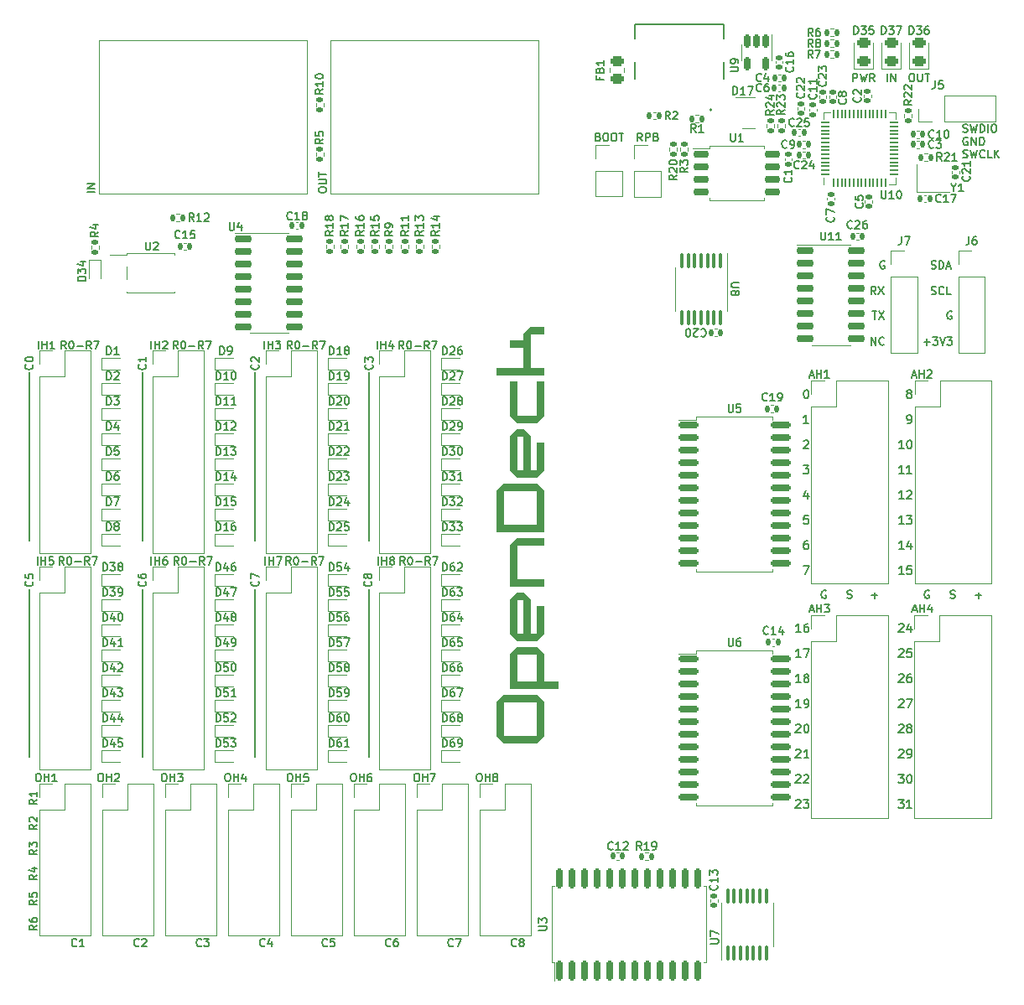
<source format=gto>
G04 #@! TF.GenerationSoftware,KiCad,Pcbnew,6.0.9*
G04 #@! TF.CreationDate,2022-11-24T22:44:38+01:00*
G04 #@! TF.ProjectId,OpenDeck-r2.2.0,4f70656e-4465-4636-9b2d-72322e322e30,rev?*
G04 #@! TF.SameCoordinates,Original*
G04 #@! TF.FileFunction,Legend,Top*
G04 #@! TF.FilePolarity,Positive*
%FSLAX46Y46*%
G04 Gerber Fmt 4.6, Leading zero omitted, Abs format (unit mm)*
G04 Created by KiCad (PCBNEW 6.0.9) date 2022-11-24 22:44:38*
%MOMM*%
%LPD*%
G01*
G04 APERTURE LIST*
G04 Aperture macros list*
%AMRoundRect*
0 Rectangle with rounded corners*
0 $1 Rounding radius*
0 $2 $3 $4 $5 $6 $7 $8 $9 X,Y pos of 4 corners*
0 Add a 4 corners polygon primitive as box body*
4,1,4,$2,$3,$4,$5,$6,$7,$8,$9,$2,$3,0*
0 Add four circle primitives for the rounded corners*
1,1,$1+$1,$2,$3*
1,1,$1+$1,$4,$5*
1,1,$1+$1,$6,$7*
1,1,$1+$1,$8,$9*
0 Add four rect primitives between the rounded corners*
20,1,$1+$1,$2,$3,$4,$5,0*
20,1,$1+$1,$4,$5,$6,$7,0*
20,1,$1+$1,$6,$7,$8,$9,0*
20,1,$1+$1,$8,$9,$2,$3,0*%
G04 Aperture macros list end*
%ADD10C,0.150000*%
%ADD11C,0.040000*%
%ADD12C,0.152400*%
%ADD13C,0.120000*%
%ADD14C,0.127000*%
%ADD15C,0.200000*%
%ADD16C,0.010000*%
%ADD17R,0.600000X0.700000*%
%ADD18RoundRect,0.140000X-0.140000X-0.170000X0.140000X-0.170000X0.140000X0.170000X-0.140000X0.170000X0*%
%ADD19RoundRect,0.135000X0.185000X-0.135000X0.185000X0.135000X-0.185000X0.135000X-0.185000X-0.135000X0*%
%ADD20R,1.700000X1.700000*%
%ADD21O,1.700000X1.700000*%
%ADD22C,0.600000*%
%ADD23O,0.950000X2.050000*%
%ADD24O,0.950000X1.750000*%
%ADD25RoundRect,0.135000X-0.135000X-0.185000X0.135000X-0.185000X0.135000X0.185000X-0.135000X0.185000X0*%
%ADD26RoundRect,0.150000X-0.875000X-0.150000X0.875000X-0.150000X0.875000X0.150000X-0.875000X0.150000X0*%
%ADD27RoundRect,0.140000X-0.170000X0.140000X-0.170000X-0.140000X0.170000X-0.140000X0.170000X0.140000X0*%
%ADD28RoundRect,0.140000X0.140000X0.170000X-0.140000X0.170000X-0.140000X-0.170000X0.140000X-0.170000X0*%
%ADD29RoundRect,0.150000X0.150000X-0.875000X0.150000X0.875000X-0.150000X0.875000X-0.150000X-0.875000X0*%
%ADD30C,5.600000*%
%ADD31RoundRect,0.135000X-0.185000X0.135000X-0.185000X-0.135000X0.185000X-0.135000X0.185000X0.135000X0*%
%ADD32RoundRect,0.150000X-0.725000X-0.150000X0.725000X-0.150000X0.725000X0.150000X-0.725000X0.150000X0*%
%ADD33RoundRect,0.243750X0.456250X-0.243750X0.456250X0.243750X-0.456250X0.243750X-0.456250X-0.243750X0*%
%ADD34RoundRect,0.150000X-0.150000X0.512500X-0.150000X-0.512500X0.150000X-0.512500X0.150000X0.512500X0*%
%ADD35R,0.700000X0.600000*%
%ADD36R,0.700000X1.000000*%
%ADD37RoundRect,0.140000X0.170000X-0.140000X0.170000X0.140000X-0.170000X0.140000X-0.170000X-0.140000X0*%
%ADD38RoundRect,0.135000X0.135000X0.185000X-0.135000X0.185000X-0.135000X-0.185000X0.135000X-0.185000X0*%
%ADD39RoundRect,0.050000X0.050000X-0.387500X0.050000X0.387500X-0.050000X0.387500X-0.050000X-0.387500X0*%
%ADD40RoundRect,0.050000X0.387500X-0.050000X0.387500X0.050000X-0.387500X0.050000X-0.387500X-0.050000X0*%
%ADD41R,3.200000X3.200000*%
%ADD42RoundRect,0.150000X-0.650000X-0.150000X0.650000X-0.150000X0.650000X0.150000X-0.650000X0.150000X0*%
%ADD43RoundRect,0.250000X0.450000X-0.262500X0.450000X0.262500X-0.450000X0.262500X-0.450000X-0.262500X0*%
%ADD44R,1.150000X1.000000*%
%ADD45C,2.300000*%
%ADD46RoundRect,0.100000X-0.100000X0.637500X-0.100000X-0.637500X0.100000X-0.637500X0.100000X0.637500X0*%
%ADD47RoundRect,0.100000X0.100000X-0.637500X0.100000X0.637500X-0.100000X0.637500X-0.100000X-0.637500X0*%
%ADD48R,2.000000X0.640000*%
G04 APERTURE END LIST*
D10*
X99300000Y-90500000D02*
X99300000Y-107500000D01*
D11*
G36*
X148475833Y-94871055D02*
G01*
X150539583Y-94871055D01*
X150539583Y-91427152D01*
X151227500Y-91427152D01*
X151227500Y-94871055D01*
X150539583Y-95559834D01*
X148475833Y-95559834D01*
X147787916Y-94871055D01*
X147787916Y-91427152D01*
X148475833Y-91427152D01*
X148475833Y-94871055D01*
G37*
X148475833Y-94871055D02*
X150539583Y-94871055D01*
X150539583Y-91427152D01*
X151227500Y-91427152D01*
X151227500Y-94871055D01*
X150539583Y-95559834D01*
X148475833Y-95559834D01*
X147787916Y-94871055D01*
X147787916Y-91427152D01*
X148475833Y-91427152D01*
X148475833Y-94871055D01*
G36*
X147787916Y-100381351D02*
G01*
X148475833Y-100381351D01*
X149163750Y-100381351D01*
X149163750Y-96937397D01*
X148475833Y-96937397D01*
X148475833Y-100381351D01*
X147787916Y-100381351D01*
X147787916Y-96937397D01*
X148475833Y-96248670D01*
X149163750Y-96248670D01*
X149851666Y-96937397D01*
X149851666Y-100381351D01*
X150539583Y-100381351D01*
X150539583Y-97626231D01*
X151227500Y-97626231D01*
X151227500Y-100381351D01*
X150539583Y-101070133D01*
X148475833Y-101070133D01*
X147787916Y-100381351D01*
G37*
X147787916Y-100381351D02*
X148475833Y-100381351D01*
X149163750Y-100381351D01*
X149163750Y-96937397D01*
X148475833Y-96937397D01*
X148475833Y-100381351D01*
X147787916Y-100381351D01*
X147787916Y-96937397D01*
X148475833Y-96248670D01*
X149163750Y-96248670D01*
X149851666Y-96937397D01*
X149851666Y-100381351D01*
X150539583Y-100381351D01*
X150539583Y-97626231D01*
X151227500Y-97626231D01*
X151227500Y-100381351D01*
X150539583Y-101070133D01*
X148475833Y-101070133D01*
X147787916Y-100381351D01*
D10*
X110700000Y-90500000D02*
X110700000Y-107500000D01*
D11*
G36*
X147787917Y-118978536D02*
G01*
X148475833Y-118289755D01*
X150539583Y-118289755D01*
X151227500Y-118978536D01*
X151227500Y-121733658D01*
X152603333Y-121733658D01*
X152603333Y-122422439D01*
X147787917Y-122422439D01*
X147787917Y-121733658D01*
X148475833Y-121733658D01*
X150539583Y-121733658D01*
X150539583Y-118978536D01*
X148475833Y-118978536D01*
X148475833Y-121733658D01*
X147787917Y-121733658D01*
X147787917Y-118978536D01*
G37*
X147787917Y-118978536D02*
X148475833Y-118289755D01*
X150539583Y-118289755D01*
X151227500Y-118978536D01*
X151227500Y-121733658D01*
X152603333Y-121733658D01*
X152603333Y-122422439D01*
X147787917Y-122422439D01*
X147787917Y-121733658D01*
X148475833Y-121733658D01*
X150539583Y-121733658D01*
X150539583Y-118978536D01*
X148475833Y-118978536D01*
X148475833Y-121733658D01*
X147787917Y-121733658D01*
X147787917Y-118978536D01*
G36*
X147787916Y-116912194D02*
G01*
X148475833Y-116912194D01*
X149163750Y-116912194D01*
X149163750Y-113468238D01*
X148475833Y-113468238D01*
X148475833Y-116912194D01*
X147787916Y-116912194D01*
X147787916Y-113468238D01*
X148475833Y-112779508D01*
X149163750Y-112779508D01*
X149851666Y-113468238D01*
X149851666Y-116912194D01*
X150539583Y-116912194D01*
X150539583Y-114157070D01*
X151227500Y-114157070D01*
X151227500Y-116912194D01*
X150539583Y-117600975D01*
X148475833Y-117600975D01*
X147787916Y-116912194D01*
G37*
X147787916Y-116912194D02*
X148475833Y-116912194D01*
X149163750Y-116912194D01*
X149163750Y-113468238D01*
X148475833Y-113468238D01*
X148475833Y-116912194D01*
X147787916Y-116912194D01*
X147787916Y-113468238D01*
X148475833Y-112779508D01*
X149163750Y-112779508D01*
X149851666Y-113468238D01*
X149851666Y-116912194D01*
X150539583Y-116912194D01*
X150539583Y-114157070D01*
X151227500Y-114157070D01*
X151227500Y-116912194D01*
X150539583Y-117600975D01*
X148475833Y-117600975D01*
X147787916Y-116912194D01*
D10*
X133600000Y-112400000D02*
X133600000Y-129400000D01*
D11*
G36*
X151227500Y-107957993D02*
G01*
X148475833Y-107957993D01*
X148475833Y-111401897D01*
X151227500Y-111401897D01*
X151227500Y-112090678D01*
X147787917Y-112090678D01*
X147787917Y-107957993D01*
X148475833Y-107269215D01*
X151227500Y-107269215D01*
X151227500Y-107957993D01*
G37*
X151227500Y-107957993D02*
X148475833Y-107957993D01*
X148475833Y-111401897D01*
X151227500Y-111401897D01*
X151227500Y-112090678D01*
X147787917Y-112090678D01*
X147787917Y-107957993D01*
X148475833Y-107269215D01*
X151227500Y-107269215D01*
X151227500Y-107957993D01*
D10*
X99300000Y-112400000D02*
X99300000Y-129400000D01*
X122100000Y-112400000D02*
X122100000Y-129400000D01*
X110700000Y-112400000D02*
X110700000Y-129400000D01*
D11*
G36*
X146412083Y-102447695D02*
G01*
X147100000Y-101758915D01*
X150539584Y-101758915D01*
X151227500Y-102447695D01*
X151227500Y-106580433D01*
X146412083Y-106580433D01*
X146412083Y-105891599D01*
X147100000Y-105891599D01*
X150539583Y-105891599D01*
X150539583Y-102447695D01*
X147100000Y-102447695D01*
X147100000Y-105891599D01*
X146412083Y-105891599D01*
X146412083Y-102447695D01*
G37*
X146412083Y-102447695D02*
X147100000Y-101758915D01*
X150539584Y-101758915D01*
X151227500Y-102447695D01*
X151227500Y-106580433D01*
X146412083Y-106580433D01*
X146412083Y-105891599D01*
X147100000Y-105891599D01*
X150539583Y-105891599D01*
X150539583Y-102447695D01*
X147100000Y-102447695D01*
X147100000Y-105891599D01*
X146412083Y-105891599D01*
X146412083Y-102447695D01*
D10*
X133600000Y-90500000D02*
X133600000Y-107500000D01*
D11*
G36*
X151227500Y-86605634D02*
G01*
X149851667Y-86605634D01*
X149851667Y-90049589D01*
X151227500Y-90049589D01*
X151227500Y-90738371D01*
X146412083Y-90738371D01*
X146412083Y-90049592D01*
X149163750Y-90049592D01*
X149163750Y-87983195D01*
X147787917Y-87983195D01*
X147787917Y-87294468D01*
X149163750Y-87294468D01*
X149163750Y-86605634D01*
X149851667Y-85916904D01*
X151227500Y-85916904D01*
X151227500Y-86605634D01*
G37*
X151227500Y-86605634D02*
X149851667Y-86605634D01*
X149851667Y-90049589D01*
X151227500Y-90049589D01*
X151227500Y-90738371D01*
X146412083Y-90738371D01*
X146412083Y-90049592D01*
X149163750Y-90049592D01*
X149163750Y-87983195D01*
X147787917Y-87983195D01*
X147787917Y-87294468D01*
X149163750Y-87294468D01*
X149163750Y-86605634D01*
X149851667Y-85916904D01*
X151227500Y-85916904D01*
X151227500Y-86605634D01*
D10*
X122100000Y-90500000D02*
X122100000Y-107500000D01*
D11*
G36*
X146412083Y-127243956D02*
G01*
X147100000Y-127243956D01*
X150539583Y-127243956D01*
X150539583Y-123800000D01*
X147100000Y-123800000D01*
X147100000Y-127243956D01*
X146412083Y-127243956D01*
X146412083Y-123800000D01*
X147100000Y-123111272D01*
X150539583Y-123111272D01*
X151227500Y-123800000D01*
X151227500Y-127243956D01*
X150539583Y-127932737D01*
X147100000Y-127932737D01*
X146412083Y-127243956D01*
G37*
X146412083Y-127243956D02*
X147100000Y-127243956D01*
X150539583Y-127243956D01*
X150539583Y-123800000D01*
X147100000Y-123800000D01*
X147100000Y-127243956D01*
X146412083Y-127243956D01*
X146412083Y-123800000D01*
X147100000Y-123111272D01*
X150539583Y-123111272D01*
X151227500Y-123800000D01*
X151227500Y-127243956D01*
X150539583Y-127932737D01*
X147100000Y-127932737D01*
X146412083Y-127243956D01*
D12*
X187063555Y-123612123D02*
X187104679Y-123571000D01*
X187186926Y-123529876D01*
X187392545Y-123529876D01*
X187474793Y-123571000D01*
X187515917Y-123612123D01*
X187557040Y-123694371D01*
X187557040Y-123776619D01*
X187515917Y-123899990D01*
X187022431Y-124393476D01*
X187557040Y-124393476D01*
X187844907Y-123529876D02*
X188420640Y-123529876D01*
X188050526Y-124393476D01*
D10*
X181871428Y-113323809D02*
X181985714Y-113361904D01*
X182176190Y-113361904D01*
X182252380Y-113323809D01*
X182290476Y-113285714D01*
X182328571Y-113209523D01*
X182328571Y-113133333D01*
X182290476Y-113057142D01*
X182252380Y-113019047D01*
X182176190Y-112980952D01*
X182023809Y-112942857D01*
X181947619Y-112904761D01*
X181909523Y-112866666D01*
X181871428Y-112790476D01*
X181871428Y-112714285D01*
X181909523Y-112638095D01*
X181947619Y-112600000D01*
X182023809Y-112561904D01*
X182214285Y-112561904D01*
X182328571Y-112600000D01*
X100076004Y-136194880D02*
X99695052Y-136461547D01*
X100076004Y-136652023D02*
X99276004Y-136652023D01*
X99276004Y-136347261D01*
X99314100Y-136271071D01*
X99352195Y-136232976D01*
X99428385Y-136194880D01*
X99542671Y-136194880D01*
X99618861Y-136232976D01*
X99656957Y-136271071D01*
X99695052Y-136347261D01*
X99695052Y-136652023D01*
X99352195Y-135890119D02*
X99314100Y-135852023D01*
X99276004Y-135775833D01*
X99276004Y-135585357D01*
X99314100Y-135509166D01*
X99352195Y-135471071D01*
X99428385Y-135432976D01*
X99504576Y-135432976D01*
X99618861Y-135471071D01*
X100076004Y-135928214D01*
X100076004Y-135432976D01*
X192407023Y-84400000D02*
X192330833Y-84361904D01*
X192216547Y-84361904D01*
X192102261Y-84400000D01*
X192026071Y-84476190D01*
X191987976Y-84552380D01*
X191949880Y-84704761D01*
X191949880Y-84819047D01*
X191987976Y-84971428D01*
X192026071Y-85047619D01*
X192102261Y-85123809D01*
X192216547Y-85161904D01*
X192292738Y-85161904D01*
X192407023Y-85123809D01*
X192445119Y-85085714D01*
X192445119Y-84819047D01*
X192292738Y-84819047D01*
X116666666Y-148450314D02*
X116628571Y-148488409D01*
X116514285Y-148526504D01*
X116438095Y-148526504D01*
X116323809Y-148488409D01*
X116247619Y-148412219D01*
X116209523Y-148336028D01*
X116171428Y-148183647D01*
X116171428Y-148069361D01*
X116209523Y-147916980D01*
X116247619Y-147840790D01*
X116323809Y-147764600D01*
X116438095Y-147726504D01*
X116514285Y-147726504D01*
X116628571Y-147764600D01*
X116666666Y-147802695D01*
X116933333Y-147726504D02*
X117428571Y-147726504D01*
X117161904Y-148031266D01*
X117276190Y-148031266D01*
X117352380Y-148069361D01*
X117390476Y-148107457D01*
X117428571Y-148183647D01*
X117428571Y-148374123D01*
X117390476Y-148450314D01*
X117352380Y-148488409D01*
X117276190Y-148526504D01*
X117047619Y-148526504D01*
X116971428Y-148488409D01*
X116933333Y-148450314D01*
X148466666Y-148450314D02*
X148428571Y-148488409D01*
X148314285Y-148526504D01*
X148238095Y-148526504D01*
X148123809Y-148488409D01*
X148047619Y-148412219D01*
X148009523Y-148336028D01*
X147971428Y-148183647D01*
X147971428Y-148069361D01*
X148009523Y-147916980D01*
X148047619Y-147840790D01*
X148123809Y-147764600D01*
X148238095Y-147726504D01*
X148314285Y-147726504D01*
X148428571Y-147764600D01*
X148466666Y-147802695D01*
X148923809Y-148069361D02*
X148847619Y-148031266D01*
X148809523Y-147993171D01*
X148771428Y-147916980D01*
X148771428Y-147878885D01*
X148809523Y-147802695D01*
X148847619Y-147764600D01*
X148923809Y-147726504D01*
X149076190Y-147726504D01*
X149152380Y-147764600D01*
X149190476Y-147802695D01*
X149228571Y-147878885D01*
X149228571Y-147916980D01*
X149190476Y-147993171D01*
X149152380Y-148031266D01*
X149076190Y-148069361D01*
X148923809Y-148069361D01*
X148847619Y-148107457D01*
X148809523Y-148145552D01*
X148771428Y-148221742D01*
X148771428Y-148374123D01*
X148809523Y-148450314D01*
X148847619Y-148488409D01*
X148923809Y-148526504D01*
X149076190Y-148526504D01*
X149152380Y-148488409D01*
X149190476Y-148450314D01*
X149228571Y-148374123D01*
X149228571Y-148221742D01*
X149190476Y-148145552D01*
X149152380Y-148107457D01*
X149076190Y-148069361D01*
X184295238Y-113057142D02*
X184904761Y-113057142D01*
X184600000Y-113361904D02*
X184600000Y-112752380D01*
X100076004Y-133654880D02*
X99695052Y-133921547D01*
X100076004Y-134112023D02*
X99276004Y-134112023D01*
X99276004Y-133807261D01*
X99314100Y-133731071D01*
X99352195Y-133692976D01*
X99428385Y-133654880D01*
X99542671Y-133654880D01*
X99618861Y-133692976D01*
X99656957Y-133731071D01*
X99695052Y-133807261D01*
X99695052Y-134112023D01*
X100076004Y-132892976D02*
X100076004Y-133350119D01*
X100076004Y-133121547D02*
X99276004Y-133121547D01*
X99390290Y-133197738D01*
X99466480Y-133273928D01*
X99504576Y-133350119D01*
X105918004Y-72330623D02*
X105118004Y-72330623D01*
X105918004Y-71949671D02*
X105118004Y-71949671D01*
X105918004Y-71492528D01*
X105118004Y-71492528D01*
X161147619Y-67161904D02*
X160880952Y-66780952D01*
X160690476Y-67161904D02*
X160690476Y-66361904D01*
X160995238Y-66361904D01*
X161071428Y-66400000D01*
X161109523Y-66438095D01*
X161147619Y-66514285D01*
X161147619Y-66628571D01*
X161109523Y-66704761D01*
X161071428Y-66742857D01*
X160995238Y-66780952D01*
X160690476Y-66780952D01*
X161490476Y-67161904D02*
X161490476Y-66361904D01*
X161795238Y-66361904D01*
X161871428Y-66400000D01*
X161909523Y-66438095D01*
X161947619Y-66514285D01*
X161947619Y-66628571D01*
X161909523Y-66704761D01*
X161871428Y-66742857D01*
X161795238Y-66780952D01*
X161490476Y-66780952D01*
X162557142Y-66742857D02*
X162671428Y-66780952D01*
X162709523Y-66819047D01*
X162747619Y-66895238D01*
X162747619Y-67009523D01*
X162709523Y-67085714D01*
X162671428Y-67123809D01*
X162595238Y-67161904D01*
X162290476Y-67161904D01*
X162290476Y-66361904D01*
X162557142Y-66361904D01*
X162633333Y-66400000D01*
X162671428Y-66438095D01*
X162709523Y-66514285D01*
X162709523Y-66590476D01*
X162671428Y-66666666D01*
X162633333Y-66704761D01*
X162557142Y-66742857D01*
X162290476Y-66742857D01*
D12*
X187945802Y-95691476D02*
X188110298Y-95691476D01*
X188192545Y-95650352D01*
X188233669Y-95609228D01*
X188315917Y-95485857D01*
X188357040Y-95321361D01*
X188357040Y-94992371D01*
X188315917Y-94910123D01*
X188274793Y-94869000D01*
X188192545Y-94827876D01*
X188028050Y-94827876D01*
X187945802Y-94869000D01*
X187904679Y-94910123D01*
X187863555Y-94992371D01*
X187863555Y-95197990D01*
X187904679Y-95280238D01*
X187945802Y-95321361D01*
X188028050Y-95362485D01*
X188192545Y-95362485D01*
X188274793Y-95321361D01*
X188315917Y-95280238D01*
X188357040Y-95197990D01*
X176663555Y-126152123D02*
X176704679Y-126111000D01*
X176786926Y-126069876D01*
X176992545Y-126069876D01*
X177074793Y-126111000D01*
X177115917Y-126152123D01*
X177157040Y-126234371D01*
X177157040Y-126316619D01*
X177115917Y-126439990D01*
X176622431Y-126933476D01*
X177157040Y-126933476D01*
X177691650Y-126069876D02*
X177773898Y-126069876D01*
X177856145Y-126111000D01*
X177897269Y-126152123D01*
X177938393Y-126234371D01*
X177979517Y-126398866D01*
X177979517Y-126604485D01*
X177938393Y-126768980D01*
X177897269Y-126851228D01*
X177856145Y-126892352D01*
X177773898Y-126933476D01*
X177691650Y-126933476D01*
X177609402Y-126892352D01*
X177568279Y-126851228D01*
X177527155Y-126768980D01*
X177486031Y-126604485D01*
X177486031Y-126398866D01*
X177527155Y-126234371D01*
X177568279Y-126152123D01*
X177609402Y-126111000D01*
X177691650Y-126069876D01*
D10*
X100076004Y-138734880D02*
X99695052Y-139001547D01*
X100076004Y-139192023D02*
X99276004Y-139192023D01*
X99276004Y-138887261D01*
X99314100Y-138811071D01*
X99352195Y-138772976D01*
X99428385Y-138734880D01*
X99542671Y-138734880D01*
X99618861Y-138772976D01*
X99656957Y-138811071D01*
X99695052Y-138887261D01*
X99695052Y-139192023D01*
X99276004Y-138468214D02*
X99276004Y-137972976D01*
X99580766Y-138239642D01*
X99580766Y-138125357D01*
X99618861Y-138049166D01*
X99656957Y-138011071D01*
X99733147Y-137972976D01*
X99923623Y-137972976D01*
X99999814Y-138011071D01*
X100037909Y-138049166D01*
X100076004Y-138125357D01*
X100076004Y-138353928D01*
X100037909Y-138430119D01*
X99999814Y-138468214D01*
D12*
X187557040Y-100758876D02*
X187063555Y-100758876D01*
X187310298Y-100758876D02*
X187310298Y-99895276D01*
X187228050Y-100018647D01*
X187145802Y-100100895D01*
X187063555Y-100142019D01*
X188379517Y-100758876D02*
X187886031Y-100758876D01*
X188132774Y-100758876D02*
X188132774Y-99895276D01*
X188050526Y-100018647D01*
X187968279Y-100100895D01*
X187886031Y-100142019D01*
X187557040Y-108391476D02*
X187063555Y-108391476D01*
X187310298Y-108391476D02*
X187310298Y-107527876D01*
X187228050Y-107651247D01*
X187145802Y-107733495D01*
X187063555Y-107774619D01*
X188297269Y-107815742D02*
X188297269Y-108391476D01*
X188091650Y-107486752D02*
X187886031Y-108103609D01*
X188420640Y-108103609D01*
D10*
X184745119Y-82661904D02*
X184478452Y-82280952D01*
X184287976Y-82661904D02*
X184287976Y-81861904D01*
X184592738Y-81861904D01*
X184668928Y-81900000D01*
X184707023Y-81938095D01*
X184745119Y-82014285D01*
X184745119Y-82128571D01*
X184707023Y-82204761D01*
X184668928Y-82242857D01*
X184592738Y-82280952D01*
X184287976Y-82280952D01*
X185011785Y-81861904D02*
X185545119Y-82661904D01*
X185545119Y-81861904D02*
X185011785Y-82661904D01*
X185880952Y-61150504D02*
X185880952Y-60350504D01*
X186261904Y-61150504D02*
X186261904Y-60350504D01*
X186719047Y-61150504D01*
X186719047Y-60350504D01*
X114290476Y-88161904D02*
X114023809Y-87780952D01*
X113833333Y-88161904D02*
X113833333Y-87361904D01*
X114138095Y-87361904D01*
X114214285Y-87400000D01*
X114252380Y-87438095D01*
X114290476Y-87514285D01*
X114290476Y-87628571D01*
X114252380Y-87704761D01*
X114214285Y-87742857D01*
X114138095Y-87780952D01*
X113833333Y-87780952D01*
X114785714Y-87361904D02*
X114861904Y-87361904D01*
X114938095Y-87400000D01*
X114976190Y-87438095D01*
X115014285Y-87514285D01*
X115052380Y-87666666D01*
X115052380Y-87857142D01*
X115014285Y-88009523D01*
X114976190Y-88085714D01*
X114938095Y-88123809D01*
X114861904Y-88161904D01*
X114785714Y-88161904D01*
X114709523Y-88123809D01*
X114671428Y-88085714D01*
X114633333Y-88009523D01*
X114595238Y-87857142D01*
X114595238Y-87666666D01*
X114633333Y-87514285D01*
X114671428Y-87438095D01*
X114709523Y-87400000D01*
X114785714Y-87361904D01*
X115395238Y-87857142D02*
X116004761Y-87857142D01*
X116842857Y-88161904D02*
X116576190Y-87780952D01*
X116385714Y-88161904D02*
X116385714Y-87361904D01*
X116690476Y-87361904D01*
X116766666Y-87400000D01*
X116804761Y-87438095D01*
X116842857Y-87514285D01*
X116842857Y-87628571D01*
X116804761Y-87704761D01*
X116766666Y-87742857D01*
X116690476Y-87780952D01*
X116385714Y-87780952D01*
X117109523Y-87361904D02*
X117642857Y-87361904D01*
X117300000Y-88161904D01*
X100076004Y-143814880D02*
X99695052Y-144081547D01*
X100076004Y-144272023D02*
X99276004Y-144272023D01*
X99276004Y-143967261D01*
X99314100Y-143891071D01*
X99352195Y-143852976D01*
X99428385Y-143814880D01*
X99542671Y-143814880D01*
X99618861Y-143852976D01*
X99656957Y-143891071D01*
X99695052Y-143967261D01*
X99695052Y-144272023D01*
X99276004Y-143091071D02*
X99276004Y-143472023D01*
X99656957Y-143510119D01*
X99618861Y-143472023D01*
X99580766Y-143395833D01*
X99580766Y-143205357D01*
X99618861Y-143129166D01*
X99656957Y-143091071D01*
X99733147Y-143052976D01*
X99923623Y-143052976D01*
X99999814Y-143091071D01*
X100037909Y-143129166D01*
X100076004Y-143205357D01*
X100076004Y-143395833D01*
X100037909Y-143472023D01*
X99999814Y-143510119D01*
X192271428Y-113323809D02*
X192385714Y-113361904D01*
X192576190Y-113361904D01*
X192652380Y-113323809D01*
X192690476Y-113285714D01*
X192728571Y-113209523D01*
X192728571Y-113133333D01*
X192690476Y-113057142D01*
X192652380Y-113019047D01*
X192576190Y-112980952D01*
X192423809Y-112942857D01*
X192347619Y-112904761D01*
X192309523Y-112866666D01*
X192271428Y-112790476D01*
X192271428Y-112714285D01*
X192309523Y-112638095D01*
X192347619Y-112600000D01*
X192423809Y-112561904D01*
X192614285Y-112561904D01*
X192728571Y-112600000D01*
X135766666Y-148450314D02*
X135728571Y-148488409D01*
X135614285Y-148526504D01*
X135538095Y-148526504D01*
X135423809Y-148488409D01*
X135347619Y-148412219D01*
X135309523Y-148336028D01*
X135271428Y-148183647D01*
X135271428Y-148069361D01*
X135309523Y-147916980D01*
X135347619Y-147840790D01*
X135423809Y-147764600D01*
X135538095Y-147726504D01*
X135614285Y-147726504D01*
X135728571Y-147764600D01*
X135766666Y-147802695D01*
X136452380Y-147726504D02*
X136300000Y-147726504D01*
X136223809Y-147764600D01*
X136185714Y-147802695D01*
X136109523Y-147916980D01*
X136071428Y-148069361D01*
X136071428Y-148374123D01*
X136109523Y-148450314D01*
X136147619Y-148488409D01*
X136223809Y-148526504D01*
X136376190Y-148526504D01*
X136452380Y-148488409D01*
X136490476Y-148450314D01*
X136528571Y-148374123D01*
X136528571Y-148183647D01*
X136490476Y-148107457D01*
X136452380Y-148069361D01*
X136376190Y-148031266D01*
X136223809Y-148031266D01*
X136147619Y-148069361D01*
X136109523Y-148107457D01*
X136071428Y-148183647D01*
X110985714Y-89733333D02*
X111023809Y-89771428D01*
X111061904Y-89885714D01*
X111061904Y-89961904D01*
X111023809Y-90076190D01*
X110947619Y-90152380D01*
X110871428Y-90190476D01*
X110719047Y-90228571D01*
X110604761Y-90228571D01*
X110452380Y-90190476D01*
X110376190Y-90152380D01*
X110300000Y-90076190D01*
X110261904Y-89961904D01*
X110261904Y-89885714D01*
X110300000Y-89771428D01*
X110338095Y-89733333D01*
X111061904Y-88971428D02*
X111061904Y-89428571D01*
X111061904Y-89200000D02*
X110261904Y-89200000D01*
X110376190Y-89276190D01*
X110452380Y-89352380D01*
X110490476Y-89428571D01*
X100076004Y-146354880D02*
X99695052Y-146621547D01*
X100076004Y-146812023D02*
X99276004Y-146812023D01*
X99276004Y-146507261D01*
X99314100Y-146431071D01*
X99352195Y-146392976D01*
X99428385Y-146354880D01*
X99542671Y-146354880D01*
X99618861Y-146392976D01*
X99656957Y-146431071D01*
X99695052Y-146507261D01*
X99695052Y-146812023D01*
X99276004Y-145669166D02*
X99276004Y-145821547D01*
X99314100Y-145897738D01*
X99352195Y-145935833D01*
X99466480Y-146012023D01*
X99618861Y-146050119D01*
X99923623Y-146050119D01*
X99999814Y-146012023D01*
X100037909Y-145973928D01*
X100076004Y-145897738D01*
X100076004Y-145745357D01*
X100037909Y-145669166D01*
X99999814Y-145631071D01*
X99923623Y-145592976D01*
X99733147Y-145592976D01*
X99656957Y-145631071D01*
X99618861Y-145669166D01*
X99580766Y-145745357D01*
X99580766Y-145897738D01*
X99618861Y-145973928D01*
X99656957Y-146012023D01*
X99733147Y-146050119D01*
X114390476Y-109961904D02*
X114123809Y-109580952D01*
X113933333Y-109961904D02*
X113933333Y-109161904D01*
X114238095Y-109161904D01*
X114314285Y-109200000D01*
X114352380Y-109238095D01*
X114390476Y-109314285D01*
X114390476Y-109428571D01*
X114352380Y-109504761D01*
X114314285Y-109542857D01*
X114238095Y-109580952D01*
X113933333Y-109580952D01*
X114885714Y-109161904D02*
X114961904Y-109161904D01*
X115038095Y-109200000D01*
X115076190Y-109238095D01*
X115114285Y-109314285D01*
X115152380Y-109466666D01*
X115152380Y-109657142D01*
X115114285Y-109809523D01*
X115076190Y-109885714D01*
X115038095Y-109923809D01*
X114961904Y-109961904D01*
X114885714Y-109961904D01*
X114809523Y-109923809D01*
X114771428Y-109885714D01*
X114733333Y-109809523D01*
X114695238Y-109657142D01*
X114695238Y-109466666D01*
X114733333Y-109314285D01*
X114771428Y-109238095D01*
X114809523Y-109200000D01*
X114885714Y-109161904D01*
X115495238Y-109657142D02*
X116104761Y-109657142D01*
X116942857Y-109961904D02*
X116676190Y-109580952D01*
X116485714Y-109961904D02*
X116485714Y-109161904D01*
X116790476Y-109161904D01*
X116866666Y-109200000D01*
X116904761Y-109238095D01*
X116942857Y-109314285D01*
X116942857Y-109428571D01*
X116904761Y-109504761D01*
X116866666Y-109542857D01*
X116790476Y-109580952D01*
X116485714Y-109580952D01*
X117209523Y-109161904D02*
X117742857Y-109161904D01*
X117400000Y-109961904D01*
X190349880Y-80023809D02*
X190464166Y-80061904D01*
X190654642Y-80061904D01*
X190730833Y-80023809D01*
X190768928Y-79985714D01*
X190807023Y-79909523D01*
X190807023Y-79833333D01*
X190768928Y-79757142D01*
X190730833Y-79719047D01*
X190654642Y-79680952D01*
X190502261Y-79642857D01*
X190426071Y-79604761D01*
X190387976Y-79566666D01*
X190349880Y-79490476D01*
X190349880Y-79414285D01*
X190387976Y-79338095D01*
X190426071Y-79300000D01*
X190502261Y-79261904D01*
X190692738Y-79261904D01*
X190807023Y-79300000D01*
X191149880Y-80061904D02*
X191149880Y-79261904D01*
X191340357Y-79261904D01*
X191454642Y-79300000D01*
X191530833Y-79376190D01*
X191568928Y-79452380D01*
X191607023Y-79604761D01*
X191607023Y-79719047D01*
X191568928Y-79871428D01*
X191530833Y-79947619D01*
X191454642Y-80023809D01*
X191340357Y-80061904D01*
X191149880Y-80061904D01*
X191911785Y-79833333D02*
X192292738Y-79833333D01*
X191835595Y-80061904D02*
X192102261Y-79261904D01*
X192368928Y-80061904D01*
D12*
X187022431Y-133689876D02*
X187557040Y-133689876D01*
X187269174Y-134018866D01*
X187392545Y-134018866D01*
X187474793Y-134059990D01*
X187515917Y-134101114D01*
X187557040Y-134183361D01*
X187557040Y-134388980D01*
X187515917Y-134471228D01*
X187474793Y-134512352D01*
X187392545Y-134553476D01*
X187145802Y-134553476D01*
X187063555Y-134512352D01*
X187022431Y-134471228D01*
X188379517Y-134553476D02*
X187886031Y-134553476D01*
X188132774Y-134553476D02*
X188132774Y-133689876D01*
X188050526Y-133813247D01*
X187968279Y-133895495D01*
X187886031Y-133936619D01*
X187557040Y-103311476D02*
X187063555Y-103311476D01*
X187310298Y-103311476D02*
X187310298Y-102447876D01*
X187228050Y-102571247D01*
X187145802Y-102653495D01*
X187063555Y-102694619D01*
X187886031Y-102530123D02*
X187927155Y-102489000D01*
X188009402Y-102447876D01*
X188215021Y-102447876D01*
X188297269Y-102489000D01*
X188338393Y-102530123D01*
X188379517Y-102612371D01*
X188379517Y-102694619D01*
X188338393Y-102817990D01*
X187844907Y-103311476D01*
X188379517Y-103311476D01*
X177463555Y-97450123D02*
X177504679Y-97409000D01*
X177586926Y-97367876D01*
X177792545Y-97367876D01*
X177874793Y-97409000D01*
X177915917Y-97450123D01*
X177957040Y-97532371D01*
X177957040Y-97614619D01*
X177915917Y-97737990D01*
X177422431Y-98231476D01*
X177957040Y-98231476D01*
D10*
X128486004Y-72178242D02*
X128486004Y-72025861D01*
X128524100Y-71949671D01*
X128600290Y-71873480D01*
X128752671Y-71835385D01*
X129019338Y-71835385D01*
X129171719Y-71873480D01*
X129247909Y-71949671D01*
X129286004Y-72025861D01*
X129286004Y-72178242D01*
X129247909Y-72254433D01*
X129171719Y-72330623D01*
X129019338Y-72368719D01*
X128752671Y-72368719D01*
X128600290Y-72330623D01*
X128524100Y-72254433D01*
X128486004Y-72178242D01*
X128486004Y-71492528D02*
X129133623Y-71492528D01*
X129209814Y-71454433D01*
X129247909Y-71416338D01*
X129286004Y-71340147D01*
X129286004Y-71187766D01*
X129247909Y-71111576D01*
X129209814Y-71073480D01*
X129133623Y-71035385D01*
X128486004Y-71035385D01*
X128486004Y-70768719D02*
X128486004Y-70311576D01*
X129286004Y-70540147D02*
X128486004Y-70540147D01*
D12*
X176663555Y-133772123D02*
X176704679Y-133731000D01*
X176786926Y-133689876D01*
X176992545Y-133689876D01*
X177074793Y-133731000D01*
X177115917Y-133772123D01*
X177157040Y-133854371D01*
X177157040Y-133936619D01*
X177115917Y-134059990D01*
X176622431Y-134553476D01*
X177157040Y-134553476D01*
X177444907Y-133689876D02*
X177979517Y-133689876D01*
X177691650Y-134018866D01*
X177815021Y-134018866D01*
X177897269Y-134059990D01*
X177938393Y-134101114D01*
X177979517Y-134183361D01*
X177979517Y-134388980D01*
X177938393Y-134471228D01*
X177897269Y-134512352D01*
X177815021Y-134553476D01*
X177568279Y-134553476D01*
X177486031Y-134512352D01*
X177444907Y-134471228D01*
D10*
X102990476Y-88161904D02*
X102723809Y-87780952D01*
X102533333Y-88161904D02*
X102533333Y-87361904D01*
X102838095Y-87361904D01*
X102914285Y-87400000D01*
X102952380Y-87438095D01*
X102990476Y-87514285D01*
X102990476Y-87628571D01*
X102952380Y-87704761D01*
X102914285Y-87742857D01*
X102838095Y-87780952D01*
X102533333Y-87780952D01*
X103485714Y-87361904D02*
X103561904Y-87361904D01*
X103638095Y-87400000D01*
X103676190Y-87438095D01*
X103714285Y-87514285D01*
X103752380Y-87666666D01*
X103752380Y-87857142D01*
X103714285Y-88009523D01*
X103676190Y-88085714D01*
X103638095Y-88123809D01*
X103561904Y-88161904D01*
X103485714Y-88161904D01*
X103409523Y-88123809D01*
X103371428Y-88085714D01*
X103333333Y-88009523D01*
X103295238Y-87857142D01*
X103295238Y-87666666D01*
X103333333Y-87514285D01*
X103371428Y-87438095D01*
X103409523Y-87400000D01*
X103485714Y-87361904D01*
X104095238Y-87857142D02*
X104704761Y-87857142D01*
X105542857Y-88161904D02*
X105276190Y-87780952D01*
X105085714Y-88161904D02*
X105085714Y-87361904D01*
X105390476Y-87361904D01*
X105466666Y-87400000D01*
X105504761Y-87438095D01*
X105542857Y-87514285D01*
X105542857Y-87628571D01*
X105504761Y-87704761D01*
X105466666Y-87742857D01*
X105390476Y-87780952D01*
X105085714Y-87780952D01*
X105809523Y-87361904D02*
X106342857Y-87361904D01*
X106000000Y-88161904D01*
X190349880Y-82623809D02*
X190464166Y-82661904D01*
X190654642Y-82661904D01*
X190730833Y-82623809D01*
X190768928Y-82585714D01*
X190807023Y-82509523D01*
X190807023Y-82433333D01*
X190768928Y-82357142D01*
X190730833Y-82319047D01*
X190654642Y-82280952D01*
X190502261Y-82242857D01*
X190426071Y-82204761D01*
X190387976Y-82166666D01*
X190349880Y-82090476D01*
X190349880Y-82014285D01*
X190387976Y-81938095D01*
X190426071Y-81900000D01*
X190502261Y-81861904D01*
X190692738Y-81861904D01*
X190807023Y-81900000D01*
X191607023Y-82585714D02*
X191568928Y-82623809D01*
X191454642Y-82661904D01*
X191378452Y-82661904D01*
X191264166Y-82623809D01*
X191187976Y-82547619D01*
X191149880Y-82471428D01*
X191111785Y-82319047D01*
X191111785Y-82204761D01*
X191149880Y-82052380D01*
X191187976Y-81976190D01*
X191264166Y-81900000D01*
X191378452Y-81861904D01*
X191454642Y-81861904D01*
X191568928Y-81900000D01*
X191607023Y-81938095D01*
X192330833Y-82661904D02*
X191949880Y-82661904D01*
X191949880Y-81861904D01*
X99585714Y-111633333D02*
X99623809Y-111671428D01*
X99661904Y-111785714D01*
X99661904Y-111861904D01*
X99623809Y-111976190D01*
X99547619Y-112052380D01*
X99471428Y-112090476D01*
X99319047Y-112128571D01*
X99204761Y-112128571D01*
X99052380Y-112090476D01*
X98976190Y-112052380D01*
X98900000Y-111976190D01*
X98861904Y-111861904D01*
X98861904Y-111785714D01*
X98900000Y-111671428D01*
X98938095Y-111633333D01*
X98861904Y-110909523D02*
X98861904Y-111290476D01*
X99242857Y-111328571D01*
X99204761Y-111290476D01*
X99166666Y-111214285D01*
X99166666Y-111023809D01*
X99204761Y-110947619D01*
X99242857Y-110909523D01*
X99319047Y-110871428D01*
X99509523Y-110871428D01*
X99585714Y-110909523D01*
X99623809Y-110947619D01*
X99661904Y-111023809D01*
X99661904Y-111214285D01*
X99623809Y-111290476D01*
X99585714Y-111328571D01*
D12*
X177157040Y-121853476D02*
X176663555Y-121853476D01*
X176910298Y-121853476D02*
X176910298Y-120989876D01*
X176828050Y-121113247D01*
X176745802Y-121195495D01*
X176663555Y-121236619D01*
X177650526Y-121359990D02*
X177568279Y-121318866D01*
X177527155Y-121277742D01*
X177486031Y-121195495D01*
X177486031Y-121154371D01*
X177527155Y-121072123D01*
X177568279Y-121031000D01*
X177650526Y-120989876D01*
X177815021Y-120989876D01*
X177897269Y-121031000D01*
X177938393Y-121072123D01*
X177979517Y-121154371D01*
X177979517Y-121195495D01*
X177938393Y-121277742D01*
X177897269Y-121318866D01*
X177815021Y-121359990D01*
X177650526Y-121359990D01*
X177568279Y-121401114D01*
X177527155Y-121442238D01*
X177486031Y-121524485D01*
X177486031Y-121688980D01*
X177527155Y-121771228D01*
X177568279Y-121812352D01*
X177650526Y-121853476D01*
X177815021Y-121853476D01*
X177897269Y-121812352D01*
X177938393Y-121771228D01*
X177979517Y-121688980D01*
X177979517Y-121524485D01*
X177938393Y-121442238D01*
X177897269Y-121401114D01*
X177815021Y-121359990D01*
D10*
X137190476Y-109961904D02*
X136923809Y-109580952D01*
X136733333Y-109961904D02*
X136733333Y-109161904D01*
X137038095Y-109161904D01*
X137114285Y-109200000D01*
X137152380Y-109238095D01*
X137190476Y-109314285D01*
X137190476Y-109428571D01*
X137152380Y-109504761D01*
X137114285Y-109542857D01*
X137038095Y-109580952D01*
X136733333Y-109580952D01*
X137685714Y-109161904D02*
X137761904Y-109161904D01*
X137838095Y-109200000D01*
X137876190Y-109238095D01*
X137914285Y-109314285D01*
X137952380Y-109466666D01*
X137952380Y-109657142D01*
X137914285Y-109809523D01*
X137876190Y-109885714D01*
X137838095Y-109923809D01*
X137761904Y-109961904D01*
X137685714Y-109961904D01*
X137609523Y-109923809D01*
X137571428Y-109885714D01*
X137533333Y-109809523D01*
X137495238Y-109657142D01*
X137495238Y-109466666D01*
X137533333Y-109314285D01*
X137571428Y-109238095D01*
X137609523Y-109200000D01*
X137685714Y-109161904D01*
X138295238Y-109657142D02*
X138904761Y-109657142D01*
X139742857Y-109961904D02*
X139476190Y-109580952D01*
X139285714Y-109961904D02*
X139285714Y-109161904D01*
X139590476Y-109161904D01*
X139666666Y-109200000D01*
X139704761Y-109238095D01*
X139742857Y-109314285D01*
X139742857Y-109428571D01*
X139704761Y-109504761D01*
X139666666Y-109542857D01*
X139590476Y-109580952D01*
X139285714Y-109580952D01*
X140009523Y-109161904D02*
X140542857Y-109161904D01*
X140200000Y-109961904D01*
X179709523Y-112600000D02*
X179633333Y-112561904D01*
X179519047Y-112561904D01*
X179404761Y-112600000D01*
X179328571Y-112676190D01*
X179290476Y-112752380D01*
X179252380Y-112904761D01*
X179252380Y-113019047D01*
X179290476Y-113171428D01*
X179328571Y-113247619D01*
X179404761Y-113323809D01*
X179519047Y-113361904D01*
X179595238Y-113361904D01*
X179709523Y-113323809D01*
X179747619Y-113285714D01*
X179747619Y-113019047D01*
X179595238Y-113019047D01*
X133885714Y-89733333D02*
X133923809Y-89771428D01*
X133961904Y-89885714D01*
X133961904Y-89961904D01*
X133923809Y-90076190D01*
X133847619Y-90152380D01*
X133771428Y-90190476D01*
X133619047Y-90228571D01*
X133504761Y-90228571D01*
X133352380Y-90190476D01*
X133276190Y-90152380D01*
X133200000Y-90076190D01*
X133161904Y-89961904D01*
X133161904Y-89885714D01*
X133200000Y-89771428D01*
X133238095Y-89733333D01*
X133161904Y-89466666D02*
X133161904Y-88971428D01*
X133466666Y-89238095D01*
X133466666Y-89123809D01*
X133504761Y-89047619D01*
X133542857Y-89009523D01*
X133619047Y-88971428D01*
X133809523Y-88971428D01*
X133885714Y-89009523D01*
X133923809Y-89047619D01*
X133961904Y-89123809D01*
X133961904Y-89352380D01*
X133923809Y-89428571D01*
X133885714Y-89466666D01*
X185607023Y-79300000D02*
X185530833Y-79261904D01*
X185416547Y-79261904D01*
X185302261Y-79300000D01*
X185226071Y-79376190D01*
X185187976Y-79452380D01*
X185149880Y-79604761D01*
X185149880Y-79719047D01*
X185187976Y-79871428D01*
X185226071Y-79947619D01*
X185302261Y-80023809D01*
X185416547Y-80061904D01*
X185492738Y-80061904D01*
X185607023Y-80023809D01*
X185645119Y-79985714D01*
X185645119Y-79719047D01*
X185492738Y-79719047D01*
X104066666Y-148450314D02*
X104028571Y-148488409D01*
X103914285Y-148526504D01*
X103838095Y-148526504D01*
X103723809Y-148488409D01*
X103647619Y-148412219D01*
X103609523Y-148336028D01*
X103571428Y-148183647D01*
X103571428Y-148069361D01*
X103609523Y-147916980D01*
X103647619Y-147840790D01*
X103723809Y-147764600D01*
X103838095Y-147726504D01*
X103914285Y-147726504D01*
X104028571Y-147764600D01*
X104066666Y-147802695D01*
X104828571Y-148526504D02*
X104371428Y-148526504D01*
X104600000Y-148526504D02*
X104600000Y-147726504D01*
X104523809Y-147840790D01*
X104447619Y-147916980D01*
X104371428Y-147955076D01*
X133785714Y-111633333D02*
X133823809Y-111671428D01*
X133861904Y-111785714D01*
X133861904Y-111861904D01*
X133823809Y-111976190D01*
X133747619Y-112052380D01*
X133671428Y-112090476D01*
X133519047Y-112128571D01*
X133404761Y-112128571D01*
X133252380Y-112090476D01*
X133176190Y-112052380D01*
X133100000Y-111976190D01*
X133061904Y-111861904D01*
X133061904Y-111785714D01*
X133100000Y-111671428D01*
X133138095Y-111633333D01*
X133404761Y-111176190D02*
X133366666Y-111252380D01*
X133328571Y-111290476D01*
X133252380Y-111328571D01*
X133214285Y-111328571D01*
X133138095Y-111290476D01*
X133100000Y-111252380D01*
X133061904Y-111176190D01*
X133061904Y-111023809D01*
X133100000Y-110947619D01*
X133138095Y-110909523D01*
X133214285Y-110871428D01*
X133252380Y-110871428D01*
X133328571Y-110909523D01*
X133366666Y-110947619D01*
X133404761Y-111023809D01*
X133404761Y-111176190D01*
X133442857Y-111252380D01*
X133480952Y-111290476D01*
X133557142Y-111328571D01*
X133709523Y-111328571D01*
X133785714Y-111290476D01*
X133823809Y-111252380D01*
X133861904Y-111176190D01*
X133861904Y-111023809D01*
X133823809Y-110947619D01*
X133785714Y-110909523D01*
X133709523Y-110871428D01*
X133557142Y-110871428D01*
X133480952Y-110909523D01*
X133442857Y-110947619D01*
X133404761Y-111023809D01*
X125690476Y-109961904D02*
X125423809Y-109580952D01*
X125233333Y-109961904D02*
X125233333Y-109161904D01*
X125538095Y-109161904D01*
X125614285Y-109200000D01*
X125652380Y-109238095D01*
X125690476Y-109314285D01*
X125690476Y-109428571D01*
X125652380Y-109504761D01*
X125614285Y-109542857D01*
X125538095Y-109580952D01*
X125233333Y-109580952D01*
X126185714Y-109161904D02*
X126261904Y-109161904D01*
X126338095Y-109200000D01*
X126376190Y-109238095D01*
X126414285Y-109314285D01*
X126452380Y-109466666D01*
X126452380Y-109657142D01*
X126414285Y-109809523D01*
X126376190Y-109885714D01*
X126338095Y-109923809D01*
X126261904Y-109961904D01*
X126185714Y-109961904D01*
X126109523Y-109923809D01*
X126071428Y-109885714D01*
X126033333Y-109809523D01*
X125995238Y-109657142D01*
X125995238Y-109466666D01*
X126033333Y-109314285D01*
X126071428Y-109238095D01*
X126109523Y-109200000D01*
X126185714Y-109161904D01*
X126795238Y-109657142D02*
X127404761Y-109657142D01*
X128242857Y-109961904D02*
X127976190Y-109580952D01*
X127785714Y-109961904D02*
X127785714Y-109161904D01*
X128090476Y-109161904D01*
X128166666Y-109200000D01*
X128204761Y-109238095D01*
X128242857Y-109314285D01*
X128242857Y-109428571D01*
X128204761Y-109504761D01*
X128166666Y-109542857D01*
X128090476Y-109580952D01*
X127785714Y-109580952D01*
X128509523Y-109161904D02*
X129042857Y-109161904D01*
X128700000Y-109961904D01*
X110985714Y-111633333D02*
X111023809Y-111671428D01*
X111061904Y-111785714D01*
X111061904Y-111861904D01*
X111023809Y-111976190D01*
X110947619Y-112052380D01*
X110871428Y-112090476D01*
X110719047Y-112128571D01*
X110604761Y-112128571D01*
X110452380Y-112090476D01*
X110376190Y-112052380D01*
X110300000Y-111976190D01*
X110261904Y-111861904D01*
X110261904Y-111785714D01*
X110300000Y-111671428D01*
X110338095Y-111633333D01*
X110261904Y-110947619D02*
X110261904Y-111100000D01*
X110300000Y-111176190D01*
X110338095Y-111214285D01*
X110452380Y-111290476D01*
X110604761Y-111328571D01*
X110909523Y-111328571D01*
X110985714Y-111290476D01*
X111023809Y-111252380D01*
X111061904Y-111176190D01*
X111061904Y-111023809D01*
X111023809Y-110947619D01*
X110985714Y-110909523D01*
X110909523Y-110871428D01*
X110719047Y-110871428D01*
X110642857Y-110909523D01*
X110604761Y-110947619D01*
X110566666Y-111023809D01*
X110566666Y-111176190D01*
X110604761Y-111252380D01*
X110642857Y-111290476D01*
X110719047Y-111328571D01*
D12*
X187063555Y-118532123D02*
X187104679Y-118491000D01*
X187186926Y-118449876D01*
X187392545Y-118449876D01*
X187474793Y-118491000D01*
X187515917Y-118532123D01*
X187557040Y-118614371D01*
X187557040Y-118696619D01*
X187515917Y-118819990D01*
X187022431Y-119313476D01*
X187557040Y-119313476D01*
X188338393Y-118449876D02*
X187927155Y-118449876D01*
X187886031Y-118861114D01*
X187927155Y-118819990D01*
X188009402Y-118778866D01*
X188215021Y-118778866D01*
X188297269Y-118819990D01*
X188338393Y-118861114D01*
X188379517Y-118943361D01*
X188379517Y-119148980D01*
X188338393Y-119231228D01*
X188297269Y-119272352D01*
X188215021Y-119313476D01*
X188009402Y-119313476D01*
X187927155Y-119272352D01*
X187886031Y-119231228D01*
D10*
X125790476Y-88161904D02*
X125523809Y-87780952D01*
X125333333Y-88161904D02*
X125333333Y-87361904D01*
X125638095Y-87361904D01*
X125714285Y-87400000D01*
X125752380Y-87438095D01*
X125790476Y-87514285D01*
X125790476Y-87628571D01*
X125752380Y-87704761D01*
X125714285Y-87742857D01*
X125638095Y-87780952D01*
X125333333Y-87780952D01*
X126285714Y-87361904D02*
X126361904Y-87361904D01*
X126438095Y-87400000D01*
X126476190Y-87438095D01*
X126514285Y-87514285D01*
X126552380Y-87666666D01*
X126552380Y-87857142D01*
X126514285Y-88009523D01*
X126476190Y-88085714D01*
X126438095Y-88123809D01*
X126361904Y-88161904D01*
X126285714Y-88161904D01*
X126209523Y-88123809D01*
X126171428Y-88085714D01*
X126133333Y-88009523D01*
X126095238Y-87857142D01*
X126095238Y-87666666D01*
X126133333Y-87514285D01*
X126171428Y-87438095D01*
X126209523Y-87400000D01*
X126285714Y-87361904D01*
X126895238Y-87857142D02*
X127504761Y-87857142D01*
X128342857Y-88161904D02*
X128076190Y-87780952D01*
X127885714Y-88161904D02*
X127885714Y-87361904D01*
X128190476Y-87361904D01*
X128266666Y-87400000D01*
X128304761Y-87438095D01*
X128342857Y-87514285D01*
X128342857Y-87628571D01*
X128304761Y-87704761D01*
X128266666Y-87742857D01*
X128190476Y-87780952D01*
X127885714Y-87780952D01*
X128609523Y-87361904D02*
X129142857Y-87361904D01*
X128800000Y-88161904D01*
D12*
X187063555Y-115992123D02*
X187104679Y-115951000D01*
X187186926Y-115909876D01*
X187392545Y-115909876D01*
X187474793Y-115951000D01*
X187515917Y-115992123D01*
X187557040Y-116074371D01*
X187557040Y-116156619D01*
X187515917Y-116279990D01*
X187022431Y-116773476D01*
X187557040Y-116773476D01*
X188297269Y-116197742D02*
X188297269Y-116773476D01*
X188091650Y-115868752D02*
X187886031Y-116485609D01*
X188420640Y-116485609D01*
D10*
X99585714Y-89733333D02*
X99623809Y-89771428D01*
X99661904Y-89885714D01*
X99661904Y-89961904D01*
X99623809Y-90076190D01*
X99547619Y-90152380D01*
X99471428Y-90190476D01*
X99319047Y-90228571D01*
X99204761Y-90228571D01*
X99052380Y-90190476D01*
X98976190Y-90152380D01*
X98900000Y-90076190D01*
X98861904Y-89961904D01*
X98861904Y-89885714D01*
X98900000Y-89771428D01*
X98938095Y-89733333D01*
X98861904Y-89238095D02*
X98861904Y-89161904D01*
X98900000Y-89085714D01*
X98938095Y-89047619D01*
X99014285Y-89009523D01*
X99166666Y-88971428D01*
X99357142Y-88971428D01*
X99509523Y-89009523D01*
X99585714Y-89047619D01*
X99623809Y-89085714D01*
X99661904Y-89161904D01*
X99661904Y-89238095D01*
X99623809Y-89314285D01*
X99585714Y-89352380D01*
X99509523Y-89390476D01*
X99357142Y-89428571D01*
X99166666Y-89428571D01*
X99014285Y-89390476D01*
X98938095Y-89352380D01*
X98900000Y-89314285D01*
X98861904Y-89238095D01*
X189587976Y-87457142D02*
X190197500Y-87457142D01*
X189892738Y-87761904D02*
X189892738Y-87152380D01*
X190502261Y-86961904D02*
X190997500Y-86961904D01*
X190730833Y-87266666D01*
X190845119Y-87266666D01*
X190921309Y-87304761D01*
X190959404Y-87342857D01*
X190997500Y-87419047D01*
X190997500Y-87609523D01*
X190959404Y-87685714D01*
X190921309Y-87723809D01*
X190845119Y-87761904D01*
X190616547Y-87761904D01*
X190540357Y-87723809D01*
X190502261Y-87685714D01*
X191226071Y-86961904D02*
X191492738Y-87761904D01*
X191759404Y-86961904D01*
X191949880Y-86961904D02*
X192445119Y-86961904D01*
X192178452Y-87266666D01*
X192292738Y-87266666D01*
X192368928Y-87304761D01*
X192407023Y-87342857D01*
X192445119Y-87419047D01*
X192445119Y-87609523D01*
X192407023Y-87685714D01*
X192368928Y-87723809D01*
X192292738Y-87761904D01*
X192064166Y-87761904D01*
X191987976Y-87723809D01*
X191949880Y-87685714D01*
X190109523Y-112600000D02*
X190033333Y-112561904D01*
X189919047Y-112561904D01*
X189804761Y-112600000D01*
X189728571Y-112676190D01*
X189690476Y-112752380D01*
X189652380Y-112904761D01*
X189652380Y-113019047D01*
X189690476Y-113171428D01*
X189728571Y-113247619D01*
X189804761Y-113323809D01*
X189919047Y-113361904D01*
X189995238Y-113361904D01*
X190109523Y-113323809D01*
X190147619Y-113285714D01*
X190147619Y-113019047D01*
X189995238Y-113019047D01*
X184287976Y-87761904D02*
X184287976Y-86961904D01*
X184745119Y-87761904D01*
X184745119Y-86961904D01*
X185583214Y-87685714D02*
X185545119Y-87723809D01*
X185430833Y-87761904D01*
X185354642Y-87761904D01*
X185240357Y-87723809D01*
X185164166Y-87647619D01*
X185126071Y-87571428D01*
X185087976Y-87419047D01*
X185087976Y-87304761D01*
X185126071Y-87152380D01*
X185164166Y-87076190D01*
X185240357Y-87000000D01*
X185354642Y-86961904D01*
X185430833Y-86961904D01*
X185545119Y-87000000D01*
X185583214Y-87038095D01*
X193549880Y-66235809D02*
X193664166Y-66273904D01*
X193854642Y-66273904D01*
X193930833Y-66235809D01*
X193968928Y-66197714D01*
X194007023Y-66121523D01*
X194007023Y-66045333D01*
X193968928Y-65969142D01*
X193930833Y-65931047D01*
X193854642Y-65892952D01*
X193702261Y-65854857D01*
X193626071Y-65816761D01*
X193587976Y-65778666D01*
X193549880Y-65702476D01*
X193549880Y-65626285D01*
X193587976Y-65550095D01*
X193626071Y-65512000D01*
X193702261Y-65473904D01*
X193892738Y-65473904D01*
X194007023Y-65512000D01*
X194273690Y-65473904D02*
X194464166Y-66273904D01*
X194616547Y-65702476D01*
X194768928Y-66273904D01*
X194959404Y-65473904D01*
X195264166Y-66273904D02*
X195264166Y-65473904D01*
X195454642Y-65473904D01*
X195568928Y-65512000D01*
X195645119Y-65588190D01*
X195683214Y-65664380D01*
X195721309Y-65816761D01*
X195721309Y-65931047D01*
X195683214Y-66083428D01*
X195645119Y-66159619D01*
X195568928Y-66235809D01*
X195454642Y-66273904D01*
X195264166Y-66273904D01*
X196064166Y-66273904D02*
X196064166Y-65473904D01*
X196597500Y-65473904D02*
X196749880Y-65473904D01*
X196826071Y-65512000D01*
X196902261Y-65588190D01*
X196940357Y-65740571D01*
X196940357Y-66007238D01*
X196902261Y-66159619D01*
X196826071Y-66235809D01*
X196749880Y-66273904D01*
X196597500Y-66273904D01*
X196521309Y-66235809D01*
X196445119Y-66159619D01*
X196407023Y-66007238D01*
X196407023Y-65740571D01*
X196445119Y-65588190D01*
X196521309Y-65512000D01*
X196597500Y-65473904D01*
X194007023Y-66800000D02*
X193930833Y-66761904D01*
X193816547Y-66761904D01*
X193702261Y-66800000D01*
X193626071Y-66876190D01*
X193587976Y-66952380D01*
X193549880Y-67104761D01*
X193549880Y-67219047D01*
X193587976Y-67371428D01*
X193626071Y-67447619D01*
X193702261Y-67523809D01*
X193816547Y-67561904D01*
X193892738Y-67561904D01*
X194007023Y-67523809D01*
X194045119Y-67485714D01*
X194045119Y-67219047D01*
X193892738Y-67219047D01*
X194387976Y-67561904D02*
X194387976Y-66761904D01*
X194845119Y-67561904D01*
X194845119Y-66761904D01*
X195226071Y-67561904D02*
X195226071Y-66761904D01*
X195416547Y-66761904D01*
X195530833Y-66800000D01*
X195607023Y-66876190D01*
X195645119Y-66952380D01*
X195683214Y-67104761D01*
X195683214Y-67219047D01*
X195645119Y-67371428D01*
X195607023Y-67447619D01*
X195530833Y-67523809D01*
X195416547Y-67561904D01*
X195226071Y-67561904D01*
X193549880Y-68811809D02*
X193664166Y-68849904D01*
X193854642Y-68849904D01*
X193930833Y-68811809D01*
X193968928Y-68773714D01*
X194007023Y-68697523D01*
X194007023Y-68621333D01*
X193968928Y-68545142D01*
X193930833Y-68507047D01*
X193854642Y-68468952D01*
X193702261Y-68430857D01*
X193626071Y-68392761D01*
X193587976Y-68354666D01*
X193549880Y-68278476D01*
X193549880Y-68202285D01*
X193587976Y-68126095D01*
X193626071Y-68088000D01*
X193702261Y-68049904D01*
X193892738Y-68049904D01*
X194007023Y-68088000D01*
X194273690Y-68049904D02*
X194464166Y-68849904D01*
X194616547Y-68278476D01*
X194768928Y-68849904D01*
X194959404Y-68049904D01*
X195721309Y-68773714D02*
X195683214Y-68811809D01*
X195568928Y-68849904D01*
X195492738Y-68849904D01*
X195378452Y-68811809D01*
X195302261Y-68735619D01*
X195264166Y-68659428D01*
X195226071Y-68507047D01*
X195226071Y-68392761D01*
X195264166Y-68240380D01*
X195302261Y-68164190D01*
X195378452Y-68088000D01*
X195492738Y-68049904D01*
X195568928Y-68049904D01*
X195683214Y-68088000D01*
X195721309Y-68126095D01*
X196445119Y-68849904D02*
X196064166Y-68849904D01*
X196064166Y-68049904D01*
X196711785Y-68849904D02*
X196711785Y-68049904D01*
X197168928Y-68849904D02*
X196826071Y-68392761D01*
X197168928Y-68049904D02*
X196711785Y-68507047D01*
D12*
X177157040Y-119313476D02*
X176663555Y-119313476D01*
X176910298Y-119313476D02*
X176910298Y-118449876D01*
X176828050Y-118573247D01*
X176745802Y-118655495D01*
X176663555Y-118696619D01*
X177444907Y-118449876D02*
X178020640Y-118449876D01*
X177650526Y-119313476D01*
X177422431Y-110067876D02*
X177998164Y-110067876D01*
X177628050Y-110931476D01*
D10*
X184373690Y-84361904D02*
X184830833Y-84361904D01*
X184602261Y-85161904D02*
X184602261Y-84361904D01*
X185021309Y-84361904D02*
X185554642Y-85161904D01*
X185554642Y-84361904D02*
X185021309Y-85161904D01*
X123066666Y-148450314D02*
X123028571Y-148488409D01*
X122914285Y-148526504D01*
X122838095Y-148526504D01*
X122723809Y-148488409D01*
X122647619Y-148412219D01*
X122609523Y-148336028D01*
X122571428Y-148183647D01*
X122571428Y-148069361D01*
X122609523Y-147916980D01*
X122647619Y-147840790D01*
X122723809Y-147764600D01*
X122838095Y-147726504D01*
X122914285Y-147726504D01*
X123028571Y-147764600D01*
X123066666Y-147802695D01*
X123752380Y-147993171D02*
X123752380Y-148526504D01*
X123561904Y-147688409D02*
X123371428Y-148259838D01*
X123866666Y-148259838D01*
D12*
X177157040Y-116773476D02*
X176663555Y-116773476D01*
X176910298Y-116773476D02*
X176910298Y-115909876D01*
X176828050Y-116033247D01*
X176745802Y-116115495D01*
X176663555Y-116156619D01*
X177897269Y-115909876D02*
X177732774Y-115909876D01*
X177650526Y-115951000D01*
X177609402Y-115992123D01*
X177527155Y-116115495D01*
X177486031Y-116279990D01*
X177486031Y-116608980D01*
X177527155Y-116691228D01*
X177568279Y-116732352D01*
X177650526Y-116773476D01*
X177815021Y-116773476D01*
X177897269Y-116732352D01*
X177938393Y-116691228D01*
X177979517Y-116608980D01*
X177979517Y-116403361D01*
X177938393Y-116321114D01*
X177897269Y-116279990D01*
X177815021Y-116238866D01*
X177650526Y-116238866D01*
X177568279Y-116279990D01*
X177527155Y-116321114D01*
X177486031Y-116403361D01*
D10*
X129366666Y-148450314D02*
X129328571Y-148488409D01*
X129214285Y-148526504D01*
X129138095Y-148526504D01*
X129023809Y-148488409D01*
X128947619Y-148412219D01*
X128909523Y-148336028D01*
X128871428Y-148183647D01*
X128871428Y-148069361D01*
X128909523Y-147916980D01*
X128947619Y-147840790D01*
X129023809Y-147764600D01*
X129138095Y-147726504D01*
X129214285Y-147726504D01*
X129328571Y-147764600D01*
X129366666Y-147802695D01*
X130090476Y-147726504D02*
X129709523Y-147726504D01*
X129671428Y-148107457D01*
X129709523Y-148069361D01*
X129785714Y-148031266D01*
X129976190Y-148031266D01*
X130052380Y-148069361D01*
X130090476Y-148107457D01*
X130128571Y-148183647D01*
X130128571Y-148374123D01*
X130090476Y-148450314D01*
X130052380Y-148488409D01*
X129976190Y-148526504D01*
X129785714Y-148526504D01*
X129709523Y-148488409D01*
X129671428Y-148450314D01*
X182433333Y-61150504D02*
X182433333Y-60350504D01*
X182738095Y-60350504D01*
X182814285Y-60388600D01*
X182852380Y-60426695D01*
X182890476Y-60502885D01*
X182890476Y-60617171D01*
X182852380Y-60693361D01*
X182814285Y-60731457D01*
X182738095Y-60769552D01*
X182433333Y-60769552D01*
X183157142Y-60350504D02*
X183347619Y-61150504D01*
X183500000Y-60579076D01*
X183652380Y-61150504D01*
X183842857Y-60350504D01*
X184604761Y-61150504D02*
X184338095Y-60769552D01*
X184147619Y-61150504D02*
X184147619Y-60350504D01*
X184452380Y-60350504D01*
X184528571Y-60388600D01*
X184566666Y-60426695D01*
X184604761Y-60502885D01*
X184604761Y-60617171D01*
X184566666Y-60693361D01*
X184528571Y-60731457D01*
X184452380Y-60769552D01*
X184147619Y-60769552D01*
X156714285Y-66742857D02*
X156828571Y-66780952D01*
X156866666Y-66819047D01*
X156904761Y-66895238D01*
X156904761Y-67009523D01*
X156866666Y-67085714D01*
X156828571Y-67123809D01*
X156752380Y-67161904D01*
X156447619Y-67161904D01*
X156447619Y-66361904D01*
X156714285Y-66361904D01*
X156790476Y-66400000D01*
X156828571Y-66438095D01*
X156866666Y-66514285D01*
X156866666Y-66590476D01*
X156828571Y-66666666D01*
X156790476Y-66704761D01*
X156714285Y-66742857D01*
X156447619Y-66742857D01*
X157400000Y-66361904D02*
X157552380Y-66361904D01*
X157628571Y-66400000D01*
X157704761Y-66476190D01*
X157742857Y-66628571D01*
X157742857Y-66895238D01*
X157704761Y-67047619D01*
X157628571Y-67123809D01*
X157552380Y-67161904D01*
X157400000Y-67161904D01*
X157323809Y-67123809D01*
X157247619Y-67047619D01*
X157209523Y-66895238D01*
X157209523Y-66628571D01*
X157247619Y-66476190D01*
X157323809Y-66400000D01*
X157400000Y-66361904D01*
X158238095Y-66361904D02*
X158390476Y-66361904D01*
X158466666Y-66400000D01*
X158542857Y-66476190D01*
X158580952Y-66628571D01*
X158580952Y-66895238D01*
X158542857Y-67047619D01*
X158466666Y-67123809D01*
X158390476Y-67161904D01*
X158238095Y-67161904D01*
X158161904Y-67123809D01*
X158085714Y-67047619D01*
X158047619Y-66895238D01*
X158047619Y-66628571D01*
X158085714Y-66476190D01*
X158161904Y-66400000D01*
X158238095Y-66361904D01*
X158809523Y-66361904D02*
X159266666Y-66361904D01*
X159038095Y-67161904D02*
X159038095Y-66361904D01*
D12*
X176663555Y-128677523D02*
X176704679Y-128636400D01*
X176786926Y-128595276D01*
X176992545Y-128595276D01*
X177074793Y-128636400D01*
X177115917Y-128677523D01*
X177157040Y-128759771D01*
X177157040Y-128842019D01*
X177115917Y-128965390D01*
X176622431Y-129458876D01*
X177157040Y-129458876D01*
X177979517Y-129458876D02*
X177486031Y-129458876D01*
X177732774Y-129458876D02*
X177732774Y-128595276D01*
X177650526Y-128718647D01*
X177568279Y-128800895D01*
X177486031Y-128842019D01*
D10*
X137090476Y-88161904D02*
X136823809Y-87780952D01*
X136633333Y-88161904D02*
X136633333Y-87361904D01*
X136938095Y-87361904D01*
X137014285Y-87400000D01*
X137052380Y-87438095D01*
X137090476Y-87514285D01*
X137090476Y-87628571D01*
X137052380Y-87704761D01*
X137014285Y-87742857D01*
X136938095Y-87780952D01*
X136633333Y-87780952D01*
X137585714Y-87361904D02*
X137661904Y-87361904D01*
X137738095Y-87400000D01*
X137776190Y-87438095D01*
X137814285Y-87514285D01*
X137852380Y-87666666D01*
X137852380Y-87857142D01*
X137814285Y-88009523D01*
X137776190Y-88085714D01*
X137738095Y-88123809D01*
X137661904Y-88161904D01*
X137585714Y-88161904D01*
X137509523Y-88123809D01*
X137471428Y-88085714D01*
X137433333Y-88009523D01*
X137395238Y-87857142D01*
X137395238Y-87666666D01*
X137433333Y-87514285D01*
X137471428Y-87438095D01*
X137509523Y-87400000D01*
X137585714Y-87361904D01*
X138195238Y-87857142D02*
X138804761Y-87857142D01*
X139642857Y-88161904D02*
X139376190Y-87780952D01*
X139185714Y-88161904D02*
X139185714Y-87361904D01*
X139490476Y-87361904D01*
X139566666Y-87400000D01*
X139604761Y-87438095D01*
X139642857Y-87514285D01*
X139642857Y-87628571D01*
X139604761Y-87704761D01*
X139566666Y-87742857D01*
X139490476Y-87780952D01*
X139185714Y-87780952D01*
X139909523Y-87361904D02*
X140442857Y-87361904D01*
X140100000Y-88161904D01*
X122385714Y-89733333D02*
X122423809Y-89771428D01*
X122461904Y-89885714D01*
X122461904Y-89961904D01*
X122423809Y-90076190D01*
X122347619Y-90152380D01*
X122271428Y-90190476D01*
X122119047Y-90228571D01*
X122004761Y-90228571D01*
X121852380Y-90190476D01*
X121776190Y-90152380D01*
X121700000Y-90076190D01*
X121661904Y-89961904D01*
X121661904Y-89885714D01*
X121700000Y-89771428D01*
X121738095Y-89733333D01*
X121738095Y-89428571D02*
X121700000Y-89390476D01*
X121661904Y-89314285D01*
X121661904Y-89123809D01*
X121700000Y-89047619D01*
X121738095Y-89009523D01*
X121814285Y-88971428D01*
X121890476Y-88971428D01*
X122004761Y-89009523D01*
X122461904Y-89466666D01*
X122461904Y-88971428D01*
X194795238Y-113057142D02*
X195404761Y-113057142D01*
X195100000Y-113361904D02*
X195100000Y-112752380D01*
D12*
X177422431Y-99907876D02*
X177957040Y-99907876D01*
X177669174Y-100236866D01*
X177792545Y-100236866D01*
X177874793Y-100277990D01*
X177915917Y-100319114D01*
X177957040Y-100401361D01*
X177957040Y-100606980D01*
X177915917Y-100689228D01*
X177874793Y-100730352D01*
X177792545Y-100771476D01*
X177545802Y-100771476D01*
X177463555Y-100730352D01*
X177422431Y-100689228D01*
D10*
X188300000Y-60350504D02*
X188452380Y-60350504D01*
X188528571Y-60388600D01*
X188604761Y-60464790D01*
X188642857Y-60617171D01*
X188642857Y-60883838D01*
X188604761Y-61036219D01*
X188528571Y-61112409D01*
X188452380Y-61150504D01*
X188300000Y-61150504D01*
X188223809Y-61112409D01*
X188147619Y-61036219D01*
X188109523Y-60883838D01*
X188109523Y-60617171D01*
X188147619Y-60464790D01*
X188223809Y-60388600D01*
X188300000Y-60350504D01*
X188985714Y-60350504D02*
X188985714Y-60998123D01*
X189023809Y-61074314D01*
X189061904Y-61112409D01*
X189138095Y-61150504D01*
X189290476Y-61150504D01*
X189366666Y-61112409D01*
X189404761Y-61074314D01*
X189442857Y-60998123D01*
X189442857Y-60350504D01*
X189709523Y-60350504D02*
X190166666Y-60350504D01*
X189938095Y-61150504D02*
X189938095Y-60350504D01*
D12*
X187063555Y-121072123D02*
X187104679Y-121031000D01*
X187186926Y-120989876D01*
X187392545Y-120989876D01*
X187474793Y-121031000D01*
X187515917Y-121072123D01*
X187557040Y-121154371D01*
X187557040Y-121236619D01*
X187515917Y-121359990D01*
X187022431Y-121853476D01*
X187557040Y-121853476D01*
X188297269Y-120989876D02*
X188132774Y-120989876D01*
X188050526Y-121031000D01*
X188009402Y-121072123D01*
X187927155Y-121195495D01*
X187886031Y-121359990D01*
X187886031Y-121688980D01*
X187927155Y-121771228D01*
X187968279Y-121812352D01*
X188050526Y-121853476D01*
X188215021Y-121853476D01*
X188297269Y-121812352D01*
X188338393Y-121771228D01*
X188379517Y-121688980D01*
X188379517Y-121483361D01*
X188338393Y-121401114D01*
X188297269Y-121359990D01*
X188215021Y-121318866D01*
X188050526Y-121318866D01*
X187968279Y-121359990D01*
X187927155Y-121401114D01*
X187886031Y-121483361D01*
D10*
X122385714Y-111633333D02*
X122423809Y-111671428D01*
X122461904Y-111785714D01*
X122461904Y-111861904D01*
X122423809Y-111976190D01*
X122347619Y-112052380D01*
X122271428Y-112090476D01*
X122119047Y-112128571D01*
X122004761Y-112128571D01*
X121852380Y-112090476D01*
X121776190Y-112052380D01*
X121700000Y-111976190D01*
X121661904Y-111861904D01*
X121661904Y-111785714D01*
X121700000Y-111671428D01*
X121738095Y-111633333D01*
X121661904Y-111366666D02*
X121661904Y-110833333D01*
X122461904Y-111176190D01*
D12*
X187557040Y-105851476D02*
X187063555Y-105851476D01*
X187310298Y-105851476D02*
X187310298Y-104987876D01*
X187228050Y-105111247D01*
X187145802Y-105193495D01*
X187063555Y-105234619D01*
X187844907Y-104987876D02*
X188379517Y-104987876D01*
X188091650Y-105316866D01*
X188215021Y-105316866D01*
X188297269Y-105357990D01*
X188338393Y-105399114D01*
X188379517Y-105481361D01*
X188379517Y-105686980D01*
X188338393Y-105769228D01*
X188297269Y-105810352D01*
X188215021Y-105851476D01*
X187968279Y-105851476D01*
X187886031Y-105810352D01*
X187844907Y-105769228D01*
D10*
X102790476Y-109961904D02*
X102523809Y-109580952D01*
X102333333Y-109961904D02*
X102333333Y-109161904D01*
X102638095Y-109161904D01*
X102714285Y-109200000D01*
X102752380Y-109238095D01*
X102790476Y-109314285D01*
X102790476Y-109428571D01*
X102752380Y-109504761D01*
X102714285Y-109542857D01*
X102638095Y-109580952D01*
X102333333Y-109580952D01*
X103285714Y-109161904D02*
X103361904Y-109161904D01*
X103438095Y-109200000D01*
X103476190Y-109238095D01*
X103514285Y-109314285D01*
X103552380Y-109466666D01*
X103552380Y-109657142D01*
X103514285Y-109809523D01*
X103476190Y-109885714D01*
X103438095Y-109923809D01*
X103361904Y-109961904D01*
X103285714Y-109961904D01*
X103209523Y-109923809D01*
X103171428Y-109885714D01*
X103133333Y-109809523D01*
X103095238Y-109657142D01*
X103095238Y-109466666D01*
X103133333Y-109314285D01*
X103171428Y-109238095D01*
X103209523Y-109200000D01*
X103285714Y-109161904D01*
X103895238Y-109657142D02*
X104504761Y-109657142D01*
X105342857Y-109961904D02*
X105076190Y-109580952D01*
X104885714Y-109961904D02*
X104885714Y-109161904D01*
X105190476Y-109161904D01*
X105266666Y-109200000D01*
X105304761Y-109238095D01*
X105342857Y-109314285D01*
X105342857Y-109428571D01*
X105304761Y-109504761D01*
X105266666Y-109542857D01*
X105190476Y-109580952D01*
X104885714Y-109580952D01*
X105609523Y-109161904D02*
X106142857Y-109161904D01*
X105800000Y-109961904D01*
X142066666Y-148450314D02*
X142028571Y-148488409D01*
X141914285Y-148526504D01*
X141838095Y-148526504D01*
X141723809Y-148488409D01*
X141647619Y-148412219D01*
X141609523Y-148336028D01*
X141571428Y-148183647D01*
X141571428Y-148069361D01*
X141609523Y-147916980D01*
X141647619Y-147840790D01*
X141723809Y-147764600D01*
X141838095Y-147726504D01*
X141914285Y-147726504D01*
X142028571Y-147764600D01*
X142066666Y-147802695D01*
X142333333Y-147726504D02*
X142866666Y-147726504D01*
X142523809Y-148526504D01*
D12*
X187063555Y-128677523D02*
X187104679Y-128636400D01*
X187186926Y-128595276D01*
X187392545Y-128595276D01*
X187474793Y-128636400D01*
X187515917Y-128677523D01*
X187557040Y-128759771D01*
X187557040Y-128842019D01*
X187515917Y-128965390D01*
X187022431Y-129458876D01*
X187557040Y-129458876D01*
X187968279Y-129458876D02*
X188132774Y-129458876D01*
X188215021Y-129417752D01*
X188256145Y-129376628D01*
X188338393Y-129253257D01*
X188379517Y-129088761D01*
X188379517Y-128759771D01*
X188338393Y-128677523D01*
X188297269Y-128636400D01*
X188215021Y-128595276D01*
X188050526Y-128595276D01*
X187968279Y-128636400D01*
X187927155Y-128677523D01*
X187886031Y-128759771D01*
X187886031Y-128965390D01*
X187927155Y-129047638D01*
X187968279Y-129088761D01*
X188050526Y-129129885D01*
X188215021Y-129129885D01*
X188297269Y-129088761D01*
X188338393Y-129047638D01*
X188379517Y-128965390D01*
X177157040Y-124393476D02*
X176663555Y-124393476D01*
X176910298Y-124393476D02*
X176910298Y-123529876D01*
X176828050Y-123653247D01*
X176745802Y-123735495D01*
X176663555Y-123776619D01*
X177568279Y-124393476D02*
X177732774Y-124393476D01*
X177815021Y-124352352D01*
X177856145Y-124311228D01*
X177938393Y-124187857D01*
X177979517Y-124023361D01*
X177979517Y-123694371D01*
X177938393Y-123612123D01*
X177897269Y-123571000D01*
X177815021Y-123529876D01*
X177650526Y-123529876D01*
X177568279Y-123571000D01*
X177527155Y-123612123D01*
X177486031Y-123694371D01*
X177486031Y-123899990D01*
X177527155Y-123982238D01*
X177568279Y-124023361D01*
X177650526Y-124064485D01*
X177815021Y-124064485D01*
X177897269Y-124023361D01*
X177938393Y-123982238D01*
X177979517Y-123899990D01*
X176663555Y-131232123D02*
X176704679Y-131191000D01*
X176786926Y-131149876D01*
X176992545Y-131149876D01*
X177074793Y-131191000D01*
X177115917Y-131232123D01*
X177157040Y-131314371D01*
X177157040Y-131396619D01*
X177115917Y-131519990D01*
X176622431Y-132013476D01*
X177157040Y-132013476D01*
X177486031Y-131232123D02*
X177527155Y-131191000D01*
X177609402Y-131149876D01*
X177815021Y-131149876D01*
X177897269Y-131191000D01*
X177938393Y-131232123D01*
X177979517Y-131314371D01*
X177979517Y-131396619D01*
X177938393Y-131519990D01*
X177444907Y-132013476D01*
X177979517Y-132013476D01*
X177874793Y-102735742D02*
X177874793Y-103311476D01*
X177669174Y-102406752D02*
X177463555Y-103023609D01*
X177998164Y-103023609D01*
X187022431Y-131149876D02*
X187557040Y-131149876D01*
X187269174Y-131478866D01*
X187392545Y-131478866D01*
X187474793Y-131519990D01*
X187515917Y-131561114D01*
X187557040Y-131643361D01*
X187557040Y-131848980D01*
X187515917Y-131931228D01*
X187474793Y-131972352D01*
X187392545Y-132013476D01*
X187145802Y-132013476D01*
X187063555Y-131972352D01*
X187022431Y-131931228D01*
X188091650Y-131149876D02*
X188173898Y-131149876D01*
X188256145Y-131191000D01*
X188297269Y-131232123D01*
X188338393Y-131314371D01*
X188379517Y-131478866D01*
X188379517Y-131684485D01*
X188338393Y-131848980D01*
X188297269Y-131931228D01*
X188256145Y-131972352D01*
X188173898Y-132013476D01*
X188091650Y-132013476D01*
X188009402Y-131972352D01*
X187968279Y-131931228D01*
X187927155Y-131848980D01*
X187886031Y-131684485D01*
X187886031Y-131478866D01*
X187927155Y-131314371D01*
X187968279Y-131232123D01*
X188009402Y-131191000D01*
X188091650Y-131149876D01*
X177957040Y-95691476D02*
X177463555Y-95691476D01*
X177710298Y-95691476D02*
X177710298Y-94827876D01*
X177628050Y-94951247D01*
X177545802Y-95033495D01*
X177463555Y-95074619D01*
D10*
X110366666Y-148450314D02*
X110328571Y-148488409D01*
X110214285Y-148526504D01*
X110138095Y-148526504D01*
X110023809Y-148488409D01*
X109947619Y-148412219D01*
X109909523Y-148336028D01*
X109871428Y-148183647D01*
X109871428Y-148069361D01*
X109909523Y-147916980D01*
X109947619Y-147840790D01*
X110023809Y-147764600D01*
X110138095Y-147726504D01*
X110214285Y-147726504D01*
X110328571Y-147764600D01*
X110366666Y-147802695D01*
X110671428Y-147802695D02*
X110709523Y-147764600D01*
X110785714Y-147726504D01*
X110976190Y-147726504D01*
X111052380Y-147764600D01*
X111090476Y-147802695D01*
X111128571Y-147878885D01*
X111128571Y-147955076D01*
X111090476Y-148069361D01*
X110633333Y-148526504D01*
X111128571Y-148526504D01*
D12*
X177915917Y-104987876D02*
X177504679Y-104987876D01*
X177463555Y-105399114D01*
X177504679Y-105357990D01*
X177586926Y-105316866D01*
X177792545Y-105316866D01*
X177874793Y-105357990D01*
X177915917Y-105399114D01*
X177957040Y-105481361D01*
X177957040Y-105686980D01*
X177915917Y-105769228D01*
X177874793Y-105810352D01*
X177792545Y-105851476D01*
X177586926Y-105851476D01*
X177504679Y-105810352D01*
X177463555Y-105769228D01*
X177669174Y-92287876D02*
X177751421Y-92287876D01*
X177833669Y-92329000D01*
X177874793Y-92370123D01*
X177915917Y-92452371D01*
X177957040Y-92616866D01*
X177957040Y-92822485D01*
X177915917Y-92986980D01*
X177874793Y-93069228D01*
X177833669Y-93110352D01*
X177751421Y-93151476D01*
X177669174Y-93151476D01*
X177586926Y-93110352D01*
X177545802Y-93069228D01*
X177504679Y-92986980D01*
X177463555Y-92822485D01*
X177463555Y-92616866D01*
X177504679Y-92452371D01*
X177545802Y-92370123D01*
X177586926Y-92329000D01*
X177669174Y-92287876D01*
X187063555Y-126152123D02*
X187104679Y-126111000D01*
X187186926Y-126069876D01*
X187392545Y-126069876D01*
X187474793Y-126111000D01*
X187515917Y-126152123D01*
X187557040Y-126234371D01*
X187557040Y-126316619D01*
X187515917Y-126439990D01*
X187022431Y-126933476D01*
X187557040Y-126933476D01*
X188050526Y-126439990D02*
X187968279Y-126398866D01*
X187927155Y-126357742D01*
X187886031Y-126275495D01*
X187886031Y-126234371D01*
X187927155Y-126152123D01*
X187968279Y-126111000D01*
X188050526Y-126069876D01*
X188215021Y-126069876D01*
X188297269Y-126111000D01*
X188338393Y-126152123D01*
X188379517Y-126234371D01*
X188379517Y-126275495D01*
X188338393Y-126357742D01*
X188297269Y-126398866D01*
X188215021Y-126439990D01*
X188050526Y-126439990D01*
X187968279Y-126481114D01*
X187927155Y-126522238D01*
X187886031Y-126604485D01*
X187886031Y-126768980D01*
X187927155Y-126851228D01*
X187968279Y-126892352D01*
X188050526Y-126933476D01*
X188215021Y-126933476D01*
X188297269Y-126892352D01*
X188338393Y-126851228D01*
X188379517Y-126768980D01*
X188379517Y-126604485D01*
X188338393Y-126522238D01*
X188297269Y-126481114D01*
X188215021Y-126439990D01*
X187557040Y-110931476D02*
X187063555Y-110931476D01*
X187310298Y-110931476D02*
X187310298Y-110067876D01*
X187228050Y-110191247D01*
X187145802Y-110273495D01*
X187063555Y-110314619D01*
X188338393Y-110067876D02*
X187927155Y-110067876D01*
X187886031Y-110479114D01*
X187927155Y-110437990D01*
X188009402Y-110396866D01*
X188215021Y-110396866D01*
X188297269Y-110437990D01*
X188338393Y-110479114D01*
X188379517Y-110561361D01*
X188379517Y-110766980D01*
X188338393Y-110849228D01*
X188297269Y-110890352D01*
X188215021Y-110931476D01*
X188009402Y-110931476D01*
X187927155Y-110890352D01*
X187886031Y-110849228D01*
D10*
X100076004Y-141274880D02*
X99695052Y-141541547D01*
X100076004Y-141732023D02*
X99276004Y-141732023D01*
X99276004Y-141427261D01*
X99314100Y-141351071D01*
X99352195Y-141312976D01*
X99428385Y-141274880D01*
X99542671Y-141274880D01*
X99618861Y-141312976D01*
X99656957Y-141351071D01*
X99695052Y-141427261D01*
X99695052Y-141732023D01*
X99542671Y-140589166D02*
X100076004Y-140589166D01*
X99237909Y-140779642D02*
X99809338Y-140970119D01*
X99809338Y-140474880D01*
D12*
X177874793Y-107527876D02*
X177710298Y-107527876D01*
X177628050Y-107569000D01*
X177586926Y-107610123D01*
X177504679Y-107733495D01*
X177463555Y-107897990D01*
X177463555Y-108226980D01*
X177504679Y-108309228D01*
X177545802Y-108350352D01*
X177628050Y-108391476D01*
X177792545Y-108391476D01*
X177874793Y-108350352D01*
X177915917Y-108309228D01*
X177957040Y-108226980D01*
X177957040Y-108021361D01*
X177915917Y-107939114D01*
X177874793Y-107897990D01*
X177792545Y-107856866D01*
X177628050Y-107856866D01*
X177545802Y-107897990D01*
X177504679Y-107939114D01*
X177463555Y-108021361D01*
X187557040Y-98231476D02*
X187063555Y-98231476D01*
X187310298Y-98231476D02*
X187310298Y-97367876D01*
X187228050Y-97491247D01*
X187145802Y-97573495D01*
X187063555Y-97614619D01*
X188091650Y-97367876D02*
X188173898Y-97367876D01*
X188256145Y-97409000D01*
X188297269Y-97450123D01*
X188338393Y-97532371D01*
X188379517Y-97696866D01*
X188379517Y-97902485D01*
X188338393Y-98066980D01*
X188297269Y-98149228D01*
X188256145Y-98190352D01*
X188173898Y-98231476D01*
X188091650Y-98231476D01*
X188009402Y-98190352D01*
X187968279Y-98149228D01*
X187927155Y-98066980D01*
X187886031Y-97902485D01*
X187886031Y-97696866D01*
X187927155Y-97532371D01*
X187968279Y-97450123D01*
X188009402Y-97409000D01*
X188091650Y-97367876D01*
X188028050Y-92657990D02*
X187945802Y-92616866D01*
X187904679Y-92575742D01*
X187863555Y-92493495D01*
X187863555Y-92452371D01*
X187904679Y-92370123D01*
X187945802Y-92329000D01*
X188028050Y-92287876D01*
X188192545Y-92287876D01*
X188274793Y-92329000D01*
X188315917Y-92370123D01*
X188357040Y-92452371D01*
X188357040Y-92493495D01*
X188315917Y-92575742D01*
X188274793Y-92616866D01*
X188192545Y-92657990D01*
X188028050Y-92657990D01*
X187945802Y-92699114D01*
X187904679Y-92740238D01*
X187863555Y-92822485D01*
X187863555Y-92986980D01*
X187904679Y-93069228D01*
X187945802Y-93110352D01*
X188028050Y-93151476D01*
X188192545Y-93151476D01*
X188274793Y-93110352D01*
X188315917Y-93069228D01*
X188357040Y-92986980D01*
X188357040Y-92822485D01*
X188315917Y-92740238D01*
X188274793Y-92699114D01*
X188192545Y-92657990D01*
D10*
X141014571Y-125807904D02*
X141014571Y-125007904D01*
X141205047Y-125007904D01*
X141319333Y-125046000D01*
X141395523Y-125122190D01*
X141433619Y-125198380D01*
X141471714Y-125350761D01*
X141471714Y-125465047D01*
X141433619Y-125617428D01*
X141395523Y-125693619D01*
X141319333Y-125769809D01*
X141205047Y-125807904D01*
X141014571Y-125807904D01*
X142157428Y-125007904D02*
X142005047Y-125007904D01*
X141928857Y-125046000D01*
X141890761Y-125084095D01*
X141814571Y-125198380D01*
X141776476Y-125350761D01*
X141776476Y-125655523D01*
X141814571Y-125731714D01*
X141852666Y-125769809D01*
X141928857Y-125807904D01*
X142081238Y-125807904D01*
X142157428Y-125769809D01*
X142195523Y-125731714D01*
X142233619Y-125655523D01*
X142233619Y-125465047D01*
X142195523Y-125388857D01*
X142157428Y-125350761D01*
X142081238Y-125312666D01*
X141928857Y-125312666D01*
X141852666Y-125350761D01*
X141814571Y-125388857D01*
X141776476Y-125465047D01*
X142690761Y-125350761D02*
X142614571Y-125312666D01*
X142576476Y-125274571D01*
X142538380Y-125198380D01*
X142538380Y-125160285D01*
X142576476Y-125084095D01*
X142614571Y-125046000D01*
X142690761Y-125007904D01*
X142843142Y-125007904D01*
X142919333Y-125046000D01*
X142957428Y-125084095D01*
X142995523Y-125160285D01*
X142995523Y-125198380D01*
X142957428Y-125274571D01*
X142919333Y-125312666D01*
X142843142Y-125350761D01*
X142690761Y-125350761D01*
X142614571Y-125388857D01*
X142576476Y-125426952D01*
X142538380Y-125503142D01*
X142538380Y-125655523D01*
X142576476Y-125731714D01*
X142614571Y-125769809D01*
X142690761Y-125807904D01*
X142843142Y-125807904D01*
X142919333Y-125769809D01*
X142957428Y-125731714D01*
X142995523Y-125655523D01*
X142995523Y-125503142D01*
X142957428Y-125426952D01*
X142919333Y-125388857D01*
X142843142Y-125350761D01*
X106724571Y-120727904D02*
X106724571Y-119927904D01*
X106915047Y-119927904D01*
X107029333Y-119966000D01*
X107105523Y-120042190D01*
X107143619Y-120118380D01*
X107181714Y-120270761D01*
X107181714Y-120385047D01*
X107143619Y-120537428D01*
X107105523Y-120613619D01*
X107029333Y-120689809D01*
X106915047Y-120727904D01*
X106724571Y-120727904D01*
X107867428Y-120194571D02*
X107867428Y-120727904D01*
X107676952Y-119889809D02*
X107486476Y-120461238D01*
X107981714Y-120461238D01*
X108248380Y-120004095D02*
X108286476Y-119966000D01*
X108362666Y-119927904D01*
X108553142Y-119927904D01*
X108629333Y-119966000D01*
X108667428Y-120004095D01*
X108705523Y-120080285D01*
X108705523Y-120156476D01*
X108667428Y-120270761D01*
X108210285Y-120727904D01*
X108705523Y-120727904D01*
X118154571Y-91263904D02*
X118154571Y-90463904D01*
X118345047Y-90463904D01*
X118459333Y-90502000D01*
X118535523Y-90578190D01*
X118573619Y-90654380D01*
X118611714Y-90806761D01*
X118611714Y-90921047D01*
X118573619Y-91073428D01*
X118535523Y-91149619D01*
X118459333Y-91225809D01*
X118345047Y-91263904D01*
X118154571Y-91263904D01*
X119373619Y-91263904D02*
X118916476Y-91263904D01*
X119145047Y-91263904D02*
X119145047Y-90463904D01*
X119068857Y-90578190D01*
X118992666Y-90654380D01*
X118916476Y-90692476D01*
X119868857Y-90463904D02*
X119945047Y-90463904D01*
X120021238Y-90502000D01*
X120059333Y-90540095D01*
X120097428Y-90616285D01*
X120135523Y-90768666D01*
X120135523Y-90959142D01*
X120097428Y-91111523D01*
X120059333Y-91187714D01*
X120021238Y-91225809D01*
X119945047Y-91263904D01*
X119868857Y-91263904D01*
X119792666Y-91225809D01*
X119754571Y-91187714D01*
X119716476Y-91111523D01*
X119678380Y-90959142D01*
X119678380Y-90768666D01*
X119716476Y-90616285D01*
X119754571Y-90540095D01*
X119792666Y-90502000D01*
X119868857Y-90463904D01*
X141014571Y-96343904D02*
X141014571Y-95543904D01*
X141205047Y-95543904D01*
X141319333Y-95582000D01*
X141395523Y-95658190D01*
X141433619Y-95734380D01*
X141471714Y-95886761D01*
X141471714Y-96001047D01*
X141433619Y-96153428D01*
X141395523Y-96229619D01*
X141319333Y-96305809D01*
X141205047Y-96343904D01*
X141014571Y-96343904D01*
X141776476Y-95620095D02*
X141814571Y-95582000D01*
X141890761Y-95543904D01*
X142081238Y-95543904D01*
X142157428Y-95582000D01*
X142195523Y-95620095D01*
X142233619Y-95696285D01*
X142233619Y-95772476D01*
X142195523Y-95886761D01*
X141738380Y-96343904D01*
X142233619Y-96343904D01*
X142614571Y-96343904D02*
X142766952Y-96343904D01*
X142843142Y-96305809D01*
X142881238Y-96267714D01*
X142957428Y-96153428D01*
X142995523Y-96001047D01*
X142995523Y-95696285D01*
X142957428Y-95620095D01*
X142919333Y-95582000D01*
X142843142Y-95543904D01*
X142690761Y-95543904D01*
X142614571Y-95582000D01*
X142576476Y-95620095D01*
X142538380Y-95696285D01*
X142538380Y-95886761D01*
X142576476Y-95962952D01*
X142614571Y-96001047D01*
X142690761Y-96039142D01*
X142843142Y-96039142D01*
X142919333Y-96001047D01*
X142957428Y-95962952D01*
X142995523Y-95886761D01*
X158185714Y-138685714D02*
X158147619Y-138723809D01*
X158033333Y-138761904D01*
X157957142Y-138761904D01*
X157842857Y-138723809D01*
X157766666Y-138647619D01*
X157728571Y-138571428D01*
X157690476Y-138419047D01*
X157690476Y-138304761D01*
X157728571Y-138152380D01*
X157766666Y-138076190D01*
X157842857Y-138000000D01*
X157957142Y-137961904D01*
X158033333Y-137961904D01*
X158147619Y-138000000D01*
X158185714Y-138038095D01*
X158947619Y-138761904D02*
X158490476Y-138761904D01*
X158719047Y-138761904D02*
X158719047Y-137961904D01*
X158642857Y-138076190D01*
X158566666Y-138152380D01*
X158490476Y-138190476D01*
X159252380Y-138038095D02*
X159290476Y-138000000D01*
X159366666Y-137961904D01*
X159557142Y-137961904D01*
X159633333Y-138000000D01*
X159671428Y-138038095D01*
X159709523Y-138114285D01*
X159709523Y-138190476D01*
X159671428Y-138304761D01*
X159214285Y-138761904D01*
X159709523Y-138761904D01*
X135961904Y-76233333D02*
X135580952Y-76500000D01*
X135961904Y-76690476D02*
X135161904Y-76690476D01*
X135161904Y-76385714D01*
X135200000Y-76309523D01*
X135238095Y-76271428D01*
X135314285Y-76233333D01*
X135428571Y-76233333D01*
X135504761Y-76271428D01*
X135542857Y-76309523D01*
X135580952Y-76385714D01*
X135580952Y-76690476D01*
X135961904Y-75852380D02*
X135961904Y-75700000D01*
X135923809Y-75623809D01*
X135885714Y-75585714D01*
X135771428Y-75509523D01*
X135619047Y-75471428D01*
X135314285Y-75471428D01*
X135238095Y-75509523D01*
X135200000Y-75547619D01*
X135161904Y-75623809D01*
X135161904Y-75776190D01*
X135200000Y-75852380D01*
X135238095Y-75890476D01*
X135314285Y-75928571D01*
X135504761Y-75928571D01*
X135580952Y-75890476D01*
X135619047Y-75852380D01*
X135657142Y-75776190D01*
X135657142Y-75623809D01*
X135619047Y-75547619D01*
X135580952Y-75509523D01*
X135504761Y-75471428D01*
X107105523Y-96343904D02*
X107105523Y-95543904D01*
X107296000Y-95543904D01*
X107410285Y-95582000D01*
X107486476Y-95658190D01*
X107524571Y-95734380D01*
X107562666Y-95886761D01*
X107562666Y-96001047D01*
X107524571Y-96153428D01*
X107486476Y-96229619D01*
X107410285Y-96305809D01*
X107296000Y-96343904D01*
X107105523Y-96343904D01*
X108248380Y-95810571D02*
X108248380Y-96343904D01*
X108057904Y-95505809D02*
X107867428Y-96077238D01*
X108362666Y-96077238D01*
X129584571Y-125807904D02*
X129584571Y-125007904D01*
X129775047Y-125007904D01*
X129889333Y-125046000D01*
X129965523Y-125122190D01*
X130003619Y-125198380D01*
X130041714Y-125350761D01*
X130041714Y-125465047D01*
X130003619Y-125617428D01*
X129965523Y-125693619D01*
X129889333Y-125769809D01*
X129775047Y-125807904D01*
X129584571Y-125807904D01*
X130727428Y-125007904D02*
X130575047Y-125007904D01*
X130498857Y-125046000D01*
X130460761Y-125084095D01*
X130384571Y-125198380D01*
X130346476Y-125350761D01*
X130346476Y-125655523D01*
X130384571Y-125731714D01*
X130422666Y-125769809D01*
X130498857Y-125807904D01*
X130651238Y-125807904D01*
X130727428Y-125769809D01*
X130765523Y-125731714D01*
X130803619Y-125655523D01*
X130803619Y-125465047D01*
X130765523Y-125388857D01*
X130727428Y-125350761D01*
X130651238Y-125312666D01*
X130498857Y-125312666D01*
X130422666Y-125350761D01*
X130384571Y-125388857D01*
X130346476Y-125465047D01*
X131298857Y-125007904D02*
X131375047Y-125007904D01*
X131451238Y-125046000D01*
X131489333Y-125084095D01*
X131527428Y-125160285D01*
X131565523Y-125312666D01*
X131565523Y-125503142D01*
X131527428Y-125655523D01*
X131489333Y-125731714D01*
X131451238Y-125769809D01*
X131375047Y-125807904D01*
X131298857Y-125807904D01*
X131222666Y-125769809D01*
X131184571Y-125731714D01*
X131146476Y-125655523D01*
X131108380Y-125503142D01*
X131108380Y-125312666D01*
X131146476Y-125160285D01*
X131184571Y-125084095D01*
X131222666Y-125046000D01*
X131298857Y-125007904D01*
X125523809Y-131061904D02*
X125676190Y-131061904D01*
X125752380Y-131100000D01*
X125828571Y-131176190D01*
X125866666Y-131328571D01*
X125866666Y-131595238D01*
X125828571Y-131747619D01*
X125752380Y-131823809D01*
X125676190Y-131861904D01*
X125523809Y-131861904D01*
X125447619Y-131823809D01*
X125371428Y-131747619D01*
X125333333Y-131595238D01*
X125333333Y-131328571D01*
X125371428Y-131176190D01*
X125447619Y-131100000D01*
X125523809Y-131061904D01*
X126209523Y-131861904D02*
X126209523Y-131061904D01*
X126209523Y-131442857D02*
X126666666Y-131442857D01*
X126666666Y-131861904D02*
X126666666Y-131061904D01*
X127428571Y-131061904D02*
X127047619Y-131061904D01*
X127009523Y-131442857D01*
X127047619Y-131404761D01*
X127123809Y-131366666D01*
X127314285Y-131366666D01*
X127390476Y-131404761D01*
X127428571Y-131442857D01*
X127466666Y-131519047D01*
X127466666Y-131709523D01*
X127428571Y-131785714D01*
X127390476Y-131823809D01*
X127314285Y-131861904D01*
X127123809Y-131861904D01*
X127047619Y-131823809D01*
X127009523Y-131785714D01*
X129584571Y-96343904D02*
X129584571Y-95543904D01*
X129775047Y-95543904D01*
X129889333Y-95582000D01*
X129965523Y-95658190D01*
X130003619Y-95734380D01*
X130041714Y-95886761D01*
X130041714Y-96001047D01*
X130003619Y-96153428D01*
X129965523Y-96229619D01*
X129889333Y-96305809D01*
X129775047Y-96343904D01*
X129584571Y-96343904D01*
X130346476Y-95620095D02*
X130384571Y-95582000D01*
X130460761Y-95543904D01*
X130651238Y-95543904D01*
X130727428Y-95582000D01*
X130765523Y-95620095D01*
X130803619Y-95696285D01*
X130803619Y-95772476D01*
X130765523Y-95886761D01*
X130308380Y-96343904D01*
X130803619Y-96343904D01*
X131565523Y-96343904D02*
X131108380Y-96343904D01*
X131336952Y-96343904D02*
X131336952Y-95543904D01*
X131260761Y-95658190D01*
X131184571Y-95734380D01*
X131108380Y-95772476D01*
X178366666Y-56561904D02*
X178100000Y-56180952D01*
X177909523Y-56561904D02*
X177909523Y-55761904D01*
X178214285Y-55761904D01*
X178290476Y-55800000D01*
X178328571Y-55838095D01*
X178366666Y-55914285D01*
X178366666Y-56028571D01*
X178328571Y-56104761D01*
X178290476Y-56142857D01*
X178214285Y-56180952D01*
X177909523Y-56180952D01*
X179052380Y-55761904D02*
X178900000Y-55761904D01*
X178823809Y-55800000D01*
X178785714Y-55838095D01*
X178709523Y-55952380D01*
X178671428Y-56104761D01*
X178671428Y-56409523D01*
X178709523Y-56485714D01*
X178747619Y-56523809D01*
X178823809Y-56561904D01*
X178976190Y-56561904D01*
X179052380Y-56523809D01*
X179090476Y-56485714D01*
X179128571Y-56409523D01*
X179128571Y-56219047D01*
X179090476Y-56142857D01*
X179052380Y-56104761D01*
X178976190Y-56066666D01*
X178823809Y-56066666D01*
X178747619Y-56104761D01*
X178709523Y-56142857D01*
X178671428Y-56219047D01*
X141014571Y-120727904D02*
X141014571Y-119927904D01*
X141205047Y-119927904D01*
X141319333Y-119966000D01*
X141395523Y-120042190D01*
X141433619Y-120118380D01*
X141471714Y-120270761D01*
X141471714Y-120385047D01*
X141433619Y-120537428D01*
X141395523Y-120613619D01*
X141319333Y-120689809D01*
X141205047Y-120727904D01*
X141014571Y-120727904D01*
X142157428Y-119927904D02*
X142005047Y-119927904D01*
X141928857Y-119966000D01*
X141890761Y-120004095D01*
X141814571Y-120118380D01*
X141776476Y-120270761D01*
X141776476Y-120575523D01*
X141814571Y-120651714D01*
X141852666Y-120689809D01*
X141928857Y-120727904D01*
X142081238Y-120727904D01*
X142157428Y-120689809D01*
X142195523Y-120651714D01*
X142233619Y-120575523D01*
X142233619Y-120385047D01*
X142195523Y-120308857D01*
X142157428Y-120270761D01*
X142081238Y-120232666D01*
X141928857Y-120232666D01*
X141852666Y-120270761D01*
X141814571Y-120308857D01*
X141776476Y-120385047D01*
X142919333Y-119927904D02*
X142766952Y-119927904D01*
X142690761Y-119966000D01*
X142652666Y-120004095D01*
X142576476Y-120118380D01*
X142538380Y-120270761D01*
X142538380Y-120575523D01*
X142576476Y-120651714D01*
X142614571Y-120689809D01*
X142690761Y-120727904D01*
X142843142Y-120727904D01*
X142919333Y-120689809D01*
X142957428Y-120651714D01*
X142995523Y-120575523D01*
X142995523Y-120385047D01*
X142957428Y-120308857D01*
X142919333Y-120270761D01*
X142843142Y-120232666D01*
X142690761Y-120232666D01*
X142614571Y-120270761D01*
X142576476Y-120308857D01*
X142538380Y-120385047D01*
X144623809Y-131061904D02*
X144776190Y-131061904D01*
X144852380Y-131100000D01*
X144928571Y-131176190D01*
X144966666Y-131328571D01*
X144966666Y-131595238D01*
X144928571Y-131747619D01*
X144852380Y-131823809D01*
X144776190Y-131861904D01*
X144623809Y-131861904D01*
X144547619Y-131823809D01*
X144471428Y-131747619D01*
X144433333Y-131595238D01*
X144433333Y-131328571D01*
X144471428Y-131176190D01*
X144547619Y-131100000D01*
X144623809Y-131061904D01*
X145309523Y-131861904D02*
X145309523Y-131061904D01*
X145309523Y-131442857D02*
X145766666Y-131442857D01*
X145766666Y-131861904D02*
X145766666Y-131061904D01*
X146261904Y-131404761D02*
X146185714Y-131366666D01*
X146147619Y-131328571D01*
X146109523Y-131252380D01*
X146109523Y-131214285D01*
X146147619Y-131138095D01*
X146185714Y-131100000D01*
X146261904Y-131061904D01*
X146414285Y-131061904D01*
X146490476Y-131100000D01*
X146528571Y-131138095D01*
X146566666Y-131214285D01*
X146566666Y-131252380D01*
X146528571Y-131328571D01*
X146490476Y-131366666D01*
X146414285Y-131404761D01*
X146261904Y-131404761D01*
X146185714Y-131442857D01*
X146147619Y-131480952D01*
X146109523Y-131557142D01*
X146109523Y-131709523D01*
X146147619Y-131785714D01*
X146185714Y-131823809D01*
X146261904Y-131861904D01*
X146414285Y-131861904D01*
X146490476Y-131823809D01*
X146528571Y-131785714D01*
X146566666Y-131709523D01*
X146566666Y-131557142D01*
X146528571Y-131480952D01*
X146490476Y-131442857D01*
X146414285Y-131404761D01*
X169862576Y-117378504D02*
X169862576Y-118026123D01*
X169900671Y-118102314D01*
X169938766Y-118140409D01*
X170014957Y-118178504D01*
X170167338Y-118178504D01*
X170243528Y-118140409D01*
X170281623Y-118102314D01*
X170319719Y-118026123D01*
X170319719Y-117378504D01*
X171043528Y-117378504D02*
X170891147Y-117378504D01*
X170814957Y-117416600D01*
X170776861Y-117454695D01*
X170700671Y-117568980D01*
X170662576Y-117721361D01*
X170662576Y-118026123D01*
X170700671Y-118102314D01*
X170738766Y-118140409D01*
X170814957Y-118178504D01*
X170967338Y-118178504D01*
X171043528Y-118140409D01*
X171081623Y-118102314D01*
X171119719Y-118026123D01*
X171119719Y-117835647D01*
X171081623Y-117759457D01*
X171043528Y-117721361D01*
X170967338Y-117683266D01*
X170814957Y-117683266D01*
X170738766Y-117721361D01*
X170700671Y-117759457D01*
X170662576Y-117835647D01*
X107105523Y-101423904D02*
X107105523Y-100623904D01*
X107296000Y-100623904D01*
X107410285Y-100662000D01*
X107486476Y-100738190D01*
X107524571Y-100814380D01*
X107562666Y-100966761D01*
X107562666Y-101081047D01*
X107524571Y-101233428D01*
X107486476Y-101309619D01*
X107410285Y-101385809D01*
X107296000Y-101423904D01*
X107105523Y-101423904D01*
X108248380Y-100623904D02*
X108096000Y-100623904D01*
X108019809Y-100662000D01*
X107981714Y-100700095D01*
X107905523Y-100814380D01*
X107867428Y-100966761D01*
X107867428Y-101271523D01*
X107905523Y-101347714D01*
X107943619Y-101385809D01*
X108019809Y-101423904D01*
X108172190Y-101423904D01*
X108248380Y-101385809D01*
X108286476Y-101347714D01*
X108324571Y-101271523D01*
X108324571Y-101081047D01*
X108286476Y-101004857D01*
X108248380Y-100966761D01*
X108172190Y-100928666D01*
X108019809Y-100928666D01*
X107943619Y-100966761D01*
X107905523Y-101004857D01*
X107867428Y-101081047D01*
X183385714Y-73433333D02*
X183423809Y-73471428D01*
X183461904Y-73585714D01*
X183461904Y-73661904D01*
X183423809Y-73776190D01*
X183347619Y-73852380D01*
X183271428Y-73890476D01*
X183119047Y-73928571D01*
X183004761Y-73928571D01*
X182852380Y-73890476D01*
X182776190Y-73852380D01*
X182700000Y-73776190D01*
X182661904Y-73661904D01*
X182661904Y-73585714D01*
X182700000Y-73471428D01*
X182738095Y-73433333D01*
X182661904Y-72709523D02*
X182661904Y-73090476D01*
X183042857Y-73128571D01*
X183004761Y-73090476D01*
X182966666Y-73014285D01*
X182966666Y-72823809D01*
X183004761Y-72747619D01*
X183042857Y-72709523D01*
X183119047Y-72671428D01*
X183309523Y-72671428D01*
X183385714Y-72709523D01*
X183423809Y-72747619D01*
X183461904Y-72823809D01*
X183461904Y-73014285D01*
X183423809Y-73090476D01*
X183385714Y-73128571D01*
X118154571Y-103963904D02*
X118154571Y-103163904D01*
X118345047Y-103163904D01*
X118459333Y-103202000D01*
X118535523Y-103278190D01*
X118573619Y-103354380D01*
X118611714Y-103506761D01*
X118611714Y-103621047D01*
X118573619Y-103773428D01*
X118535523Y-103849619D01*
X118459333Y-103925809D01*
X118345047Y-103963904D01*
X118154571Y-103963904D01*
X119373619Y-103963904D02*
X118916476Y-103963904D01*
X119145047Y-103963904D02*
X119145047Y-103163904D01*
X119068857Y-103278190D01*
X118992666Y-103354380D01*
X118916476Y-103392476D01*
X120097428Y-103163904D02*
X119716476Y-103163904D01*
X119678380Y-103544857D01*
X119716476Y-103506761D01*
X119792666Y-103468666D01*
X119983142Y-103468666D01*
X120059333Y-103506761D01*
X120097428Y-103544857D01*
X120135523Y-103621047D01*
X120135523Y-103811523D01*
X120097428Y-103887714D01*
X120059333Y-103925809D01*
X119983142Y-103963904D01*
X119792666Y-103963904D01*
X119716476Y-103925809D01*
X119678380Y-103887714D01*
X190585714Y-66785714D02*
X190547619Y-66823809D01*
X190433333Y-66861904D01*
X190357142Y-66861904D01*
X190242857Y-66823809D01*
X190166666Y-66747619D01*
X190128571Y-66671428D01*
X190090476Y-66519047D01*
X190090476Y-66404761D01*
X190128571Y-66252380D01*
X190166666Y-66176190D01*
X190242857Y-66100000D01*
X190357142Y-66061904D01*
X190433333Y-66061904D01*
X190547619Y-66100000D01*
X190585714Y-66138095D01*
X191347619Y-66861904D02*
X190890476Y-66861904D01*
X191119047Y-66861904D02*
X191119047Y-66061904D01*
X191042857Y-66176190D01*
X190966666Y-66252380D01*
X190890476Y-66290476D01*
X191842857Y-66061904D02*
X191919047Y-66061904D01*
X191995238Y-66100000D01*
X192033333Y-66138095D01*
X192071428Y-66214285D01*
X192109523Y-66366666D01*
X192109523Y-66557142D01*
X192071428Y-66709523D01*
X192033333Y-66785714D01*
X191995238Y-66823809D01*
X191919047Y-66861904D01*
X191842857Y-66861904D01*
X191766666Y-66823809D01*
X191728571Y-66785714D01*
X191690476Y-66709523D01*
X191652380Y-66557142D01*
X191652380Y-66366666D01*
X191690476Y-66214285D01*
X191728571Y-66138095D01*
X191766666Y-66100000D01*
X191842857Y-66061904D01*
X150716004Y-146888123D02*
X151363623Y-146888123D01*
X151439814Y-146850028D01*
X151477909Y-146811933D01*
X151516004Y-146735742D01*
X151516004Y-146583361D01*
X151477909Y-146507171D01*
X151439814Y-146469076D01*
X151363623Y-146430980D01*
X150716004Y-146430980D01*
X150716004Y-146126219D02*
X150716004Y-145630980D01*
X151020766Y-145897647D01*
X151020766Y-145783361D01*
X151058861Y-145707171D01*
X151096957Y-145669076D01*
X151173147Y-145630980D01*
X151363623Y-145630980D01*
X151439814Y-145669076D01*
X151477909Y-145707171D01*
X151516004Y-145783361D01*
X151516004Y-146011933D01*
X151477909Y-146088123D01*
X151439814Y-146126219D01*
X129584571Y-123267904D02*
X129584571Y-122467904D01*
X129775047Y-122467904D01*
X129889333Y-122506000D01*
X129965523Y-122582190D01*
X130003619Y-122658380D01*
X130041714Y-122810761D01*
X130041714Y-122925047D01*
X130003619Y-123077428D01*
X129965523Y-123153619D01*
X129889333Y-123229809D01*
X129775047Y-123267904D01*
X129584571Y-123267904D01*
X130765523Y-122467904D02*
X130384571Y-122467904D01*
X130346476Y-122848857D01*
X130384571Y-122810761D01*
X130460761Y-122772666D01*
X130651238Y-122772666D01*
X130727428Y-122810761D01*
X130765523Y-122848857D01*
X130803619Y-122925047D01*
X130803619Y-123115523D01*
X130765523Y-123191714D01*
X130727428Y-123229809D01*
X130651238Y-123267904D01*
X130460761Y-123267904D01*
X130384571Y-123229809D01*
X130346476Y-123191714D01*
X131184571Y-123267904D02*
X131336952Y-123267904D01*
X131413142Y-123229809D01*
X131451238Y-123191714D01*
X131527428Y-123077428D01*
X131565523Y-122925047D01*
X131565523Y-122620285D01*
X131527428Y-122544095D01*
X131489333Y-122506000D01*
X131413142Y-122467904D01*
X131260761Y-122467904D01*
X131184571Y-122506000D01*
X131146476Y-122544095D01*
X131108380Y-122620285D01*
X131108380Y-122810761D01*
X131146476Y-122886952D01*
X131184571Y-122925047D01*
X131260761Y-122963142D01*
X131413142Y-122963142D01*
X131489333Y-122925047D01*
X131527428Y-122886952D01*
X131565523Y-122810761D01*
X106724571Y-125807904D02*
X106724571Y-125007904D01*
X106915047Y-125007904D01*
X107029333Y-125046000D01*
X107105523Y-125122190D01*
X107143619Y-125198380D01*
X107181714Y-125350761D01*
X107181714Y-125465047D01*
X107143619Y-125617428D01*
X107105523Y-125693619D01*
X107029333Y-125769809D01*
X106915047Y-125807904D01*
X106724571Y-125807904D01*
X107867428Y-125274571D02*
X107867428Y-125807904D01*
X107676952Y-124969809D02*
X107486476Y-125541238D01*
X107981714Y-125541238D01*
X108629333Y-125274571D02*
X108629333Y-125807904D01*
X108438857Y-124969809D02*
X108248380Y-125541238D01*
X108743619Y-125541238D01*
X106724571Y-113107904D02*
X106724571Y-112307904D01*
X106915047Y-112307904D01*
X107029333Y-112346000D01*
X107105523Y-112422190D01*
X107143619Y-112498380D01*
X107181714Y-112650761D01*
X107181714Y-112765047D01*
X107143619Y-112917428D01*
X107105523Y-112993619D01*
X107029333Y-113069809D01*
X106915047Y-113107904D01*
X106724571Y-113107904D01*
X107448380Y-112307904D02*
X107943619Y-112307904D01*
X107676952Y-112612666D01*
X107791238Y-112612666D01*
X107867428Y-112650761D01*
X107905523Y-112688857D01*
X107943619Y-112765047D01*
X107943619Y-112955523D01*
X107905523Y-113031714D01*
X107867428Y-113069809D01*
X107791238Y-113107904D01*
X107562666Y-113107904D01*
X107486476Y-113069809D01*
X107448380Y-113031714D01*
X108324571Y-113107904D02*
X108476952Y-113107904D01*
X108553142Y-113069809D01*
X108591238Y-113031714D01*
X108667428Y-112917428D01*
X108705523Y-112765047D01*
X108705523Y-112460285D01*
X108667428Y-112384095D01*
X108629333Y-112346000D01*
X108553142Y-112307904D01*
X108400761Y-112307904D01*
X108324571Y-112346000D01*
X108286476Y-112384095D01*
X108248380Y-112460285D01*
X108248380Y-112650761D01*
X108286476Y-112726952D01*
X108324571Y-112765047D01*
X108400761Y-112803142D01*
X108553142Y-112803142D01*
X108629333Y-112765047D01*
X108667428Y-112726952D01*
X108705523Y-112650761D01*
X128961904Y-61914285D02*
X128580952Y-62180952D01*
X128961904Y-62371428D02*
X128161904Y-62371428D01*
X128161904Y-62066666D01*
X128200000Y-61990476D01*
X128238095Y-61952380D01*
X128314285Y-61914285D01*
X128428571Y-61914285D01*
X128504761Y-61952380D01*
X128542857Y-61990476D01*
X128580952Y-62066666D01*
X128580952Y-62371428D01*
X128961904Y-61152380D02*
X128961904Y-61609523D01*
X128961904Y-61380952D02*
X128161904Y-61380952D01*
X128276190Y-61457142D01*
X128352380Y-61533333D01*
X128390476Y-61609523D01*
X128161904Y-60657142D02*
X128161904Y-60580952D01*
X128200000Y-60504761D01*
X128238095Y-60466666D01*
X128314285Y-60428571D01*
X128466666Y-60390476D01*
X128657142Y-60390476D01*
X128809523Y-60428571D01*
X128885714Y-60466666D01*
X128923809Y-60504761D01*
X128961904Y-60580952D01*
X128961904Y-60657142D01*
X128923809Y-60733333D01*
X128885714Y-60771428D01*
X128809523Y-60809523D01*
X128657142Y-60847619D01*
X128466666Y-60847619D01*
X128314285Y-60809523D01*
X128238095Y-60771428D01*
X128200000Y-60733333D01*
X128161904Y-60657142D01*
X129584571Y-101423904D02*
X129584571Y-100623904D01*
X129775047Y-100623904D01*
X129889333Y-100662000D01*
X129965523Y-100738190D01*
X130003619Y-100814380D01*
X130041714Y-100966761D01*
X130041714Y-101081047D01*
X130003619Y-101233428D01*
X129965523Y-101309619D01*
X129889333Y-101385809D01*
X129775047Y-101423904D01*
X129584571Y-101423904D01*
X130346476Y-100700095D02*
X130384571Y-100662000D01*
X130460761Y-100623904D01*
X130651238Y-100623904D01*
X130727428Y-100662000D01*
X130765523Y-100700095D01*
X130803619Y-100776285D01*
X130803619Y-100852476D01*
X130765523Y-100966761D01*
X130308380Y-101423904D01*
X130803619Y-101423904D01*
X131070285Y-100623904D02*
X131565523Y-100623904D01*
X131298857Y-100928666D01*
X131413142Y-100928666D01*
X131489333Y-100966761D01*
X131527428Y-101004857D01*
X131565523Y-101081047D01*
X131565523Y-101271523D01*
X131527428Y-101347714D01*
X131489333Y-101385809D01*
X131413142Y-101423904D01*
X131184571Y-101423904D01*
X131108380Y-101385809D01*
X131070285Y-101347714D01*
X141014571Y-115647904D02*
X141014571Y-114847904D01*
X141205047Y-114847904D01*
X141319333Y-114886000D01*
X141395523Y-114962190D01*
X141433619Y-115038380D01*
X141471714Y-115190761D01*
X141471714Y-115305047D01*
X141433619Y-115457428D01*
X141395523Y-115533619D01*
X141319333Y-115609809D01*
X141205047Y-115647904D01*
X141014571Y-115647904D01*
X142157428Y-114847904D02*
X142005047Y-114847904D01*
X141928857Y-114886000D01*
X141890761Y-114924095D01*
X141814571Y-115038380D01*
X141776476Y-115190761D01*
X141776476Y-115495523D01*
X141814571Y-115571714D01*
X141852666Y-115609809D01*
X141928857Y-115647904D01*
X142081238Y-115647904D01*
X142157428Y-115609809D01*
X142195523Y-115571714D01*
X142233619Y-115495523D01*
X142233619Y-115305047D01*
X142195523Y-115228857D01*
X142157428Y-115190761D01*
X142081238Y-115152666D01*
X141928857Y-115152666D01*
X141852666Y-115190761D01*
X141814571Y-115228857D01*
X141776476Y-115305047D01*
X142919333Y-115114571D02*
X142919333Y-115647904D01*
X142728857Y-114809809D02*
X142538380Y-115381238D01*
X143033619Y-115381238D01*
X129584571Y-113107904D02*
X129584571Y-112307904D01*
X129775047Y-112307904D01*
X129889333Y-112346000D01*
X129965523Y-112422190D01*
X130003619Y-112498380D01*
X130041714Y-112650761D01*
X130041714Y-112765047D01*
X130003619Y-112917428D01*
X129965523Y-112993619D01*
X129889333Y-113069809D01*
X129775047Y-113107904D01*
X129584571Y-113107904D01*
X130765523Y-112307904D02*
X130384571Y-112307904D01*
X130346476Y-112688857D01*
X130384571Y-112650761D01*
X130460761Y-112612666D01*
X130651238Y-112612666D01*
X130727428Y-112650761D01*
X130765523Y-112688857D01*
X130803619Y-112765047D01*
X130803619Y-112955523D01*
X130765523Y-113031714D01*
X130727428Y-113069809D01*
X130651238Y-113107904D01*
X130460761Y-113107904D01*
X130384571Y-113069809D01*
X130346476Y-113031714D01*
X131527428Y-112307904D02*
X131146476Y-112307904D01*
X131108380Y-112688857D01*
X131146476Y-112650761D01*
X131222666Y-112612666D01*
X131413142Y-112612666D01*
X131489333Y-112650761D01*
X131527428Y-112688857D01*
X131565523Y-112765047D01*
X131565523Y-112955523D01*
X131527428Y-113031714D01*
X131489333Y-113069809D01*
X131413142Y-113107904D01*
X131222666Y-113107904D01*
X131146476Y-113069809D01*
X131108380Y-113031714D01*
X125785714Y-75027114D02*
X125747619Y-75065209D01*
X125633333Y-75103304D01*
X125557142Y-75103304D01*
X125442857Y-75065209D01*
X125366666Y-74989019D01*
X125328571Y-74912828D01*
X125290476Y-74760447D01*
X125290476Y-74646161D01*
X125328571Y-74493780D01*
X125366666Y-74417590D01*
X125442857Y-74341400D01*
X125557142Y-74303304D01*
X125633333Y-74303304D01*
X125747619Y-74341400D01*
X125785714Y-74379495D01*
X126547619Y-75103304D02*
X126090476Y-75103304D01*
X126319047Y-75103304D02*
X126319047Y-74303304D01*
X126242857Y-74417590D01*
X126166666Y-74493780D01*
X126090476Y-74531876D01*
X127004761Y-74646161D02*
X126928571Y-74608066D01*
X126890476Y-74569971D01*
X126852380Y-74493780D01*
X126852380Y-74455685D01*
X126890476Y-74379495D01*
X126928571Y-74341400D01*
X127004761Y-74303304D01*
X127157142Y-74303304D01*
X127233333Y-74341400D01*
X127271428Y-74379495D01*
X127309523Y-74455685D01*
X127309523Y-74493780D01*
X127271428Y-74569971D01*
X127233333Y-74608066D01*
X127157142Y-74646161D01*
X127004761Y-74646161D01*
X126928571Y-74684257D01*
X126890476Y-74722352D01*
X126852380Y-74798542D01*
X126852380Y-74950923D01*
X126890476Y-75027114D01*
X126928571Y-75065209D01*
X127004761Y-75103304D01*
X127157142Y-75103304D01*
X127233333Y-75065209D01*
X127271428Y-75027114D01*
X127309523Y-74950923D01*
X127309523Y-74798542D01*
X127271428Y-74722352D01*
X127233333Y-74684257D01*
X127157142Y-74646161D01*
X119490476Y-75361904D02*
X119490476Y-76009523D01*
X119528571Y-76085714D01*
X119566666Y-76123809D01*
X119642857Y-76161904D01*
X119795238Y-76161904D01*
X119871428Y-76123809D01*
X119909523Y-76085714D01*
X119947619Y-76009523D01*
X119947619Y-75361904D01*
X120671428Y-75628571D02*
X120671428Y-76161904D01*
X120480952Y-75323809D02*
X120290476Y-75895238D01*
X120785714Y-75895238D01*
X188128571Y-56361904D02*
X188128571Y-55561904D01*
X188319047Y-55561904D01*
X188433333Y-55600000D01*
X188509523Y-55676190D01*
X188547619Y-55752380D01*
X188585714Y-55904761D01*
X188585714Y-56019047D01*
X188547619Y-56171428D01*
X188509523Y-56247619D01*
X188433333Y-56323809D01*
X188319047Y-56361904D01*
X188128571Y-56361904D01*
X188852380Y-55561904D02*
X189347619Y-55561904D01*
X189080952Y-55866666D01*
X189195238Y-55866666D01*
X189271428Y-55904761D01*
X189309523Y-55942857D01*
X189347619Y-56019047D01*
X189347619Y-56209523D01*
X189309523Y-56285714D01*
X189271428Y-56323809D01*
X189195238Y-56361904D01*
X188966666Y-56361904D01*
X188890476Y-56323809D01*
X188852380Y-56285714D01*
X190033333Y-55561904D02*
X189880952Y-55561904D01*
X189804761Y-55600000D01*
X189766666Y-55638095D01*
X189690476Y-55752380D01*
X189652380Y-55904761D01*
X189652380Y-56209523D01*
X189690476Y-56285714D01*
X189728571Y-56323809D01*
X189804761Y-56361904D01*
X189957142Y-56361904D01*
X190033333Y-56323809D01*
X190071428Y-56285714D01*
X190109523Y-56209523D01*
X190109523Y-56019047D01*
X190071428Y-55942857D01*
X190033333Y-55904761D01*
X189957142Y-55866666D01*
X189804761Y-55866666D01*
X189728571Y-55904761D01*
X189690476Y-55942857D01*
X189652380Y-56019047D01*
X170061904Y-60109523D02*
X170709523Y-60109523D01*
X170785714Y-60071428D01*
X170823809Y-60033333D01*
X170861904Y-59957142D01*
X170861904Y-59804761D01*
X170823809Y-59728571D01*
X170785714Y-59690476D01*
X170709523Y-59652380D01*
X170061904Y-59652380D01*
X170861904Y-59233333D02*
X170861904Y-59080952D01*
X170823809Y-59004761D01*
X170785714Y-58966666D01*
X170671428Y-58890476D01*
X170519047Y-58852380D01*
X170214285Y-58852380D01*
X170138095Y-58890476D01*
X170100000Y-58928571D01*
X170061904Y-59004761D01*
X170061904Y-59157142D01*
X170100000Y-59233333D01*
X170138095Y-59271428D01*
X170214285Y-59309523D01*
X170404761Y-59309523D01*
X170480952Y-59271428D01*
X170519047Y-59233333D01*
X170557142Y-59157142D01*
X170557142Y-59004761D01*
X170519047Y-58928571D01*
X170480952Y-58890476D01*
X170404761Y-58852380D01*
X104961904Y-81271428D02*
X104161904Y-81271428D01*
X104161904Y-81080952D01*
X104200000Y-80966666D01*
X104276190Y-80890476D01*
X104352380Y-80852380D01*
X104504761Y-80814285D01*
X104619047Y-80814285D01*
X104771428Y-80852380D01*
X104847619Y-80890476D01*
X104923809Y-80966666D01*
X104961904Y-81080952D01*
X104961904Y-81271428D01*
X104161904Y-80547619D02*
X104161904Y-80052380D01*
X104466666Y-80319047D01*
X104466666Y-80204761D01*
X104504761Y-80128571D01*
X104542857Y-80090476D01*
X104619047Y-80052380D01*
X104809523Y-80052380D01*
X104885714Y-80090476D01*
X104923809Y-80128571D01*
X104961904Y-80204761D01*
X104961904Y-80433333D01*
X104923809Y-80509523D01*
X104885714Y-80547619D01*
X104428571Y-79366666D02*
X104961904Y-79366666D01*
X104123809Y-79557142D02*
X104695238Y-79747619D01*
X104695238Y-79252380D01*
X111600000Y-109961904D02*
X111600000Y-109161904D01*
X111980952Y-109961904D02*
X111980952Y-109161904D01*
X111980952Y-109542857D02*
X112438095Y-109542857D01*
X112438095Y-109961904D02*
X112438095Y-109161904D01*
X113161904Y-109161904D02*
X113009523Y-109161904D01*
X112933333Y-109200000D01*
X112895238Y-109238095D01*
X112819047Y-109352380D01*
X112780952Y-109504761D01*
X112780952Y-109809523D01*
X112819047Y-109885714D01*
X112857142Y-109923809D01*
X112933333Y-109961904D01*
X113085714Y-109961904D01*
X113161904Y-109923809D01*
X113200000Y-109885714D01*
X113238095Y-109809523D01*
X113238095Y-109619047D01*
X113200000Y-109542857D01*
X113161904Y-109504761D01*
X113085714Y-109466666D01*
X112933333Y-109466666D01*
X112857142Y-109504761D01*
X112819047Y-109542857D01*
X112780952Y-109619047D01*
X176985714Y-69885714D02*
X176947619Y-69923809D01*
X176833333Y-69961904D01*
X176757142Y-69961904D01*
X176642857Y-69923809D01*
X176566666Y-69847619D01*
X176528571Y-69771428D01*
X176490476Y-69619047D01*
X176490476Y-69504761D01*
X176528571Y-69352380D01*
X176566666Y-69276190D01*
X176642857Y-69200000D01*
X176757142Y-69161904D01*
X176833333Y-69161904D01*
X176947619Y-69200000D01*
X176985714Y-69238095D01*
X177290476Y-69238095D02*
X177328571Y-69200000D01*
X177404761Y-69161904D01*
X177595238Y-69161904D01*
X177671428Y-69200000D01*
X177709523Y-69238095D01*
X177747619Y-69314285D01*
X177747619Y-69390476D01*
X177709523Y-69504761D01*
X177252380Y-69961904D01*
X177747619Y-69961904D01*
X178433333Y-69428571D02*
X178433333Y-69961904D01*
X178242857Y-69123809D02*
X178052380Y-69695238D01*
X178547619Y-69695238D01*
X141014571Y-88723904D02*
X141014571Y-87923904D01*
X141205047Y-87923904D01*
X141319333Y-87962000D01*
X141395523Y-88038190D01*
X141433619Y-88114380D01*
X141471714Y-88266761D01*
X141471714Y-88381047D01*
X141433619Y-88533428D01*
X141395523Y-88609619D01*
X141319333Y-88685809D01*
X141205047Y-88723904D01*
X141014571Y-88723904D01*
X141776476Y-88000095D02*
X141814571Y-87962000D01*
X141890761Y-87923904D01*
X142081238Y-87923904D01*
X142157428Y-87962000D01*
X142195523Y-88000095D01*
X142233619Y-88076285D01*
X142233619Y-88152476D01*
X142195523Y-88266761D01*
X141738380Y-88723904D01*
X142233619Y-88723904D01*
X142919333Y-87923904D02*
X142766952Y-87923904D01*
X142690761Y-87962000D01*
X142652666Y-88000095D01*
X142576476Y-88114380D01*
X142538380Y-88266761D01*
X142538380Y-88571523D01*
X142576476Y-88647714D01*
X142614571Y-88685809D01*
X142690761Y-88723904D01*
X142843142Y-88723904D01*
X142919333Y-88685809D01*
X142957428Y-88647714D01*
X142995523Y-88571523D01*
X142995523Y-88381047D01*
X142957428Y-88304857D01*
X142919333Y-88266761D01*
X142843142Y-88228666D01*
X142690761Y-88228666D01*
X142614571Y-88266761D01*
X142576476Y-88304857D01*
X142538380Y-88381047D01*
X173885714Y-116925714D02*
X173847619Y-116963809D01*
X173733333Y-117001904D01*
X173657142Y-117001904D01*
X173542857Y-116963809D01*
X173466666Y-116887619D01*
X173428571Y-116811428D01*
X173390476Y-116659047D01*
X173390476Y-116544761D01*
X173428571Y-116392380D01*
X173466666Y-116316190D01*
X173542857Y-116240000D01*
X173657142Y-116201904D01*
X173733333Y-116201904D01*
X173847619Y-116240000D01*
X173885714Y-116278095D01*
X174647619Y-117001904D02*
X174190476Y-117001904D01*
X174419047Y-117001904D02*
X174419047Y-116201904D01*
X174342857Y-116316190D01*
X174266666Y-116392380D01*
X174190476Y-116430476D01*
X175333333Y-116468571D02*
X175333333Y-117001904D01*
X175142857Y-116163809D02*
X174952380Y-116735238D01*
X175447619Y-116735238D01*
X175561904Y-64014285D02*
X175180952Y-64280952D01*
X175561904Y-64471428D02*
X174761904Y-64471428D01*
X174761904Y-64166666D01*
X174800000Y-64090476D01*
X174838095Y-64052380D01*
X174914285Y-64014285D01*
X175028571Y-64014285D01*
X175104761Y-64052380D01*
X175142857Y-64090476D01*
X175180952Y-64166666D01*
X175180952Y-64471428D01*
X174838095Y-63709523D02*
X174800000Y-63671428D01*
X174761904Y-63595238D01*
X174761904Y-63404761D01*
X174800000Y-63328571D01*
X174838095Y-63290476D01*
X174914285Y-63252380D01*
X174990476Y-63252380D01*
X175104761Y-63290476D01*
X175561904Y-63747619D01*
X175561904Y-63252380D01*
X174761904Y-62985714D02*
X174761904Y-62490476D01*
X175066666Y-62757142D01*
X175066666Y-62642857D01*
X175104761Y-62566666D01*
X175142857Y-62528571D01*
X175219047Y-62490476D01*
X175409523Y-62490476D01*
X175485714Y-62528571D01*
X175523809Y-62566666D01*
X175561904Y-62642857D01*
X175561904Y-62871428D01*
X175523809Y-62947619D01*
X175485714Y-62985714D01*
X170328571Y-62461904D02*
X170328571Y-61661904D01*
X170519047Y-61661904D01*
X170633333Y-61700000D01*
X170709523Y-61776190D01*
X170747619Y-61852380D01*
X170785714Y-62004761D01*
X170785714Y-62119047D01*
X170747619Y-62271428D01*
X170709523Y-62347619D01*
X170633333Y-62423809D01*
X170519047Y-62461904D01*
X170328571Y-62461904D01*
X171547619Y-62461904D02*
X171090476Y-62461904D01*
X171319047Y-62461904D02*
X171319047Y-61661904D01*
X171242857Y-61776190D01*
X171166666Y-61852380D01*
X171090476Y-61890476D01*
X171814285Y-61661904D02*
X172347619Y-61661904D01*
X172004761Y-62461904D01*
X106724571Y-128347904D02*
X106724571Y-127547904D01*
X106915047Y-127547904D01*
X107029333Y-127586000D01*
X107105523Y-127662190D01*
X107143619Y-127738380D01*
X107181714Y-127890761D01*
X107181714Y-128005047D01*
X107143619Y-128157428D01*
X107105523Y-128233619D01*
X107029333Y-128309809D01*
X106915047Y-128347904D01*
X106724571Y-128347904D01*
X107867428Y-127814571D02*
X107867428Y-128347904D01*
X107676952Y-127509809D02*
X107486476Y-128081238D01*
X107981714Y-128081238D01*
X108667428Y-127547904D02*
X108286476Y-127547904D01*
X108248380Y-127928857D01*
X108286476Y-127890761D01*
X108362666Y-127852666D01*
X108553142Y-127852666D01*
X108629333Y-127890761D01*
X108667428Y-127928857D01*
X108705523Y-128005047D01*
X108705523Y-128195523D01*
X108667428Y-128271714D01*
X108629333Y-128309809D01*
X108553142Y-128347904D01*
X108362666Y-128347904D01*
X108286476Y-128309809D01*
X108248380Y-128271714D01*
X187333333Y-76831904D02*
X187333333Y-77403333D01*
X187295238Y-77517619D01*
X187219047Y-77593809D01*
X187104761Y-77631904D01*
X187028571Y-77631904D01*
X187638095Y-76831904D02*
X188171428Y-76831904D01*
X187828571Y-77631904D01*
X118154571Y-120727904D02*
X118154571Y-119927904D01*
X118345047Y-119927904D01*
X118459333Y-119966000D01*
X118535523Y-120042190D01*
X118573619Y-120118380D01*
X118611714Y-120270761D01*
X118611714Y-120385047D01*
X118573619Y-120537428D01*
X118535523Y-120613619D01*
X118459333Y-120689809D01*
X118345047Y-120727904D01*
X118154571Y-120727904D01*
X119335523Y-119927904D02*
X118954571Y-119927904D01*
X118916476Y-120308857D01*
X118954571Y-120270761D01*
X119030761Y-120232666D01*
X119221238Y-120232666D01*
X119297428Y-120270761D01*
X119335523Y-120308857D01*
X119373619Y-120385047D01*
X119373619Y-120575523D01*
X119335523Y-120651714D01*
X119297428Y-120689809D01*
X119221238Y-120727904D01*
X119030761Y-120727904D01*
X118954571Y-120689809D01*
X118916476Y-120651714D01*
X119868857Y-119927904D02*
X119945047Y-119927904D01*
X120021238Y-119966000D01*
X120059333Y-120004095D01*
X120097428Y-120080285D01*
X120135523Y-120232666D01*
X120135523Y-120423142D01*
X120097428Y-120575523D01*
X120059333Y-120651714D01*
X120021238Y-120689809D01*
X119945047Y-120727904D01*
X119868857Y-120727904D01*
X119792666Y-120689809D01*
X119754571Y-120651714D01*
X119716476Y-120575523D01*
X119678380Y-120423142D01*
X119678380Y-120232666D01*
X119716476Y-120080285D01*
X119754571Y-120004095D01*
X119792666Y-119966000D01*
X119868857Y-119927904D01*
X118154571Y-96343904D02*
X118154571Y-95543904D01*
X118345047Y-95543904D01*
X118459333Y-95582000D01*
X118535523Y-95658190D01*
X118573619Y-95734380D01*
X118611714Y-95886761D01*
X118611714Y-96001047D01*
X118573619Y-96153428D01*
X118535523Y-96229619D01*
X118459333Y-96305809D01*
X118345047Y-96343904D01*
X118154571Y-96343904D01*
X119373619Y-96343904D02*
X118916476Y-96343904D01*
X119145047Y-96343904D02*
X119145047Y-95543904D01*
X119068857Y-95658190D01*
X118992666Y-95734380D01*
X118916476Y-95772476D01*
X119678380Y-95620095D02*
X119716476Y-95582000D01*
X119792666Y-95543904D01*
X119983142Y-95543904D01*
X120059333Y-95582000D01*
X120097428Y-95620095D01*
X120135523Y-95696285D01*
X120135523Y-95772476D01*
X120097428Y-95886761D01*
X119640285Y-96343904D01*
X120135523Y-96343904D01*
X118154571Y-98883904D02*
X118154571Y-98083904D01*
X118345047Y-98083904D01*
X118459333Y-98122000D01*
X118535523Y-98198190D01*
X118573619Y-98274380D01*
X118611714Y-98426761D01*
X118611714Y-98541047D01*
X118573619Y-98693428D01*
X118535523Y-98769619D01*
X118459333Y-98845809D01*
X118345047Y-98883904D01*
X118154571Y-98883904D01*
X119373619Y-98883904D02*
X118916476Y-98883904D01*
X119145047Y-98883904D02*
X119145047Y-98083904D01*
X119068857Y-98198190D01*
X118992666Y-98274380D01*
X118916476Y-98312476D01*
X119640285Y-98083904D02*
X120135523Y-98083904D01*
X119868857Y-98388666D01*
X119983142Y-98388666D01*
X120059333Y-98426761D01*
X120097428Y-98464857D01*
X120135523Y-98541047D01*
X120135523Y-98731523D01*
X120097428Y-98807714D01*
X120059333Y-98845809D01*
X119983142Y-98883904D01*
X119754571Y-98883904D01*
X119678380Y-98845809D01*
X119640285Y-98807714D01*
X129584571Y-88723904D02*
X129584571Y-87923904D01*
X129775047Y-87923904D01*
X129889333Y-87962000D01*
X129965523Y-88038190D01*
X130003619Y-88114380D01*
X130041714Y-88266761D01*
X130041714Y-88381047D01*
X130003619Y-88533428D01*
X129965523Y-88609619D01*
X129889333Y-88685809D01*
X129775047Y-88723904D01*
X129584571Y-88723904D01*
X130803619Y-88723904D02*
X130346476Y-88723904D01*
X130575047Y-88723904D02*
X130575047Y-87923904D01*
X130498857Y-88038190D01*
X130422666Y-88114380D01*
X130346476Y-88152476D01*
X131260761Y-88266761D02*
X131184571Y-88228666D01*
X131146476Y-88190571D01*
X131108380Y-88114380D01*
X131108380Y-88076285D01*
X131146476Y-88000095D01*
X131184571Y-87962000D01*
X131260761Y-87923904D01*
X131413142Y-87923904D01*
X131489333Y-87962000D01*
X131527428Y-88000095D01*
X131565523Y-88076285D01*
X131565523Y-88114380D01*
X131527428Y-88190571D01*
X131489333Y-88228666D01*
X131413142Y-88266761D01*
X131260761Y-88266761D01*
X131184571Y-88304857D01*
X131146476Y-88342952D01*
X131108380Y-88419142D01*
X131108380Y-88571523D01*
X131146476Y-88647714D01*
X131184571Y-88685809D01*
X131260761Y-88723904D01*
X131413142Y-88723904D01*
X131489333Y-88685809D01*
X131527428Y-88647714D01*
X131565523Y-88571523D01*
X131565523Y-88419142D01*
X131527428Y-88342952D01*
X131489333Y-88304857D01*
X131413142Y-88266761D01*
X119223809Y-131061904D02*
X119376190Y-131061904D01*
X119452380Y-131100000D01*
X119528571Y-131176190D01*
X119566666Y-131328571D01*
X119566666Y-131595238D01*
X119528571Y-131747619D01*
X119452380Y-131823809D01*
X119376190Y-131861904D01*
X119223809Y-131861904D01*
X119147619Y-131823809D01*
X119071428Y-131747619D01*
X119033333Y-131595238D01*
X119033333Y-131328571D01*
X119071428Y-131176190D01*
X119147619Y-131100000D01*
X119223809Y-131061904D01*
X119909523Y-131861904D02*
X119909523Y-131061904D01*
X119909523Y-131442857D02*
X120366666Y-131442857D01*
X120366666Y-131861904D02*
X120366666Y-131061904D01*
X121090476Y-131328571D02*
X121090476Y-131861904D01*
X120900000Y-131023809D02*
X120709523Y-131595238D01*
X121204761Y-131595238D01*
X179685714Y-61114285D02*
X179723809Y-61152380D01*
X179761904Y-61266666D01*
X179761904Y-61342857D01*
X179723809Y-61457142D01*
X179647619Y-61533333D01*
X179571428Y-61571428D01*
X179419047Y-61609523D01*
X179304761Y-61609523D01*
X179152380Y-61571428D01*
X179076190Y-61533333D01*
X179000000Y-61457142D01*
X178961904Y-61342857D01*
X178961904Y-61266666D01*
X179000000Y-61152380D01*
X179038095Y-61114285D01*
X179038095Y-60809523D02*
X179000000Y-60771428D01*
X178961904Y-60695238D01*
X178961904Y-60504761D01*
X179000000Y-60428571D01*
X179038095Y-60390476D01*
X179114285Y-60352380D01*
X179190476Y-60352380D01*
X179304761Y-60390476D01*
X179761904Y-60847619D01*
X179761904Y-60352380D01*
X178961904Y-60085714D02*
X178961904Y-59590476D01*
X179266666Y-59857142D01*
X179266666Y-59742857D01*
X179304761Y-59666666D01*
X179342857Y-59628571D01*
X179419047Y-59590476D01*
X179609523Y-59590476D01*
X179685714Y-59628571D01*
X179723809Y-59666666D01*
X179761904Y-59742857D01*
X179761904Y-59971428D01*
X179723809Y-60047619D01*
X179685714Y-60085714D01*
X178064523Y-90833333D02*
X178445476Y-90833333D01*
X177988333Y-91061904D02*
X178255000Y-90261904D01*
X178521666Y-91061904D01*
X178788333Y-91061904D02*
X178788333Y-90261904D01*
X178788333Y-90642857D02*
X179245476Y-90642857D01*
X179245476Y-91061904D02*
X179245476Y-90261904D01*
X180045476Y-91061904D02*
X179588333Y-91061904D01*
X179816904Y-91061904D02*
X179816904Y-90261904D01*
X179740714Y-90376190D01*
X179664523Y-90452380D01*
X179588333Y-90490476D01*
X141014571Y-106503904D02*
X141014571Y-105703904D01*
X141205047Y-105703904D01*
X141319333Y-105742000D01*
X141395523Y-105818190D01*
X141433619Y-105894380D01*
X141471714Y-106046761D01*
X141471714Y-106161047D01*
X141433619Y-106313428D01*
X141395523Y-106389619D01*
X141319333Y-106465809D01*
X141205047Y-106503904D01*
X141014571Y-106503904D01*
X141738380Y-105703904D02*
X142233619Y-105703904D01*
X141966952Y-106008666D01*
X142081238Y-106008666D01*
X142157428Y-106046761D01*
X142195523Y-106084857D01*
X142233619Y-106161047D01*
X142233619Y-106351523D01*
X142195523Y-106427714D01*
X142157428Y-106465809D01*
X142081238Y-106503904D01*
X141852666Y-106503904D01*
X141776476Y-106465809D01*
X141738380Y-106427714D01*
X142500285Y-105703904D02*
X142995523Y-105703904D01*
X142728857Y-106008666D01*
X142843142Y-106008666D01*
X142919333Y-106046761D01*
X142957428Y-106084857D01*
X142995523Y-106161047D01*
X142995523Y-106351523D01*
X142957428Y-106427714D01*
X142919333Y-106465809D01*
X142843142Y-106503904D01*
X142614571Y-106503904D01*
X142538380Y-106465809D01*
X142500285Y-106427714D01*
X141014571Y-103963904D02*
X141014571Y-103163904D01*
X141205047Y-103163904D01*
X141319333Y-103202000D01*
X141395523Y-103278190D01*
X141433619Y-103354380D01*
X141471714Y-103506761D01*
X141471714Y-103621047D01*
X141433619Y-103773428D01*
X141395523Y-103849619D01*
X141319333Y-103925809D01*
X141205047Y-103963904D01*
X141014571Y-103963904D01*
X141738380Y-103163904D02*
X142233619Y-103163904D01*
X141966952Y-103468666D01*
X142081238Y-103468666D01*
X142157428Y-103506761D01*
X142195523Y-103544857D01*
X142233619Y-103621047D01*
X142233619Y-103811523D01*
X142195523Y-103887714D01*
X142157428Y-103925809D01*
X142081238Y-103963904D01*
X141852666Y-103963904D01*
X141776476Y-103925809D01*
X141738380Y-103887714D01*
X142538380Y-103240095D02*
X142576476Y-103202000D01*
X142652666Y-103163904D01*
X142843142Y-103163904D01*
X142919333Y-103202000D01*
X142957428Y-103240095D01*
X142995523Y-103316285D01*
X142995523Y-103392476D01*
X142957428Y-103506761D01*
X142500285Y-103963904D01*
X142995523Y-103963904D01*
X141014571Y-113107904D02*
X141014571Y-112307904D01*
X141205047Y-112307904D01*
X141319333Y-112346000D01*
X141395523Y-112422190D01*
X141433619Y-112498380D01*
X141471714Y-112650761D01*
X141471714Y-112765047D01*
X141433619Y-112917428D01*
X141395523Y-112993619D01*
X141319333Y-113069809D01*
X141205047Y-113107904D01*
X141014571Y-113107904D01*
X142157428Y-112307904D02*
X142005047Y-112307904D01*
X141928857Y-112346000D01*
X141890761Y-112384095D01*
X141814571Y-112498380D01*
X141776476Y-112650761D01*
X141776476Y-112955523D01*
X141814571Y-113031714D01*
X141852666Y-113069809D01*
X141928857Y-113107904D01*
X142081238Y-113107904D01*
X142157428Y-113069809D01*
X142195523Y-113031714D01*
X142233619Y-112955523D01*
X142233619Y-112765047D01*
X142195523Y-112688857D01*
X142157428Y-112650761D01*
X142081238Y-112612666D01*
X141928857Y-112612666D01*
X141852666Y-112650761D01*
X141814571Y-112688857D01*
X141776476Y-112765047D01*
X142500285Y-112307904D02*
X142995523Y-112307904D01*
X142728857Y-112612666D01*
X142843142Y-112612666D01*
X142919333Y-112650761D01*
X142957428Y-112688857D01*
X142995523Y-112765047D01*
X142995523Y-112955523D01*
X142957428Y-113031714D01*
X142919333Y-113069809D01*
X142843142Y-113107904D01*
X142614571Y-113107904D01*
X142538380Y-113069809D01*
X142500285Y-113031714D01*
X191285714Y-73285714D02*
X191247619Y-73323809D01*
X191133333Y-73361904D01*
X191057142Y-73361904D01*
X190942857Y-73323809D01*
X190866666Y-73247619D01*
X190828571Y-73171428D01*
X190790476Y-73019047D01*
X190790476Y-72904761D01*
X190828571Y-72752380D01*
X190866666Y-72676190D01*
X190942857Y-72600000D01*
X191057142Y-72561904D01*
X191133333Y-72561904D01*
X191247619Y-72600000D01*
X191285714Y-72638095D01*
X192047619Y-73361904D02*
X191590476Y-73361904D01*
X191819047Y-73361904D02*
X191819047Y-72561904D01*
X191742857Y-72676190D01*
X191666666Y-72752380D01*
X191590476Y-72790476D01*
X192314285Y-72561904D02*
X192847619Y-72561904D01*
X192504761Y-73361904D01*
X138323809Y-131061904D02*
X138476190Y-131061904D01*
X138552380Y-131100000D01*
X138628571Y-131176190D01*
X138666666Y-131328571D01*
X138666666Y-131595238D01*
X138628571Y-131747619D01*
X138552380Y-131823809D01*
X138476190Y-131861904D01*
X138323809Y-131861904D01*
X138247619Y-131823809D01*
X138171428Y-131747619D01*
X138133333Y-131595238D01*
X138133333Y-131328571D01*
X138171428Y-131176190D01*
X138247619Y-131100000D01*
X138323809Y-131061904D01*
X139009523Y-131861904D02*
X139009523Y-131061904D01*
X139009523Y-131442857D02*
X139466666Y-131442857D01*
X139466666Y-131861904D02*
X139466666Y-131061904D01*
X139771428Y-131061904D02*
X140304761Y-131061904D01*
X139961904Y-131861904D01*
X129584571Y-118187904D02*
X129584571Y-117387904D01*
X129775047Y-117387904D01*
X129889333Y-117426000D01*
X129965523Y-117502190D01*
X130003619Y-117578380D01*
X130041714Y-117730761D01*
X130041714Y-117845047D01*
X130003619Y-117997428D01*
X129965523Y-118073619D01*
X129889333Y-118149809D01*
X129775047Y-118187904D01*
X129584571Y-118187904D01*
X130765523Y-117387904D02*
X130384571Y-117387904D01*
X130346476Y-117768857D01*
X130384571Y-117730761D01*
X130460761Y-117692666D01*
X130651238Y-117692666D01*
X130727428Y-117730761D01*
X130765523Y-117768857D01*
X130803619Y-117845047D01*
X130803619Y-118035523D01*
X130765523Y-118111714D01*
X130727428Y-118149809D01*
X130651238Y-118187904D01*
X130460761Y-118187904D01*
X130384571Y-118149809D01*
X130346476Y-118111714D01*
X131070285Y-117387904D02*
X131603619Y-117387904D01*
X131260761Y-118187904D01*
X137561904Y-76214285D02*
X137180952Y-76480952D01*
X137561904Y-76671428D02*
X136761904Y-76671428D01*
X136761904Y-76366666D01*
X136800000Y-76290476D01*
X136838095Y-76252380D01*
X136914285Y-76214285D01*
X137028571Y-76214285D01*
X137104761Y-76252380D01*
X137142857Y-76290476D01*
X137180952Y-76366666D01*
X137180952Y-76671428D01*
X137561904Y-75452380D02*
X137561904Y-75909523D01*
X137561904Y-75680952D02*
X136761904Y-75680952D01*
X136876190Y-75757142D01*
X136952380Y-75833333D01*
X136990476Y-75909523D01*
X137561904Y-74690476D02*
X137561904Y-75147619D01*
X137561904Y-74919047D02*
X136761904Y-74919047D01*
X136876190Y-74995238D01*
X136952380Y-75071428D01*
X136990476Y-75147619D01*
X141014571Y-118187904D02*
X141014571Y-117387904D01*
X141205047Y-117387904D01*
X141319333Y-117426000D01*
X141395523Y-117502190D01*
X141433619Y-117578380D01*
X141471714Y-117730761D01*
X141471714Y-117845047D01*
X141433619Y-117997428D01*
X141395523Y-118073619D01*
X141319333Y-118149809D01*
X141205047Y-118187904D01*
X141014571Y-118187904D01*
X142157428Y-117387904D02*
X142005047Y-117387904D01*
X141928857Y-117426000D01*
X141890761Y-117464095D01*
X141814571Y-117578380D01*
X141776476Y-117730761D01*
X141776476Y-118035523D01*
X141814571Y-118111714D01*
X141852666Y-118149809D01*
X141928857Y-118187904D01*
X142081238Y-118187904D01*
X142157428Y-118149809D01*
X142195523Y-118111714D01*
X142233619Y-118035523D01*
X142233619Y-117845047D01*
X142195523Y-117768857D01*
X142157428Y-117730761D01*
X142081238Y-117692666D01*
X141928857Y-117692666D01*
X141852666Y-117730761D01*
X141814571Y-117768857D01*
X141776476Y-117845047D01*
X142957428Y-117387904D02*
X142576476Y-117387904D01*
X142538380Y-117768857D01*
X142576476Y-117730761D01*
X142652666Y-117692666D01*
X142843142Y-117692666D01*
X142919333Y-117730761D01*
X142957428Y-117768857D01*
X142995523Y-117845047D01*
X142995523Y-118035523D01*
X142957428Y-118111714D01*
X142919333Y-118149809D01*
X142843142Y-118187904D01*
X142652666Y-118187904D01*
X142576476Y-118149809D01*
X142538380Y-118111714D01*
X118154571Y-113107904D02*
X118154571Y-112307904D01*
X118345047Y-112307904D01*
X118459333Y-112346000D01*
X118535523Y-112422190D01*
X118573619Y-112498380D01*
X118611714Y-112650761D01*
X118611714Y-112765047D01*
X118573619Y-112917428D01*
X118535523Y-112993619D01*
X118459333Y-113069809D01*
X118345047Y-113107904D01*
X118154571Y-113107904D01*
X119297428Y-112574571D02*
X119297428Y-113107904D01*
X119106952Y-112269809D02*
X118916476Y-112841238D01*
X119411714Y-112841238D01*
X119640285Y-112307904D02*
X120173619Y-112307904D01*
X119830761Y-113107904D01*
X100200000Y-88161904D02*
X100200000Y-87361904D01*
X100580952Y-88161904D02*
X100580952Y-87361904D01*
X100580952Y-87742857D02*
X101038095Y-87742857D01*
X101038095Y-88161904D02*
X101038095Y-87361904D01*
X101838095Y-88161904D02*
X101380952Y-88161904D01*
X101609523Y-88161904D02*
X101609523Y-87361904D01*
X101533333Y-87476190D01*
X101457142Y-87552380D01*
X101380952Y-87590476D01*
X188409523Y-90833333D02*
X188790476Y-90833333D01*
X188333333Y-91061904D02*
X188600000Y-90261904D01*
X188866666Y-91061904D01*
X189133333Y-91061904D02*
X189133333Y-90261904D01*
X189133333Y-90642857D02*
X189590476Y-90642857D01*
X189590476Y-91061904D02*
X189590476Y-90261904D01*
X189933333Y-90338095D02*
X189971428Y-90300000D01*
X190047619Y-90261904D01*
X190238095Y-90261904D01*
X190314285Y-90300000D01*
X190352380Y-90338095D01*
X190390476Y-90414285D01*
X190390476Y-90490476D01*
X190352380Y-90604761D01*
X189895238Y-91061904D01*
X190390476Y-91061904D01*
X106724571Y-110567904D02*
X106724571Y-109767904D01*
X106915047Y-109767904D01*
X107029333Y-109806000D01*
X107105523Y-109882190D01*
X107143619Y-109958380D01*
X107181714Y-110110761D01*
X107181714Y-110225047D01*
X107143619Y-110377428D01*
X107105523Y-110453619D01*
X107029333Y-110529809D01*
X106915047Y-110567904D01*
X106724571Y-110567904D01*
X107448380Y-109767904D02*
X107943619Y-109767904D01*
X107676952Y-110072666D01*
X107791238Y-110072666D01*
X107867428Y-110110761D01*
X107905523Y-110148857D01*
X107943619Y-110225047D01*
X107943619Y-110415523D01*
X107905523Y-110491714D01*
X107867428Y-110529809D01*
X107791238Y-110567904D01*
X107562666Y-110567904D01*
X107486476Y-110529809D01*
X107448380Y-110491714D01*
X108400761Y-110110761D02*
X108324571Y-110072666D01*
X108286476Y-110034571D01*
X108248380Y-109958380D01*
X108248380Y-109920285D01*
X108286476Y-109844095D01*
X108324571Y-109806000D01*
X108400761Y-109767904D01*
X108553142Y-109767904D01*
X108629333Y-109806000D01*
X108667428Y-109844095D01*
X108705523Y-109920285D01*
X108705523Y-109958380D01*
X108667428Y-110034571D01*
X108629333Y-110072666D01*
X108553142Y-110110761D01*
X108400761Y-110110761D01*
X108324571Y-110148857D01*
X108286476Y-110186952D01*
X108248380Y-110263142D01*
X108248380Y-110415523D01*
X108286476Y-110491714D01*
X108324571Y-110529809D01*
X108400761Y-110567904D01*
X108553142Y-110567904D01*
X108629333Y-110529809D01*
X108667428Y-110491714D01*
X108705523Y-110415523D01*
X108705523Y-110263142D01*
X108667428Y-110186952D01*
X108629333Y-110148857D01*
X108553142Y-110110761D01*
X175766666Y-67785714D02*
X175728571Y-67823809D01*
X175614285Y-67861904D01*
X175538095Y-67861904D01*
X175423809Y-67823809D01*
X175347619Y-67747619D01*
X175309523Y-67671428D01*
X175271428Y-67519047D01*
X175271428Y-67404761D01*
X175309523Y-67252380D01*
X175347619Y-67176190D01*
X175423809Y-67100000D01*
X175538095Y-67061904D01*
X175614285Y-67061904D01*
X175728571Y-67100000D01*
X175766666Y-67138095D01*
X176147619Y-67861904D02*
X176300000Y-67861904D01*
X176376190Y-67823809D01*
X176414285Y-67785714D01*
X176490476Y-67671428D01*
X176528571Y-67519047D01*
X176528571Y-67214285D01*
X176490476Y-67138095D01*
X176452380Y-67100000D01*
X176376190Y-67061904D01*
X176223809Y-67061904D01*
X176147619Y-67100000D01*
X176109523Y-67138095D01*
X176071428Y-67214285D01*
X176071428Y-67404761D01*
X176109523Y-67480952D01*
X176147619Y-67519047D01*
X176223809Y-67557142D01*
X176376190Y-67557142D01*
X176452380Y-67519047D01*
X176490476Y-67480952D01*
X176528571Y-67404761D01*
X107105523Y-98883904D02*
X107105523Y-98083904D01*
X107296000Y-98083904D01*
X107410285Y-98122000D01*
X107486476Y-98198190D01*
X107524571Y-98274380D01*
X107562666Y-98426761D01*
X107562666Y-98541047D01*
X107524571Y-98693428D01*
X107486476Y-98769619D01*
X107410285Y-98845809D01*
X107296000Y-98883904D01*
X107105523Y-98883904D01*
X108286476Y-98083904D02*
X107905523Y-98083904D01*
X107867428Y-98464857D01*
X107905523Y-98426761D01*
X107981714Y-98388666D01*
X108172190Y-98388666D01*
X108248380Y-98426761D01*
X108286476Y-98464857D01*
X108324571Y-98541047D01*
X108324571Y-98731523D01*
X108286476Y-98807714D01*
X108248380Y-98845809D01*
X108172190Y-98883904D01*
X107981714Y-98883904D01*
X107905523Y-98845809D01*
X107867428Y-98807714D01*
X129584571Y-103963904D02*
X129584571Y-103163904D01*
X129775047Y-103163904D01*
X129889333Y-103202000D01*
X129965523Y-103278190D01*
X130003619Y-103354380D01*
X130041714Y-103506761D01*
X130041714Y-103621047D01*
X130003619Y-103773428D01*
X129965523Y-103849619D01*
X129889333Y-103925809D01*
X129775047Y-103963904D01*
X129584571Y-103963904D01*
X130346476Y-103240095D02*
X130384571Y-103202000D01*
X130460761Y-103163904D01*
X130651238Y-103163904D01*
X130727428Y-103202000D01*
X130765523Y-103240095D01*
X130803619Y-103316285D01*
X130803619Y-103392476D01*
X130765523Y-103506761D01*
X130308380Y-103963904D01*
X130803619Y-103963904D01*
X131489333Y-103430571D02*
X131489333Y-103963904D01*
X131298857Y-103125809D02*
X131108380Y-103697238D01*
X131603619Y-103697238D01*
X182365714Y-75925714D02*
X182327619Y-75963809D01*
X182213333Y-76001904D01*
X182137142Y-76001904D01*
X182022857Y-75963809D01*
X181946666Y-75887619D01*
X181908571Y-75811428D01*
X181870476Y-75659047D01*
X181870476Y-75544761D01*
X181908571Y-75392380D01*
X181946666Y-75316190D01*
X182022857Y-75240000D01*
X182137142Y-75201904D01*
X182213333Y-75201904D01*
X182327619Y-75240000D01*
X182365714Y-75278095D01*
X182670476Y-75278095D02*
X182708571Y-75240000D01*
X182784761Y-75201904D01*
X182975238Y-75201904D01*
X183051428Y-75240000D01*
X183089523Y-75278095D01*
X183127619Y-75354285D01*
X183127619Y-75430476D01*
X183089523Y-75544761D01*
X182632380Y-76001904D01*
X183127619Y-76001904D01*
X183813333Y-75201904D02*
X183660952Y-75201904D01*
X183584761Y-75240000D01*
X183546666Y-75278095D01*
X183470476Y-75392380D01*
X183432380Y-75544761D01*
X183432380Y-75849523D01*
X183470476Y-75925714D01*
X183508571Y-75963809D01*
X183584761Y-76001904D01*
X183737142Y-76001904D01*
X183813333Y-75963809D01*
X183851428Y-75925714D01*
X183889523Y-75849523D01*
X183889523Y-75659047D01*
X183851428Y-75582857D01*
X183813333Y-75544761D01*
X183737142Y-75506666D01*
X183584761Y-75506666D01*
X183508571Y-75544761D01*
X183470476Y-75582857D01*
X183432380Y-75659047D01*
X169862576Y-93756504D02*
X169862576Y-94404123D01*
X169900671Y-94480314D01*
X169938766Y-94518409D01*
X170014957Y-94556504D01*
X170167338Y-94556504D01*
X170243528Y-94518409D01*
X170281623Y-94480314D01*
X170319719Y-94404123D01*
X170319719Y-93756504D01*
X171081623Y-93756504D02*
X170700671Y-93756504D01*
X170662576Y-94137457D01*
X170700671Y-94099361D01*
X170776861Y-94061266D01*
X170967338Y-94061266D01*
X171043528Y-94099361D01*
X171081623Y-94137457D01*
X171119719Y-94213647D01*
X171119719Y-94404123D01*
X171081623Y-94480314D01*
X171043528Y-94518409D01*
X170967338Y-94556504D01*
X170776861Y-94556504D01*
X170700671Y-94518409D01*
X170662576Y-94480314D01*
X168685714Y-142314285D02*
X168723809Y-142352380D01*
X168761904Y-142466666D01*
X168761904Y-142542857D01*
X168723809Y-142657142D01*
X168647619Y-142733333D01*
X168571428Y-142771428D01*
X168419047Y-142809523D01*
X168304761Y-142809523D01*
X168152380Y-142771428D01*
X168076190Y-142733333D01*
X168000000Y-142657142D01*
X167961904Y-142542857D01*
X167961904Y-142466666D01*
X168000000Y-142352380D01*
X168038095Y-142314285D01*
X168761904Y-141552380D02*
X168761904Y-142009523D01*
X168761904Y-141780952D02*
X167961904Y-141780952D01*
X168076190Y-141857142D01*
X168152380Y-141933333D01*
X168190476Y-142009523D01*
X167961904Y-141285714D02*
X167961904Y-140790476D01*
X168266666Y-141057142D01*
X168266666Y-140942857D01*
X168304761Y-140866666D01*
X168342857Y-140828571D01*
X168419047Y-140790476D01*
X168609523Y-140790476D01*
X168685714Y-140828571D01*
X168723809Y-140866666D01*
X168761904Y-140942857D01*
X168761904Y-141171428D01*
X168723809Y-141247619D01*
X168685714Y-141285714D01*
X141014571Y-91263904D02*
X141014571Y-90463904D01*
X141205047Y-90463904D01*
X141319333Y-90502000D01*
X141395523Y-90578190D01*
X141433619Y-90654380D01*
X141471714Y-90806761D01*
X141471714Y-90921047D01*
X141433619Y-91073428D01*
X141395523Y-91149619D01*
X141319333Y-91225809D01*
X141205047Y-91263904D01*
X141014571Y-91263904D01*
X141776476Y-90540095D02*
X141814571Y-90502000D01*
X141890761Y-90463904D01*
X142081238Y-90463904D01*
X142157428Y-90502000D01*
X142195523Y-90540095D01*
X142233619Y-90616285D01*
X142233619Y-90692476D01*
X142195523Y-90806761D01*
X141738380Y-91263904D01*
X142233619Y-91263904D01*
X142500285Y-90463904D02*
X143033619Y-90463904D01*
X142690761Y-91263904D01*
X173767814Y-93334314D02*
X173729719Y-93372409D01*
X173615433Y-93410504D01*
X173539242Y-93410504D01*
X173424957Y-93372409D01*
X173348766Y-93296219D01*
X173310671Y-93220028D01*
X173272576Y-93067647D01*
X173272576Y-92953361D01*
X173310671Y-92800980D01*
X173348766Y-92724790D01*
X173424957Y-92648600D01*
X173539242Y-92610504D01*
X173615433Y-92610504D01*
X173729719Y-92648600D01*
X173767814Y-92686695D01*
X174529719Y-93410504D02*
X174072576Y-93410504D01*
X174301147Y-93410504D02*
X174301147Y-92610504D01*
X174224957Y-92724790D01*
X174148766Y-92800980D01*
X174072576Y-92839076D01*
X174910671Y-93410504D02*
X175063052Y-93410504D01*
X175139242Y-93372409D01*
X175177338Y-93334314D01*
X175253528Y-93220028D01*
X175291623Y-93067647D01*
X175291623Y-92762885D01*
X175253528Y-92686695D01*
X175215433Y-92648600D01*
X175139242Y-92610504D01*
X174986861Y-92610504D01*
X174910671Y-92648600D01*
X174872576Y-92686695D01*
X174834480Y-92762885D01*
X174834480Y-92953361D01*
X174872576Y-93029552D01*
X174910671Y-93067647D01*
X174986861Y-93105742D01*
X175139242Y-93105742D01*
X175215433Y-93067647D01*
X175253528Y-93029552D01*
X175291623Y-92953361D01*
X129584571Y-120727904D02*
X129584571Y-119927904D01*
X129775047Y-119927904D01*
X129889333Y-119966000D01*
X129965523Y-120042190D01*
X130003619Y-120118380D01*
X130041714Y-120270761D01*
X130041714Y-120385047D01*
X130003619Y-120537428D01*
X129965523Y-120613619D01*
X129889333Y-120689809D01*
X129775047Y-120727904D01*
X129584571Y-120727904D01*
X130765523Y-119927904D02*
X130384571Y-119927904D01*
X130346476Y-120308857D01*
X130384571Y-120270761D01*
X130460761Y-120232666D01*
X130651238Y-120232666D01*
X130727428Y-120270761D01*
X130765523Y-120308857D01*
X130803619Y-120385047D01*
X130803619Y-120575523D01*
X130765523Y-120651714D01*
X130727428Y-120689809D01*
X130651238Y-120727904D01*
X130460761Y-120727904D01*
X130384571Y-120689809D01*
X130346476Y-120651714D01*
X131260761Y-120270761D02*
X131184571Y-120232666D01*
X131146476Y-120194571D01*
X131108380Y-120118380D01*
X131108380Y-120080285D01*
X131146476Y-120004095D01*
X131184571Y-119966000D01*
X131260761Y-119927904D01*
X131413142Y-119927904D01*
X131489333Y-119966000D01*
X131527428Y-120004095D01*
X131565523Y-120080285D01*
X131565523Y-120118380D01*
X131527428Y-120194571D01*
X131489333Y-120232666D01*
X131413142Y-120270761D01*
X131260761Y-120270761D01*
X131184571Y-120308857D01*
X131146476Y-120346952D01*
X131108380Y-120423142D01*
X131108380Y-120575523D01*
X131146476Y-120651714D01*
X131184571Y-120689809D01*
X131260761Y-120727904D01*
X131413142Y-120727904D01*
X131489333Y-120689809D01*
X131527428Y-120651714D01*
X131565523Y-120575523D01*
X131565523Y-120423142D01*
X131527428Y-120346952D01*
X131489333Y-120308857D01*
X131413142Y-120270761D01*
X140661904Y-76214285D02*
X140280952Y-76480952D01*
X140661904Y-76671428D02*
X139861904Y-76671428D01*
X139861904Y-76366666D01*
X139900000Y-76290476D01*
X139938095Y-76252380D01*
X140014285Y-76214285D01*
X140128571Y-76214285D01*
X140204761Y-76252380D01*
X140242857Y-76290476D01*
X140280952Y-76366666D01*
X140280952Y-76671428D01*
X140661904Y-75452380D02*
X140661904Y-75909523D01*
X140661904Y-75680952D02*
X139861904Y-75680952D01*
X139976190Y-75757142D01*
X140052380Y-75833333D01*
X140090476Y-75909523D01*
X140128571Y-74766666D02*
X140661904Y-74766666D01*
X139823809Y-74957142D02*
X140395238Y-75147619D01*
X140395238Y-74652380D01*
X176485714Y-65585714D02*
X176447619Y-65623809D01*
X176333333Y-65661904D01*
X176257142Y-65661904D01*
X176142857Y-65623809D01*
X176066666Y-65547619D01*
X176028571Y-65471428D01*
X175990476Y-65319047D01*
X175990476Y-65204761D01*
X176028571Y-65052380D01*
X176066666Y-64976190D01*
X176142857Y-64900000D01*
X176257142Y-64861904D01*
X176333333Y-64861904D01*
X176447619Y-64900000D01*
X176485714Y-64938095D01*
X176790476Y-64938095D02*
X176828571Y-64900000D01*
X176904761Y-64861904D01*
X177095238Y-64861904D01*
X177171428Y-64900000D01*
X177209523Y-64938095D01*
X177247619Y-65014285D01*
X177247619Y-65090476D01*
X177209523Y-65204761D01*
X176752380Y-65661904D01*
X177247619Y-65661904D01*
X177971428Y-64861904D02*
X177590476Y-64861904D01*
X177552380Y-65242857D01*
X177590476Y-65204761D01*
X177666666Y-65166666D01*
X177857142Y-65166666D01*
X177933333Y-65204761D01*
X177971428Y-65242857D01*
X178009523Y-65319047D01*
X178009523Y-65509523D01*
X177971428Y-65585714D01*
X177933333Y-65623809D01*
X177857142Y-65661904D01*
X177666666Y-65661904D01*
X177590476Y-65623809D01*
X177552380Y-65585714D01*
X176185714Y-70833333D02*
X176223809Y-70871428D01*
X176261904Y-70985714D01*
X176261904Y-71061904D01*
X176223809Y-71176190D01*
X176147619Y-71252380D01*
X176071428Y-71290476D01*
X175919047Y-71328571D01*
X175804761Y-71328571D01*
X175652380Y-71290476D01*
X175576190Y-71252380D01*
X175500000Y-71176190D01*
X175461904Y-71061904D01*
X175461904Y-70985714D01*
X175500000Y-70871428D01*
X175538095Y-70833333D01*
X176261904Y-70071428D02*
X176261904Y-70528571D01*
X176261904Y-70300000D02*
X175461904Y-70300000D01*
X175576190Y-70376190D01*
X175652380Y-70452380D01*
X175690476Y-70528571D01*
X118154571Y-115647904D02*
X118154571Y-114847904D01*
X118345047Y-114847904D01*
X118459333Y-114886000D01*
X118535523Y-114962190D01*
X118573619Y-115038380D01*
X118611714Y-115190761D01*
X118611714Y-115305047D01*
X118573619Y-115457428D01*
X118535523Y-115533619D01*
X118459333Y-115609809D01*
X118345047Y-115647904D01*
X118154571Y-115647904D01*
X119297428Y-115114571D02*
X119297428Y-115647904D01*
X119106952Y-114809809D02*
X118916476Y-115381238D01*
X119411714Y-115381238D01*
X119830761Y-115190761D02*
X119754571Y-115152666D01*
X119716476Y-115114571D01*
X119678380Y-115038380D01*
X119678380Y-115000285D01*
X119716476Y-114924095D01*
X119754571Y-114886000D01*
X119830761Y-114847904D01*
X119983142Y-114847904D01*
X120059333Y-114886000D01*
X120097428Y-114924095D01*
X120135523Y-115000285D01*
X120135523Y-115038380D01*
X120097428Y-115114571D01*
X120059333Y-115152666D01*
X119983142Y-115190761D01*
X119830761Y-115190761D01*
X119754571Y-115228857D01*
X119716476Y-115266952D01*
X119678380Y-115343142D01*
X119678380Y-115495523D01*
X119716476Y-115571714D01*
X119754571Y-115609809D01*
X119830761Y-115647904D01*
X119983142Y-115647904D01*
X120059333Y-115609809D01*
X120097428Y-115571714D01*
X120135523Y-115495523D01*
X120135523Y-115343142D01*
X120097428Y-115266952D01*
X120059333Y-115228857D01*
X119983142Y-115190761D01*
X129584571Y-91263904D02*
X129584571Y-90463904D01*
X129775047Y-90463904D01*
X129889333Y-90502000D01*
X129965523Y-90578190D01*
X130003619Y-90654380D01*
X130041714Y-90806761D01*
X130041714Y-90921047D01*
X130003619Y-91073428D01*
X129965523Y-91149619D01*
X129889333Y-91225809D01*
X129775047Y-91263904D01*
X129584571Y-91263904D01*
X130803619Y-91263904D02*
X130346476Y-91263904D01*
X130575047Y-91263904D02*
X130575047Y-90463904D01*
X130498857Y-90578190D01*
X130422666Y-90654380D01*
X130346476Y-90692476D01*
X131184571Y-91263904D02*
X131336952Y-91263904D01*
X131413142Y-91225809D01*
X131451238Y-91187714D01*
X131527428Y-91073428D01*
X131565523Y-90921047D01*
X131565523Y-90616285D01*
X131527428Y-90540095D01*
X131489333Y-90502000D01*
X131413142Y-90463904D01*
X131260761Y-90463904D01*
X131184571Y-90502000D01*
X131146476Y-90540095D01*
X131108380Y-90616285D01*
X131108380Y-90806761D01*
X131146476Y-90882952D01*
X131184571Y-90921047D01*
X131260761Y-90959142D01*
X131413142Y-90959142D01*
X131489333Y-90921047D01*
X131527428Y-90882952D01*
X131565523Y-90806761D01*
X141014571Y-98883904D02*
X141014571Y-98083904D01*
X141205047Y-98083904D01*
X141319333Y-98122000D01*
X141395523Y-98198190D01*
X141433619Y-98274380D01*
X141471714Y-98426761D01*
X141471714Y-98541047D01*
X141433619Y-98693428D01*
X141395523Y-98769619D01*
X141319333Y-98845809D01*
X141205047Y-98883904D01*
X141014571Y-98883904D01*
X141738380Y-98083904D02*
X142233619Y-98083904D01*
X141966952Y-98388666D01*
X142081238Y-98388666D01*
X142157428Y-98426761D01*
X142195523Y-98464857D01*
X142233619Y-98541047D01*
X142233619Y-98731523D01*
X142195523Y-98807714D01*
X142157428Y-98845809D01*
X142081238Y-98883904D01*
X141852666Y-98883904D01*
X141776476Y-98845809D01*
X141738380Y-98807714D01*
X142728857Y-98083904D02*
X142805047Y-98083904D01*
X142881238Y-98122000D01*
X142919333Y-98160095D01*
X142957428Y-98236285D01*
X142995523Y-98388666D01*
X142995523Y-98579142D01*
X142957428Y-98731523D01*
X142919333Y-98807714D01*
X142881238Y-98845809D01*
X142805047Y-98883904D01*
X142728857Y-98883904D01*
X142652666Y-98845809D01*
X142614571Y-98807714D01*
X142576476Y-98731523D01*
X142538380Y-98579142D01*
X142538380Y-98388666D01*
X142576476Y-98236285D01*
X142614571Y-98160095D01*
X142652666Y-98122000D01*
X142728857Y-98083904D01*
X182528571Y-56361904D02*
X182528571Y-55561904D01*
X182719047Y-55561904D01*
X182833333Y-55600000D01*
X182909523Y-55676190D01*
X182947619Y-55752380D01*
X182985714Y-55904761D01*
X182985714Y-56019047D01*
X182947619Y-56171428D01*
X182909523Y-56247619D01*
X182833333Y-56323809D01*
X182719047Y-56361904D01*
X182528571Y-56361904D01*
X183252380Y-55561904D02*
X183747619Y-55561904D01*
X183480952Y-55866666D01*
X183595238Y-55866666D01*
X183671428Y-55904761D01*
X183709523Y-55942857D01*
X183747619Y-56019047D01*
X183747619Y-56209523D01*
X183709523Y-56285714D01*
X183671428Y-56323809D01*
X183595238Y-56361904D01*
X183366666Y-56361904D01*
X183290476Y-56323809D01*
X183252380Y-56285714D01*
X184471428Y-55561904D02*
X184090476Y-55561904D01*
X184052380Y-55942857D01*
X184090476Y-55904761D01*
X184166666Y-55866666D01*
X184357142Y-55866666D01*
X184433333Y-55904761D01*
X184471428Y-55942857D01*
X184509523Y-56019047D01*
X184509523Y-56209523D01*
X184471428Y-56285714D01*
X184433333Y-56323809D01*
X184357142Y-56361904D01*
X184166666Y-56361904D01*
X184090476Y-56323809D01*
X184052380Y-56285714D01*
X107105523Y-93803904D02*
X107105523Y-93003904D01*
X107296000Y-93003904D01*
X107410285Y-93042000D01*
X107486476Y-93118190D01*
X107524571Y-93194380D01*
X107562666Y-93346761D01*
X107562666Y-93461047D01*
X107524571Y-93613428D01*
X107486476Y-93689619D01*
X107410285Y-93765809D01*
X107296000Y-93803904D01*
X107105523Y-93803904D01*
X107829333Y-93003904D02*
X108324571Y-93003904D01*
X108057904Y-93308666D01*
X108172190Y-93308666D01*
X108248380Y-93346761D01*
X108286476Y-93384857D01*
X108324571Y-93461047D01*
X108324571Y-93651523D01*
X108286476Y-93727714D01*
X108248380Y-93765809D01*
X108172190Y-93803904D01*
X107943619Y-93803904D01*
X107867428Y-93765809D01*
X107829333Y-93727714D01*
X180485714Y-74833333D02*
X180523809Y-74871428D01*
X180561904Y-74985714D01*
X180561904Y-75061904D01*
X180523809Y-75176190D01*
X180447619Y-75252380D01*
X180371428Y-75290476D01*
X180219047Y-75328571D01*
X180104761Y-75328571D01*
X179952380Y-75290476D01*
X179876190Y-75252380D01*
X179800000Y-75176190D01*
X179761904Y-75061904D01*
X179761904Y-74985714D01*
X179800000Y-74871428D01*
X179838095Y-74833333D01*
X179761904Y-74566666D02*
X179761904Y-74033333D01*
X180561904Y-74376190D01*
X133061904Y-76214285D02*
X132680952Y-76480952D01*
X133061904Y-76671428D02*
X132261904Y-76671428D01*
X132261904Y-76366666D01*
X132300000Y-76290476D01*
X132338095Y-76252380D01*
X132414285Y-76214285D01*
X132528571Y-76214285D01*
X132604761Y-76252380D01*
X132642857Y-76290476D01*
X132680952Y-76366666D01*
X132680952Y-76671428D01*
X133061904Y-75452380D02*
X133061904Y-75909523D01*
X133061904Y-75680952D02*
X132261904Y-75680952D01*
X132376190Y-75757142D01*
X132452380Y-75833333D01*
X132490476Y-75909523D01*
X132261904Y-74766666D02*
X132261904Y-74919047D01*
X132300000Y-74995238D01*
X132338095Y-75033333D01*
X132452380Y-75109523D01*
X132604761Y-75147619D01*
X132909523Y-75147619D01*
X132985714Y-75109523D01*
X133023809Y-75071428D01*
X133061904Y-74995238D01*
X133061904Y-74842857D01*
X133023809Y-74766666D01*
X132985714Y-74728571D01*
X132909523Y-74690476D01*
X132719047Y-74690476D01*
X132642857Y-74728571D01*
X132604761Y-74766666D01*
X132566666Y-74842857D01*
X132566666Y-74995238D01*
X132604761Y-75071428D01*
X132642857Y-75109523D01*
X132719047Y-75147619D01*
X178064523Y-114533333D02*
X178445476Y-114533333D01*
X177988333Y-114761904D02*
X178255000Y-113961904D01*
X178521666Y-114761904D01*
X178788333Y-114761904D02*
X178788333Y-113961904D01*
X178788333Y-114342857D02*
X179245476Y-114342857D01*
X179245476Y-114761904D02*
X179245476Y-113961904D01*
X179550238Y-113961904D02*
X180045476Y-113961904D01*
X179778809Y-114266666D01*
X179893095Y-114266666D01*
X179969285Y-114304761D01*
X180007380Y-114342857D01*
X180045476Y-114419047D01*
X180045476Y-114609523D01*
X180007380Y-114685714D01*
X179969285Y-114723809D01*
X179893095Y-114761904D01*
X179664523Y-114761904D01*
X179588333Y-114723809D01*
X179550238Y-114685714D01*
X106724571Y-118187904D02*
X106724571Y-117387904D01*
X106915047Y-117387904D01*
X107029333Y-117426000D01*
X107105523Y-117502190D01*
X107143619Y-117578380D01*
X107181714Y-117730761D01*
X107181714Y-117845047D01*
X107143619Y-117997428D01*
X107105523Y-118073619D01*
X107029333Y-118149809D01*
X106915047Y-118187904D01*
X106724571Y-118187904D01*
X107867428Y-117654571D02*
X107867428Y-118187904D01*
X107676952Y-117349809D02*
X107486476Y-117921238D01*
X107981714Y-117921238D01*
X108705523Y-118187904D02*
X108248380Y-118187904D01*
X108476952Y-118187904D02*
X108476952Y-117387904D01*
X108400761Y-117502190D01*
X108324571Y-117578380D01*
X108248380Y-117616476D01*
X188469523Y-114533333D02*
X188850476Y-114533333D01*
X188393333Y-114761904D02*
X188660000Y-113961904D01*
X188926666Y-114761904D01*
X189193333Y-114761904D02*
X189193333Y-113961904D01*
X189193333Y-114342857D02*
X189650476Y-114342857D01*
X189650476Y-114761904D02*
X189650476Y-113961904D01*
X190374285Y-114228571D02*
X190374285Y-114761904D01*
X190183809Y-113923809D02*
X189993333Y-114495238D01*
X190488571Y-114495238D01*
X183185714Y-62733333D02*
X183223809Y-62771428D01*
X183261904Y-62885714D01*
X183261904Y-62961904D01*
X183223809Y-63076190D01*
X183147619Y-63152380D01*
X183071428Y-63190476D01*
X182919047Y-63228571D01*
X182804761Y-63228571D01*
X182652380Y-63190476D01*
X182576190Y-63152380D01*
X182500000Y-63076190D01*
X182461904Y-62961904D01*
X182461904Y-62885714D01*
X182500000Y-62771428D01*
X182538095Y-62733333D01*
X182538095Y-62428571D02*
X182500000Y-62390476D01*
X182461904Y-62314285D01*
X182461904Y-62123809D01*
X182500000Y-62047619D01*
X182538095Y-62009523D01*
X182614285Y-61971428D01*
X182690476Y-61971428D01*
X182804761Y-62009523D01*
X183261904Y-62466666D01*
X183261904Y-61971428D01*
X106423809Y-131061904D02*
X106576190Y-131061904D01*
X106652380Y-131100000D01*
X106728571Y-131176190D01*
X106766666Y-131328571D01*
X106766666Y-131595238D01*
X106728571Y-131747619D01*
X106652380Y-131823809D01*
X106576190Y-131861904D01*
X106423809Y-131861904D01*
X106347619Y-131823809D01*
X106271428Y-131747619D01*
X106233333Y-131595238D01*
X106233333Y-131328571D01*
X106271428Y-131176190D01*
X106347619Y-131100000D01*
X106423809Y-131061904D01*
X107109523Y-131861904D02*
X107109523Y-131061904D01*
X107109523Y-131442857D02*
X107566666Y-131442857D01*
X107566666Y-131861904D02*
X107566666Y-131061904D01*
X107909523Y-131138095D02*
X107947619Y-131100000D01*
X108023809Y-131061904D01*
X108214285Y-131061904D01*
X108290476Y-131100000D01*
X108328571Y-131138095D01*
X108366666Y-131214285D01*
X108366666Y-131290476D01*
X108328571Y-131404761D01*
X107871428Y-131861904D01*
X108366666Y-131861904D01*
X131461904Y-76214285D02*
X131080952Y-76480952D01*
X131461904Y-76671428D02*
X130661904Y-76671428D01*
X130661904Y-76366666D01*
X130700000Y-76290476D01*
X130738095Y-76252380D01*
X130814285Y-76214285D01*
X130928571Y-76214285D01*
X131004761Y-76252380D01*
X131042857Y-76290476D01*
X131080952Y-76366666D01*
X131080952Y-76671428D01*
X131461904Y-75452380D02*
X131461904Y-75909523D01*
X131461904Y-75680952D02*
X130661904Y-75680952D01*
X130776190Y-75757142D01*
X130852380Y-75833333D01*
X130890476Y-75909523D01*
X130661904Y-75185714D02*
X130661904Y-74652380D01*
X131461904Y-74995238D01*
X118535523Y-88723904D02*
X118535523Y-87923904D01*
X118726000Y-87923904D01*
X118840285Y-87962000D01*
X118916476Y-88038190D01*
X118954571Y-88114380D01*
X118992666Y-88266761D01*
X118992666Y-88381047D01*
X118954571Y-88533428D01*
X118916476Y-88609619D01*
X118840285Y-88685809D01*
X118726000Y-88723904D01*
X118535523Y-88723904D01*
X119373619Y-88723904D02*
X119526000Y-88723904D01*
X119602190Y-88685809D01*
X119640285Y-88647714D01*
X119716476Y-88533428D01*
X119754571Y-88381047D01*
X119754571Y-88076285D01*
X119716476Y-88000095D01*
X119678380Y-87962000D01*
X119602190Y-87923904D01*
X119449809Y-87923904D01*
X119373619Y-87962000D01*
X119335523Y-88000095D01*
X119297428Y-88076285D01*
X119297428Y-88266761D01*
X119335523Y-88342952D01*
X119373619Y-88381047D01*
X119449809Y-88419142D01*
X119602190Y-88419142D01*
X119678380Y-88381047D01*
X119716476Y-88342952D01*
X119754571Y-88266761D01*
X163966666Y-64961904D02*
X163700000Y-64580952D01*
X163509523Y-64961904D02*
X163509523Y-64161904D01*
X163814285Y-64161904D01*
X163890476Y-64200000D01*
X163928571Y-64238095D01*
X163966666Y-64314285D01*
X163966666Y-64428571D01*
X163928571Y-64504761D01*
X163890476Y-64542857D01*
X163814285Y-64580952D01*
X163509523Y-64580952D01*
X164271428Y-64238095D02*
X164309523Y-64200000D01*
X164385714Y-64161904D01*
X164576190Y-64161904D01*
X164652380Y-64200000D01*
X164690476Y-64238095D01*
X164728571Y-64314285D01*
X164728571Y-64390476D01*
X164690476Y-64504761D01*
X164233333Y-64961904D01*
X164728571Y-64961904D01*
X178685714Y-62414285D02*
X178723809Y-62452380D01*
X178761904Y-62566666D01*
X178761904Y-62642857D01*
X178723809Y-62757142D01*
X178647619Y-62833333D01*
X178571428Y-62871428D01*
X178419047Y-62909523D01*
X178304761Y-62909523D01*
X178152380Y-62871428D01*
X178076190Y-62833333D01*
X178000000Y-62757142D01*
X177961904Y-62642857D01*
X177961904Y-62566666D01*
X178000000Y-62452380D01*
X178038095Y-62414285D01*
X178761904Y-61652380D02*
X178761904Y-62109523D01*
X178761904Y-61880952D02*
X177961904Y-61880952D01*
X178076190Y-61957142D01*
X178152380Y-62033333D01*
X178190476Y-62109523D01*
X178761904Y-60890476D02*
X178761904Y-61347619D01*
X178761904Y-61119047D02*
X177961904Y-61119047D01*
X178076190Y-61195238D01*
X178152380Y-61271428D01*
X178190476Y-61347619D01*
X185309523Y-72161904D02*
X185309523Y-72809523D01*
X185347619Y-72885714D01*
X185385714Y-72923809D01*
X185461904Y-72961904D01*
X185614285Y-72961904D01*
X185690476Y-72923809D01*
X185728571Y-72885714D01*
X185766666Y-72809523D01*
X185766666Y-72161904D01*
X186566666Y-72961904D02*
X186109523Y-72961904D01*
X186338095Y-72961904D02*
X186338095Y-72161904D01*
X186261904Y-72276190D01*
X186185714Y-72352380D01*
X186109523Y-72390476D01*
X187061904Y-72161904D02*
X187138095Y-72161904D01*
X187214285Y-72200000D01*
X187252380Y-72238095D01*
X187290476Y-72314285D01*
X187328571Y-72466666D01*
X187328571Y-72657142D01*
X187290476Y-72809523D01*
X187252380Y-72885714D01*
X187214285Y-72923809D01*
X187138095Y-72961904D01*
X187061904Y-72961904D01*
X186985714Y-72923809D01*
X186947619Y-72885714D01*
X186909523Y-72809523D01*
X186871428Y-72657142D01*
X186871428Y-72466666D01*
X186909523Y-72314285D01*
X186947619Y-72238095D01*
X186985714Y-72200000D01*
X187061904Y-72161904D01*
X112823809Y-131061904D02*
X112976190Y-131061904D01*
X113052380Y-131100000D01*
X113128571Y-131176190D01*
X113166666Y-131328571D01*
X113166666Y-131595238D01*
X113128571Y-131747619D01*
X113052380Y-131823809D01*
X112976190Y-131861904D01*
X112823809Y-131861904D01*
X112747619Y-131823809D01*
X112671428Y-131747619D01*
X112633333Y-131595238D01*
X112633333Y-131328571D01*
X112671428Y-131176190D01*
X112747619Y-131100000D01*
X112823809Y-131061904D01*
X113509523Y-131861904D02*
X113509523Y-131061904D01*
X113509523Y-131442857D02*
X113966666Y-131442857D01*
X113966666Y-131861904D02*
X113966666Y-131061904D01*
X114271428Y-131061904D02*
X114766666Y-131061904D01*
X114500000Y-131366666D01*
X114614285Y-131366666D01*
X114690476Y-131404761D01*
X114728571Y-131442857D01*
X114766666Y-131519047D01*
X114766666Y-131709523D01*
X114728571Y-131785714D01*
X114690476Y-131823809D01*
X114614285Y-131861904D01*
X114385714Y-131861904D01*
X114309523Y-131823809D01*
X114271428Y-131785714D01*
X129584571Y-106503904D02*
X129584571Y-105703904D01*
X129775047Y-105703904D01*
X129889333Y-105742000D01*
X129965523Y-105818190D01*
X130003619Y-105894380D01*
X130041714Y-106046761D01*
X130041714Y-106161047D01*
X130003619Y-106313428D01*
X129965523Y-106389619D01*
X129889333Y-106465809D01*
X129775047Y-106503904D01*
X129584571Y-106503904D01*
X130346476Y-105780095D02*
X130384571Y-105742000D01*
X130460761Y-105703904D01*
X130651238Y-105703904D01*
X130727428Y-105742000D01*
X130765523Y-105780095D01*
X130803619Y-105856285D01*
X130803619Y-105932476D01*
X130765523Y-106046761D01*
X130308380Y-106503904D01*
X130803619Y-106503904D01*
X131527428Y-105703904D02*
X131146476Y-105703904D01*
X131108380Y-106084857D01*
X131146476Y-106046761D01*
X131222666Y-106008666D01*
X131413142Y-106008666D01*
X131489333Y-106046761D01*
X131527428Y-106084857D01*
X131565523Y-106161047D01*
X131565523Y-106351523D01*
X131527428Y-106427714D01*
X131489333Y-106465809D01*
X131413142Y-106503904D01*
X131222666Y-106503904D01*
X131146476Y-106465809D01*
X131108380Y-106427714D01*
X178366666Y-58761904D02*
X178100000Y-58380952D01*
X177909523Y-58761904D02*
X177909523Y-57961904D01*
X178214285Y-57961904D01*
X178290476Y-58000000D01*
X178328571Y-58038095D01*
X178366666Y-58114285D01*
X178366666Y-58228571D01*
X178328571Y-58304761D01*
X178290476Y-58342857D01*
X178214285Y-58380952D01*
X177909523Y-58380952D01*
X178633333Y-57961904D02*
X179166666Y-57961904D01*
X178823809Y-58761904D01*
X118154571Y-110567904D02*
X118154571Y-109767904D01*
X118345047Y-109767904D01*
X118459333Y-109806000D01*
X118535523Y-109882190D01*
X118573619Y-109958380D01*
X118611714Y-110110761D01*
X118611714Y-110225047D01*
X118573619Y-110377428D01*
X118535523Y-110453619D01*
X118459333Y-110529809D01*
X118345047Y-110567904D01*
X118154571Y-110567904D01*
X119297428Y-110034571D02*
X119297428Y-110567904D01*
X119106952Y-109729809D02*
X118916476Y-110301238D01*
X119411714Y-110301238D01*
X120059333Y-109767904D02*
X119906952Y-109767904D01*
X119830761Y-109806000D01*
X119792666Y-109844095D01*
X119716476Y-109958380D01*
X119678380Y-110110761D01*
X119678380Y-110415523D01*
X119716476Y-110491714D01*
X119754571Y-110529809D01*
X119830761Y-110567904D01*
X119983142Y-110567904D01*
X120059333Y-110529809D01*
X120097428Y-110491714D01*
X120135523Y-110415523D01*
X120135523Y-110225047D01*
X120097428Y-110148857D01*
X120059333Y-110110761D01*
X119983142Y-110072666D01*
X119830761Y-110072666D01*
X119754571Y-110110761D01*
X119716476Y-110148857D01*
X119678380Y-110225047D01*
X118154571Y-128347904D02*
X118154571Y-127547904D01*
X118345047Y-127547904D01*
X118459333Y-127586000D01*
X118535523Y-127662190D01*
X118573619Y-127738380D01*
X118611714Y-127890761D01*
X118611714Y-128005047D01*
X118573619Y-128157428D01*
X118535523Y-128233619D01*
X118459333Y-128309809D01*
X118345047Y-128347904D01*
X118154571Y-128347904D01*
X119335523Y-127547904D02*
X118954571Y-127547904D01*
X118916476Y-127928857D01*
X118954571Y-127890761D01*
X119030761Y-127852666D01*
X119221238Y-127852666D01*
X119297428Y-127890761D01*
X119335523Y-127928857D01*
X119373619Y-128005047D01*
X119373619Y-128195523D01*
X119335523Y-128271714D01*
X119297428Y-128309809D01*
X119221238Y-128347904D01*
X119030761Y-128347904D01*
X118954571Y-128309809D01*
X118916476Y-128271714D01*
X119640285Y-127547904D02*
X120135523Y-127547904D01*
X119868857Y-127852666D01*
X119983142Y-127852666D01*
X120059333Y-127890761D01*
X120097428Y-127928857D01*
X120135523Y-128005047D01*
X120135523Y-128195523D01*
X120097428Y-128271714D01*
X120059333Y-128309809D01*
X119983142Y-128347904D01*
X119754571Y-128347904D01*
X119678380Y-128309809D01*
X119640285Y-128271714D01*
X107105523Y-91263904D02*
X107105523Y-90463904D01*
X107296000Y-90463904D01*
X107410285Y-90502000D01*
X107486476Y-90578190D01*
X107524571Y-90654380D01*
X107562666Y-90806761D01*
X107562666Y-90921047D01*
X107524571Y-91073428D01*
X107486476Y-91149619D01*
X107410285Y-91225809D01*
X107296000Y-91263904D01*
X107105523Y-91263904D01*
X107867428Y-90540095D02*
X107905523Y-90502000D01*
X107981714Y-90463904D01*
X108172190Y-90463904D01*
X108248380Y-90502000D01*
X108286476Y-90540095D01*
X108324571Y-90616285D01*
X108324571Y-90692476D01*
X108286476Y-90806761D01*
X107829333Y-91263904D01*
X108324571Y-91263904D01*
X166566666Y-66261904D02*
X166300000Y-65880952D01*
X166109523Y-66261904D02*
X166109523Y-65461904D01*
X166414285Y-65461904D01*
X166490476Y-65500000D01*
X166528571Y-65538095D01*
X166566666Y-65614285D01*
X166566666Y-65728571D01*
X166528571Y-65804761D01*
X166490476Y-65842857D01*
X166414285Y-65880952D01*
X166109523Y-65880952D01*
X167328571Y-66261904D02*
X166871428Y-66261904D01*
X167100000Y-66261904D02*
X167100000Y-65461904D01*
X167023809Y-65576190D01*
X166947619Y-65652380D01*
X166871428Y-65690476D01*
X141014571Y-101423904D02*
X141014571Y-100623904D01*
X141205047Y-100623904D01*
X141319333Y-100662000D01*
X141395523Y-100738190D01*
X141433619Y-100814380D01*
X141471714Y-100966761D01*
X141471714Y-101081047D01*
X141433619Y-101233428D01*
X141395523Y-101309619D01*
X141319333Y-101385809D01*
X141205047Y-101423904D01*
X141014571Y-101423904D01*
X141738380Y-100623904D02*
X142233619Y-100623904D01*
X141966952Y-100928666D01*
X142081238Y-100928666D01*
X142157428Y-100966761D01*
X142195523Y-101004857D01*
X142233619Y-101081047D01*
X142233619Y-101271523D01*
X142195523Y-101347714D01*
X142157428Y-101385809D01*
X142081238Y-101423904D01*
X141852666Y-101423904D01*
X141776476Y-101385809D01*
X141738380Y-101347714D01*
X142995523Y-101423904D02*
X142538380Y-101423904D01*
X142766952Y-101423904D02*
X142766952Y-100623904D01*
X142690761Y-100738190D01*
X142614571Y-100814380D01*
X142538380Y-100852476D01*
X129584571Y-98883904D02*
X129584571Y-98083904D01*
X129775047Y-98083904D01*
X129889333Y-98122000D01*
X129965523Y-98198190D01*
X130003619Y-98274380D01*
X130041714Y-98426761D01*
X130041714Y-98541047D01*
X130003619Y-98693428D01*
X129965523Y-98769619D01*
X129889333Y-98845809D01*
X129775047Y-98883904D01*
X129584571Y-98883904D01*
X130346476Y-98160095D02*
X130384571Y-98122000D01*
X130460761Y-98083904D01*
X130651238Y-98083904D01*
X130727428Y-98122000D01*
X130765523Y-98160095D01*
X130803619Y-98236285D01*
X130803619Y-98312476D01*
X130765523Y-98426761D01*
X130308380Y-98883904D01*
X130803619Y-98883904D01*
X131108380Y-98160095D02*
X131146476Y-98122000D01*
X131222666Y-98083904D01*
X131413142Y-98083904D01*
X131489333Y-98122000D01*
X131527428Y-98160095D01*
X131565523Y-98236285D01*
X131565523Y-98312476D01*
X131527428Y-98426761D01*
X131070285Y-98883904D01*
X131565523Y-98883904D01*
X111600000Y-88161904D02*
X111600000Y-87361904D01*
X111980952Y-88161904D02*
X111980952Y-87361904D01*
X111980952Y-87742857D02*
X112438095Y-87742857D01*
X112438095Y-88161904D02*
X112438095Y-87361904D01*
X112780952Y-87438095D02*
X112819047Y-87400000D01*
X112895238Y-87361904D01*
X113085714Y-87361904D01*
X113161904Y-87400000D01*
X113200000Y-87438095D01*
X113238095Y-87514285D01*
X113238095Y-87590476D01*
X113200000Y-87704761D01*
X112742857Y-88161904D01*
X113238095Y-88161904D01*
X141014571Y-123267904D02*
X141014571Y-122467904D01*
X141205047Y-122467904D01*
X141319333Y-122506000D01*
X141395523Y-122582190D01*
X141433619Y-122658380D01*
X141471714Y-122810761D01*
X141471714Y-122925047D01*
X141433619Y-123077428D01*
X141395523Y-123153619D01*
X141319333Y-123229809D01*
X141205047Y-123267904D01*
X141014571Y-123267904D01*
X142157428Y-122467904D02*
X142005047Y-122467904D01*
X141928857Y-122506000D01*
X141890761Y-122544095D01*
X141814571Y-122658380D01*
X141776476Y-122810761D01*
X141776476Y-123115523D01*
X141814571Y-123191714D01*
X141852666Y-123229809D01*
X141928857Y-123267904D01*
X142081238Y-123267904D01*
X142157428Y-123229809D01*
X142195523Y-123191714D01*
X142233619Y-123115523D01*
X142233619Y-122925047D01*
X142195523Y-122848857D01*
X142157428Y-122810761D01*
X142081238Y-122772666D01*
X141928857Y-122772666D01*
X141852666Y-122810761D01*
X141814571Y-122848857D01*
X141776476Y-122925047D01*
X142500285Y-122467904D02*
X143033619Y-122467904D01*
X142690761Y-123267904D01*
X165761904Y-69833333D02*
X165380952Y-70100000D01*
X165761904Y-70290476D02*
X164961904Y-70290476D01*
X164961904Y-69985714D01*
X165000000Y-69909523D01*
X165038095Y-69871428D01*
X165114285Y-69833333D01*
X165228571Y-69833333D01*
X165304761Y-69871428D01*
X165342857Y-69909523D01*
X165380952Y-69985714D01*
X165380952Y-70290476D01*
X164961904Y-69566666D02*
X164961904Y-69071428D01*
X165266666Y-69338095D01*
X165266666Y-69223809D01*
X165304761Y-69147619D01*
X165342857Y-69109523D01*
X165419047Y-69071428D01*
X165609523Y-69071428D01*
X165685714Y-69109523D01*
X165723809Y-69147619D01*
X165761904Y-69223809D01*
X165761904Y-69452380D01*
X165723809Y-69528571D01*
X165685714Y-69566666D01*
X118154571Y-123267904D02*
X118154571Y-122467904D01*
X118345047Y-122467904D01*
X118459333Y-122506000D01*
X118535523Y-122582190D01*
X118573619Y-122658380D01*
X118611714Y-122810761D01*
X118611714Y-122925047D01*
X118573619Y-123077428D01*
X118535523Y-123153619D01*
X118459333Y-123229809D01*
X118345047Y-123267904D01*
X118154571Y-123267904D01*
X119335523Y-122467904D02*
X118954571Y-122467904D01*
X118916476Y-122848857D01*
X118954571Y-122810761D01*
X119030761Y-122772666D01*
X119221238Y-122772666D01*
X119297428Y-122810761D01*
X119335523Y-122848857D01*
X119373619Y-122925047D01*
X119373619Y-123115523D01*
X119335523Y-123191714D01*
X119297428Y-123229809D01*
X119221238Y-123267904D01*
X119030761Y-123267904D01*
X118954571Y-123229809D01*
X118916476Y-123191714D01*
X120135523Y-123267904D02*
X119678380Y-123267904D01*
X119906952Y-123267904D02*
X119906952Y-122467904D01*
X119830761Y-122582190D01*
X119754571Y-122658380D01*
X119678380Y-122696476D01*
X123100000Y-109961904D02*
X123100000Y-109161904D01*
X123480952Y-109961904D02*
X123480952Y-109161904D01*
X123480952Y-109542857D02*
X123938095Y-109542857D01*
X123938095Y-109961904D02*
X123938095Y-109161904D01*
X124242857Y-109161904D02*
X124776190Y-109161904D01*
X124433333Y-109961904D01*
X106261904Y-76333333D02*
X105880952Y-76600000D01*
X106261904Y-76790476D02*
X105461904Y-76790476D01*
X105461904Y-76485714D01*
X105500000Y-76409523D01*
X105538095Y-76371428D01*
X105614285Y-76333333D01*
X105728571Y-76333333D01*
X105804761Y-76371428D01*
X105842857Y-76409523D01*
X105880952Y-76485714D01*
X105880952Y-76790476D01*
X105728571Y-75647619D02*
X106261904Y-75647619D01*
X105423809Y-75838095D02*
X105995238Y-76028571D01*
X105995238Y-75533333D01*
X100123809Y-131061904D02*
X100276190Y-131061904D01*
X100352380Y-131100000D01*
X100428571Y-131176190D01*
X100466666Y-131328571D01*
X100466666Y-131595238D01*
X100428571Y-131747619D01*
X100352380Y-131823809D01*
X100276190Y-131861904D01*
X100123809Y-131861904D01*
X100047619Y-131823809D01*
X99971428Y-131747619D01*
X99933333Y-131595238D01*
X99933333Y-131328571D01*
X99971428Y-131176190D01*
X100047619Y-131100000D01*
X100123809Y-131061904D01*
X100809523Y-131861904D02*
X100809523Y-131061904D01*
X100809523Y-131442857D02*
X101266666Y-131442857D01*
X101266666Y-131861904D02*
X101266666Y-131061904D01*
X102066666Y-131861904D02*
X101609523Y-131861904D01*
X101838095Y-131861904D02*
X101838095Y-131061904D01*
X101761904Y-131176190D01*
X101685714Y-131252380D01*
X101609523Y-131290476D01*
X179209523Y-76361904D02*
X179209523Y-77009523D01*
X179247619Y-77085714D01*
X179285714Y-77123809D01*
X179361904Y-77161904D01*
X179514285Y-77161904D01*
X179590476Y-77123809D01*
X179628571Y-77085714D01*
X179666666Y-77009523D01*
X179666666Y-76361904D01*
X180466666Y-77161904D02*
X180009523Y-77161904D01*
X180238095Y-77161904D02*
X180238095Y-76361904D01*
X180161904Y-76476190D01*
X180085714Y-76552380D01*
X180009523Y-76590476D01*
X181228571Y-77161904D02*
X180771428Y-77161904D01*
X181000000Y-77161904D02*
X181000000Y-76361904D01*
X180923809Y-76476190D01*
X180847619Y-76552380D01*
X180771428Y-76590476D01*
X164661904Y-70614285D02*
X164280952Y-70880952D01*
X164661904Y-71071428D02*
X163861904Y-71071428D01*
X163861904Y-70766666D01*
X163900000Y-70690476D01*
X163938095Y-70652380D01*
X164014285Y-70614285D01*
X164128571Y-70614285D01*
X164204761Y-70652380D01*
X164242857Y-70690476D01*
X164280952Y-70766666D01*
X164280952Y-71071428D01*
X163938095Y-70309523D02*
X163900000Y-70271428D01*
X163861904Y-70195238D01*
X163861904Y-70004761D01*
X163900000Y-69928571D01*
X163938095Y-69890476D01*
X164014285Y-69852380D01*
X164090476Y-69852380D01*
X164204761Y-69890476D01*
X164661904Y-70347619D01*
X164661904Y-69852380D01*
X163861904Y-69357142D02*
X163861904Y-69280952D01*
X163900000Y-69204761D01*
X163938095Y-69166666D01*
X164014285Y-69128571D01*
X164166666Y-69090476D01*
X164357142Y-69090476D01*
X164509523Y-69128571D01*
X164585714Y-69166666D01*
X164623809Y-69204761D01*
X164661904Y-69280952D01*
X164661904Y-69357142D01*
X164623809Y-69433333D01*
X164585714Y-69471428D01*
X164509523Y-69509523D01*
X164357142Y-69547619D01*
X164166666Y-69547619D01*
X164014285Y-69509523D01*
X163938095Y-69471428D01*
X163900000Y-69433333D01*
X163861904Y-69357142D01*
X178366666Y-57661904D02*
X178100000Y-57280952D01*
X177909523Y-57661904D02*
X177909523Y-56861904D01*
X178214285Y-56861904D01*
X178290476Y-56900000D01*
X178328571Y-56938095D01*
X178366666Y-57014285D01*
X178366666Y-57128571D01*
X178328571Y-57204761D01*
X178290476Y-57242857D01*
X178214285Y-57280952D01*
X177909523Y-57280952D01*
X178823809Y-57204761D02*
X178747619Y-57166666D01*
X178709523Y-57128571D01*
X178671428Y-57052380D01*
X178671428Y-57014285D01*
X178709523Y-56938095D01*
X178747619Y-56900000D01*
X178823809Y-56861904D01*
X178976190Y-56861904D01*
X179052380Y-56900000D01*
X179090476Y-56938095D01*
X179128571Y-57014285D01*
X179128571Y-57052380D01*
X179090476Y-57128571D01*
X179052380Y-57166666D01*
X178976190Y-57204761D01*
X178823809Y-57204761D01*
X178747619Y-57242857D01*
X178709523Y-57280952D01*
X178671428Y-57357142D01*
X178671428Y-57509523D01*
X178709523Y-57585714D01*
X178747619Y-57623809D01*
X178823809Y-57661904D01*
X178976190Y-57661904D01*
X179052380Y-57623809D01*
X179090476Y-57585714D01*
X179128571Y-57509523D01*
X179128571Y-57357142D01*
X179090476Y-57280952D01*
X179052380Y-57242857D01*
X178976190Y-57204761D01*
X100100000Y-109961904D02*
X100100000Y-109161904D01*
X100480952Y-109961904D02*
X100480952Y-109161904D01*
X100480952Y-109542857D02*
X100938095Y-109542857D01*
X100938095Y-109961904D02*
X100938095Y-109161904D01*
X101700000Y-109161904D02*
X101319047Y-109161904D01*
X101280952Y-109542857D01*
X101319047Y-109504761D01*
X101395238Y-109466666D01*
X101585714Y-109466666D01*
X101661904Y-109504761D01*
X101700000Y-109542857D01*
X101738095Y-109619047D01*
X101738095Y-109809523D01*
X101700000Y-109885714D01*
X101661904Y-109923809D01*
X101585714Y-109961904D01*
X101395238Y-109961904D01*
X101319047Y-109923809D01*
X101280952Y-109885714D01*
X107105523Y-106503904D02*
X107105523Y-105703904D01*
X107296000Y-105703904D01*
X107410285Y-105742000D01*
X107486476Y-105818190D01*
X107524571Y-105894380D01*
X107562666Y-106046761D01*
X107562666Y-106161047D01*
X107524571Y-106313428D01*
X107486476Y-106389619D01*
X107410285Y-106465809D01*
X107296000Y-106503904D01*
X107105523Y-106503904D01*
X108019809Y-106046761D02*
X107943619Y-106008666D01*
X107905523Y-105970571D01*
X107867428Y-105894380D01*
X107867428Y-105856285D01*
X107905523Y-105780095D01*
X107943619Y-105742000D01*
X108019809Y-105703904D01*
X108172190Y-105703904D01*
X108248380Y-105742000D01*
X108286476Y-105780095D01*
X108324571Y-105856285D01*
X108324571Y-105894380D01*
X108286476Y-105970571D01*
X108248380Y-106008666D01*
X108172190Y-106046761D01*
X108019809Y-106046761D01*
X107943619Y-106084857D01*
X107905523Y-106122952D01*
X107867428Y-106199142D01*
X107867428Y-106351523D01*
X107905523Y-106427714D01*
X107943619Y-106465809D01*
X108019809Y-106503904D01*
X108172190Y-106503904D01*
X108248380Y-106465809D01*
X108286476Y-106427714D01*
X108324571Y-106351523D01*
X108324571Y-106199142D01*
X108286476Y-106122952D01*
X108248380Y-106084857D01*
X108172190Y-106046761D01*
X141014571Y-93803904D02*
X141014571Y-93003904D01*
X141205047Y-93003904D01*
X141319333Y-93042000D01*
X141395523Y-93118190D01*
X141433619Y-93194380D01*
X141471714Y-93346761D01*
X141471714Y-93461047D01*
X141433619Y-93613428D01*
X141395523Y-93689619D01*
X141319333Y-93765809D01*
X141205047Y-93803904D01*
X141014571Y-93803904D01*
X141776476Y-93080095D02*
X141814571Y-93042000D01*
X141890761Y-93003904D01*
X142081238Y-93003904D01*
X142157428Y-93042000D01*
X142195523Y-93080095D01*
X142233619Y-93156285D01*
X142233619Y-93232476D01*
X142195523Y-93346761D01*
X141738380Y-93803904D01*
X142233619Y-93803904D01*
X142690761Y-93346761D02*
X142614571Y-93308666D01*
X142576476Y-93270571D01*
X142538380Y-93194380D01*
X142538380Y-93156285D01*
X142576476Y-93080095D01*
X142614571Y-93042000D01*
X142690761Y-93003904D01*
X142843142Y-93003904D01*
X142919333Y-93042000D01*
X142957428Y-93080095D01*
X142995523Y-93156285D01*
X142995523Y-93194380D01*
X142957428Y-93270571D01*
X142919333Y-93308666D01*
X142843142Y-93346761D01*
X142690761Y-93346761D01*
X142614571Y-93384857D01*
X142576476Y-93422952D01*
X142538380Y-93499142D01*
X142538380Y-93651523D01*
X142576476Y-93727714D01*
X142614571Y-93765809D01*
X142690761Y-93803904D01*
X142843142Y-93803904D01*
X142919333Y-93765809D01*
X142957428Y-93727714D01*
X142995523Y-93651523D01*
X142995523Y-93499142D01*
X142957428Y-93422952D01*
X142919333Y-93384857D01*
X142843142Y-93346761D01*
X170090476Y-66401904D02*
X170090476Y-67049523D01*
X170128571Y-67125714D01*
X170166666Y-67163809D01*
X170242857Y-67201904D01*
X170395238Y-67201904D01*
X170471428Y-67163809D01*
X170509523Y-67125714D01*
X170547619Y-67049523D01*
X170547619Y-66401904D01*
X171347619Y-67201904D02*
X170890476Y-67201904D01*
X171119047Y-67201904D02*
X171119047Y-66401904D01*
X171042857Y-66516190D01*
X170966666Y-66592380D01*
X170890476Y-66630476D01*
X129584571Y-110567904D02*
X129584571Y-109767904D01*
X129775047Y-109767904D01*
X129889333Y-109806000D01*
X129965523Y-109882190D01*
X130003619Y-109958380D01*
X130041714Y-110110761D01*
X130041714Y-110225047D01*
X130003619Y-110377428D01*
X129965523Y-110453619D01*
X129889333Y-110529809D01*
X129775047Y-110567904D01*
X129584571Y-110567904D01*
X130765523Y-109767904D02*
X130384571Y-109767904D01*
X130346476Y-110148857D01*
X130384571Y-110110761D01*
X130460761Y-110072666D01*
X130651238Y-110072666D01*
X130727428Y-110110761D01*
X130765523Y-110148857D01*
X130803619Y-110225047D01*
X130803619Y-110415523D01*
X130765523Y-110491714D01*
X130727428Y-110529809D01*
X130651238Y-110567904D01*
X130460761Y-110567904D01*
X130384571Y-110529809D01*
X130346476Y-110491714D01*
X131489333Y-110034571D02*
X131489333Y-110567904D01*
X131298857Y-109729809D02*
X131108380Y-110301238D01*
X131603619Y-110301238D01*
X141014571Y-110567904D02*
X141014571Y-109767904D01*
X141205047Y-109767904D01*
X141319333Y-109806000D01*
X141395523Y-109882190D01*
X141433619Y-109958380D01*
X141471714Y-110110761D01*
X141471714Y-110225047D01*
X141433619Y-110377428D01*
X141395523Y-110453619D01*
X141319333Y-110529809D01*
X141205047Y-110567904D01*
X141014571Y-110567904D01*
X142157428Y-109767904D02*
X142005047Y-109767904D01*
X141928857Y-109806000D01*
X141890761Y-109844095D01*
X141814571Y-109958380D01*
X141776476Y-110110761D01*
X141776476Y-110415523D01*
X141814571Y-110491714D01*
X141852666Y-110529809D01*
X141928857Y-110567904D01*
X142081238Y-110567904D01*
X142157428Y-110529809D01*
X142195523Y-110491714D01*
X142233619Y-110415523D01*
X142233619Y-110225047D01*
X142195523Y-110148857D01*
X142157428Y-110110761D01*
X142081238Y-110072666D01*
X141928857Y-110072666D01*
X141852666Y-110110761D01*
X141814571Y-110148857D01*
X141776476Y-110225047D01*
X142538380Y-109844095D02*
X142576476Y-109806000D01*
X142652666Y-109767904D01*
X142843142Y-109767904D01*
X142919333Y-109806000D01*
X142957428Y-109844095D01*
X142995523Y-109920285D01*
X142995523Y-109996476D01*
X142957428Y-110110761D01*
X142500285Y-110567904D01*
X142995523Y-110567904D01*
X118154571Y-101423904D02*
X118154571Y-100623904D01*
X118345047Y-100623904D01*
X118459333Y-100662000D01*
X118535523Y-100738190D01*
X118573619Y-100814380D01*
X118611714Y-100966761D01*
X118611714Y-101081047D01*
X118573619Y-101233428D01*
X118535523Y-101309619D01*
X118459333Y-101385809D01*
X118345047Y-101423904D01*
X118154571Y-101423904D01*
X119373619Y-101423904D02*
X118916476Y-101423904D01*
X119145047Y-101423904D02*
X119145047Y-100623904D01*
X119068857Y-100738190D01*
X118992666Y-100814380D01*
X118916476Y-100852476D01*
X120059333Y-100890571D02*
X120059333Y-101423904D01*
X119868857Y-100585809D02*
X119678380Y-101157238D01*
X120173619Y-101157238D01*
X156892857Y-60666666D02*
X156892857Y-60933333D01*
X157311904Y-60933333D02*
X156511904Y-60933333D01*
X156511904Y-60552380D01*
X156892857Y-59980952D02*
X156930952Y-59866666D01*
X156969047Y-59828571D01*
X157045238Y-59790476D01*
X157159523Y-59790476D01*
X157235714Y-59828571D01*
X157273809Y-59866666D01*
X157311904Y-59942857D01*
X157311904Y-60247619D01*
X156511904Y-60247619D01*
X156511904Y-59980952D01*
X156550000Y-59904761D01*
X156588095Y-59866666D01*
X156664285Y-59828571D01*
X156740476Y-59828571D01*
X156816666Y-59866666D01*
X156854761Y-59904761D01*
X156892857Y-59980952D01*
X156892857Y-60247619D01*
X157311904Y-59028571D02*
X157311904Y-59485714D01*
X157311904Y-59257142D02*
X156511904Y-59257142D01*
X156626190Y-59333333D01*
X156702380Y-59409523D01*
X156740476Y-59485714D01*
X118154571Y-93803904D02*
X118154571Y-93003904D01*
X118345047Y-93003904D01*
X118459333Y-93042000D01*
X118535523Y-93118190D01*
X118573619Y-93194380D01*
X118611714Y-93346761D01*
X118611714Y-93461047D01*
X118573619Y-93613428D01*
X118535523Y-93689619D01*
X118459333Y-93765809D01*
X118345047Y-93803904D01*
X118154571Y-93803904D01*
X119373619Y-93803904D02*
X118916476Y-93803904D01*
X119145047Y-93803904D02*
X119145047Y-93003904D01*
X119068857Y-93118190D01*
X118992666Y-93194380D01*
X118916476Y-93232476D01*
X120135523Y-93803904D02*
X119678380Y-93803904D01*
X119906952Y-93803904D02*
X119906952Y-93003904D01*
X119830761Y-93118190D01*
X119754571Y-93194380D01*
X119678380Y-93232476D01*
X192619047Y-71880952D02*
X192619047Y-72261904D01*
X192352380Y-71461904D02*
X192619047Y-71880952D01*
X192885714Y-71461904D01*
X193571428Y-72261904D02*
X193114285Y-72261904D01*
X193342857Y-72261904D02*
X193342857Y-71461904D01*
X193266666Y-71576190D01*
X193190476Y-71652380D01*
X193114285Y-71690476D01*
X177485714Y-62314285D02*
X177523809Y-62352380D01*
X177561904Y-62466666D01*
X177561904Y-62542857D01*
X177523809Y-62657142D01*
X177447619Y-62733333D01*
X177371428Y-62771428D01*
X177219047Y-62809523D01*
X177104761Y-62809523D01*
X176952380Y-62771428D01*
X176876190Y-62733333D01*
X176800000Y-62657142D01*
X176761904Y-62542857D01*
X176761904Y-62466666D01*
X176800000Y-62352380D01*
X176838095Y-62314285D01*
X176838095Y-62009523D02*
X176800000Y-61971428D01*
X176761904Y-61895238D01*
X176761904Y-61704761D01*
X176800000Y-61628571D01*
X176838095Y-61590476D01*
X176914285Y-61552380D01*
X176990476Y-61552380D01*
X177104761Y-61590476D01*
X177561904Y-62047619D01*
X177561904Y-61552380D01*
X176838095Y-61247619D02*
X176800000Y-61209523D01*
X176761904Y-61133333D01*
X176761904Y-60942857D01*
X176800000Y-60866666D01*
X176838095Y-60828571D01*
X176914285Y-60790476D01*
X176990476Y-60790476D01*
X177104761Y-60828571D01*
X177561904Y-61285714D01*
X177561904Y-60790476D01*
X134561904Y-76214285D02*
X134180952Y-76480952D01*
X134561904Y-76671428D02*
X133761904Y-76671428D01*
X133761904Y-76366666D01*
X133800000Y-76290476D01*
X133838095Y-76252380D01*
X133914285Y-76214285D01*
X134028571Y-76214285D01*
X134104761Y-76252380D01*
X134142857Y-76290476D01*
X134180952Y-76366666D01*
X134180952Y-76671428D01*
X134561904Y-75452380D02*
X134561904Y-75909523D01*
X134561904Y-75680952D02*
X133761904Y-75680952D01*
X133876190Y-75757142D01*
X133952380Y-75833333D01*
X133990476Y-75909523D01*
X133761904Y-74728571D02*
X133761904Y-75109523D01*
X134142857Y-75147619D01*
X134104761Y-75109523D01*
X134066666Y-75033333D01*
X134066666Y-74842857D01*
X134104761Y-74766666D01*
X134142857Y-74728571D01*
X134219047Y-74690476D01*
X134409523Y-74690476D01*
X134485714Y-74728571D01*
X134523809Y-74766666D01*
X134561904Y-74842857D01*
X134561904Y-75033333D01*
X134523809Y-75109523D01*
X134485714Y-75147619D01*
X118154571Y-118187904D02*
X118154571Y-117387904D01*
X118345047Y-117387904D01*
X118459333Y-117426000D01*
X118535523Y-117502190D01*
X118573619Y-117578380D01*
X118611714Y-117730761D01*
X118611714Y-117845047D01*
X118573619Y-117997428D01*
X118535523Y-118073619D01*
X118459333Y-118149809D01*
X118345047Y-118187904D01*
X118154571Y-118187904D01*
X119297428Y-117654571D02*
X119297428Y-118187904D01*
X119106952Y-117349809D02*
X118916476Y-117921238D01*
X119411714Y-117921238D01*
X119754571Y-118187904D02*
X119906952Y-118187904D01*
X119983142Y-118149809D01*
X120021238Y-118111714D01*
X120097428Y-117997428D01*
X120135523Y-117845047D01*
X120135523Y-117540285D01*
X120097428Y-117464095D01*
X120059333Y-117426000D01*
X119983142Y-117387904D01*
X119830761Y-117387904D01*
X119754571Y-117426000D01*
X119716476Y-117464095D01*
X119678380Y-117540285D01*
X119678380Y-117730761D01*
X119716476Y-117806952D01*
X119754571Y-117845047D01*
X119830761Y-117883142D01*
X119983142Y-117883142D01*
X120059333Y-117845047D01*
X120097428Y-117806952D01*
X120135523Y-117730761D01*
X173166666Y-61085714D02*
X173128571Y-61123809D01*
X173014285Y-61161904D01*
X172938095Y-61161904D01*
X172823809Y-61123809D01*
X172747619Y-61047619D01*
X172709523Y-60971428D01*
X172671428Y-60819047D01*
X172671428Y-60704761D01*
X172709523Y-60552380D01*
X172747619Y-60476190D01*
X172823809Y-60400000D01*
X172938095Y-60361904D01*
X173014285Y-60361904D01*
X173128571Y-60400000D01*
X173166666Y-60438095D01*
X173852380Y-60628571D02*
X173852380Y-61161904D01*
X173661904Y-60323809D02*
X173471428Y-60895238D01*
X173966666Y-60895238D01*
X188361904Y-63024285D02*
X187980952Y-63290952D01*
X188361904Y-63481428D02*
X187561904Y-63481428D01*
X187561904Y-63176666D01*
X187600000Y-63100476D01*
X187638095Y-63062380D01*
X187714285Y-63024285D01*
X187828571Y-63024285D01*
X187904761Y-63062380D01*
X187942857Y-63100476D01*
X187980952Y-63176666D01*
X187980952Y-63481428D01*
X187638095Y-62719523D02*
X187600000Y-62681428D01*
X187561904Y-62605238D01*
X187561904Y-62414761D01*
X187600000Y-62338571D01*
X187638095Y-62300476D01*
X187714285Y-62262380D01*
X187790476Y-62262380D01*
X187904761Y-62300476D01*
X188361904Y-62757619D01*
X188361904Y-62262380D01*
X187638095Y-61957619D02*
X187600000Y-61919523D01*
X187561904Y-61843333D01*
X187561904Y-61652857D01*
X187600000Y-61576666D01*
X187638095Y-61538571D01*
X187714285Y-61500476D01*
X187790476Y-61500476D01*
X187904761Y-61538571D01*
X188361904Y-61995714D01*
X188361904Y-61500476D01*
X129584571Y-93803904D02*
X129584571Y-93003904D01*
X129775047Y-93003904D01*
X129889333Y-93042000D01*
X129965523Y-93118190D01*
X130003619Y-93194380D01*
X130041714Y-93346761D01*
X130041714Y-93461047D01*
X130003619Y-93613428D01*
X129965523Y-93689619D01*
X129889333Y-93765809D01*
X129775047Y-93803904D01*
X129584571Y-93803904D01*
X130346476Y-93080095D02*
X130384571Y-93042000D01*
X130460761Y-93003904D01*
X130651238Y-93003904D01*
X130727428Y-93042000D01*
X130765523Y-93080095D01*
X130803619Y-93156285D01*
X130803619Y-93232476D01*
X130765523Y-93346761D01*
X130308380Y-93803904D01*
X130803619Y-93803904D01*
X131298857Y-93003904D02*
X131375047Y-93003904D01*
X131451238Y-93042000D01*
X131489333Y-93080095D01*
X131527428Y-93156285D01*
X131565523Y-93308666D01*
X131565523Y-93499142D01*
X131527428Y-93651523D01*
X131489333Y-93727714D01*
X131451238Y-93765809D01*
X131375047Y-93803904D01*
X131298857Y-93803904D01*
X131222666Y-93765809D01*
X131184571Y-93727714D01*
X131146476Y-93651523D01*
X131108380Y-93499142D01*
X131108380Y-93308666D01*
X131146476Y-93156285D01*
X131184571Y-93080095D01*
X131222666Y-93042000D01*
X131298857Y-93003904D01*
X191385714Y-69161904D02*
X191119047Y-68780952D01*
X190928571Y-69161904D02*
X190928571Y-68361904D01*
X191233333Y-68361904D01*
X191309523Y-68400000D01*
X191347619Y-68438095D01*
X191385714Y-68514285D01*
X191385714Y-68628571D01*
X191347619Y-68704761D01*
X191309523Y-68742857D01*
X191233333Y-68780952D01*
X190928571Y-68780952D01*
X191690476Y-68438095D02*
X191728571Y-68400000D01*
X191804761Y-68361904D01*
X191995238Y-68361904D01*
X192071428Y-68400000D01*
X192109523Y-68438095D01*
X192147619Y-68514285D01*
X192147619Y-68590476D01*
X192109523Y-68704761D01*
X191652380Y-69161904D01*
X192147619Y-69161904D01*
X192909523Y-69161904D02*
X192452380Y-69161904D01*
X192680952Y-69161904D02*
X192680952Y-68361904D01*
X192604761Y-68476190D01*
X192528571Y-68552380D01*
X192452380Y-68590476D01*
X106724571Y-115647904D02*
X106724571Y-114847904D01*
X106915047Y-114847904D01*
X107029333Y-114886000D01*
X107105523Y-114962190D01*
X107143619Y-115038380D01*
X107181714Y-115190761D01*
X107181714Y-115305047D01*
X107143619Y-115457428D01*
X107105523Y-115533619D01*
X107029333Y-115609809D01*
X106915047Y-115647904D01*
X106724571Y-115647904D01*
X107867428Y-115114571D02*
X107867428Y-115647904D01*
X107676952Y-114809809D02*
X107486476Y-115381238D01*
X107981714Y-115381238D01*
X108438857Y-114847904D02*
X108515047Y-114847904D01*
X108591238Y-114886000D01*
X108629333Y-114924095D01*
X108667428Y-115000285D01*
X108705523Y-115152666D01*
X108705523Y-115343142D01*
X108667428Y-115495523D01*
X108629333Y-115571714D01*
X108591238Y-115609809D01*
X108515047Y-115647904D01*
X108438857Y-115647904D01*
X108362666Y-115609809D01*
X108324571Y-115571714D01*
X108286476Y-115495523D01*
X108248380Y-115343142D01*
X108248380Y-115152666D01*
X108286476Y-115000285D01*
X108324571Y-114924095D01*
X108362666Y-114886000D01*
X108438857Y-114847904D01*
X128961904Y-66933333D02*
X128580952Y-67200000D01*
X128961904Y-67390476D02*
X128161904Y-67390476D01*
X128161904Y-67085714D01*
X128200000Y-67009523D01*
X128238095Y-66971428D01*
X128314285Y-66933333D01*
X128428571Y-66933333D01*
X128504761Y-66971428D01*
X128542857Y-67009523D01*
X128580952Y-67085714D01*
X128580952Y-67390476D01*
X128161904Y-66209523D02*
X128161904Y-66590476D01*
X128542857Y-66628571D01*
X128504761Y-66590476D01*
X128466666Y-66514285D01*
X128466666Y-66323809D01*
X128504761Y-66247619D01*
X128542857Y-66209523D01*
X128619047Y-66171428D01*
X128809523Y-66171428D01*
X128885714Y-66209523D01*
X128923809Y-66247619D01*
X128961904Y-66323809D01*
X128961904Y-66514285D01*
X128923809Y-66590476D01*
X128885714Y-66628571D01*
X107105523Y-103963904D02*
X107105523Y-103163904D01*
X107296000Y-103163904D01*
X107410285Y-103202000D01*
X107486476Y-103278190D01*
X107524571Y-103354380D01*
X107562666Y-103506761D01*
X107562666Y-103621047D01*
X107524571Y-103773428D01*
X107486476Y-103849619D01*
X107410285Y-103925809D01*
X107296000Y-103963904D01*
X107105523Y-103963904D01*
X107829333Y-103163904D02*
X108362666Y-103163904D01*
X108019809Y-103963904D01*
X170938095Y-81490476D02*
X170290476Y-81490476D01*
X170214285Y-81528571D01*
X170176190Y-81566666D01*
X170138095Y-81642857D01*
X170138095Y-81795238D01*
X170176190Y-81871428D01*
X170214285Y-81909523D01*
X170290476Y-81947619D01*
X170938095Y-81947619D01*
X170595238Y-82442857D02*
X170633333Y-82366666D01*
X170671428Y-82328571D01*
X170747619Y-82290476D01*
X170785714Y-82290476D01*
X170861904Y-82328571D01*
X170900000Y-82366666D01*
X170938095Y-82442857D01*
X170938095Y-82595238D01*
X170900000Y-82671428D01*
X170861904Y-82709523D01*
X170785714Y-82747619D01*
X170747619Y-82747619D01*
X170671428Y-82709523D01*
X170633333Y-82671428D01*
X170595238Y-82595238D01*
X170595238Y-82442857D01*
X170557142Y-82366666D01*
X170519047Y-82328571D01*
X170442857Y-82290476D01*
X170290476Y-82290476D01*
X170214285Y-82328571D01*
X170176190Y-82366666D01*
X170138095Y-82442857D01*
X170138095Y-82595238D01*
X170176190Y-82671428D01*
X170214285Y-82709523D01*
X170290476Y-82747619D01*
X170442857Y-82747619D01*
X170519047Y-82709523D01*
X170557142Y-82671428D01*
X170595238Y-82595238D01*
X118154571Y-125807904D02*
X118154571Y-125007904D01*
X118345047Y-125007904D01*
X118459333Y-125046000D01*
X118535523Y-125122190D01*
X118573619Y-125198380D01*
X118611714Y-125350761D01*
X118611714Y-125465047D01*
X118573619Y-125617428D01*
X118535523Y-125693619D01*
X118459333Y-125769809D01*
X118345047Y-125807904D01*
X118154571Y-125807904D01*
X119335523Y-125007904D02*
X118954571Y-125007904D01*
X118916476Y-125388857D01*
X118954571Y-125350761D01*
X119030761Y-125312666D01*
X119221238Y-125312666D01*
X119297428Y-125350761D01*
X119335523Y-125388857D01*
X119373619Y-125465047D01*
X119373619Y-125655523D01*
X119335523Y-125731714D01*
X119297428Y-125769809D01*
X119221238Y-125807904D01*
X119030761Y-125807904D01*
X118954571Y-125769809D01*
X118916476Y-125731714D01*
X119678380Y-125084095D02*
X119716476Y-125046000D01*
X119792666Y-125007904D01*
X119983142Y-125007904D01*
X120059333Y-125046000D01*
X120097428Y-125084095D01*
X120135523Y-125160285D01*
X120135523Y-125236476D01*
X120097428Y-125350761D01*
X119640285Y-125807904D01*
X120135523Y-125807904D01*
X114485714Y-76925714D02*
X114447619Y-76963809D01*
X114333333Y-77001904D01*
X114257142Y-77001904D01*
X114142857Y-76963809D01*
X114066666Y-76887619D01*
X114028571Y-76811428D01*
X113990476Y-76659047D01*
X113990476Y-76544761D01*
X114028571Y-76392380D01*
X114066666Y-76316190D01*
X114142857Y-76240000D01*
X114257142Y-76201904D01*
X114333333Y-76201904D01*
X114447619Y-76240000D01*
X114485714Y-76278095D01*
X115247619Y-77001904D02*
X114790476Y-77001904D01*
X115019047Y-77001904D02*
X115019047Y-76201904D01*
X114942857Y-76316190D01*
X114866666Y-76392380D01*
X114790476Y-76430476D01*
X115971428Y-76201904D02*
X115590476Y-76201904D01*
X115552380Y-76582857D01*
X115590476Y-76544761D01*
X115666666Y-76506666D01*
X115857142Y-76506666D01*
X115933333Y-76544761D01*
X115971428Y-76582857D01*
X116009523Y-76659047D01*
X116009523Y-76849523D01*
X115971428Y-76925714D01*
X115933333Y-76963809D01*
X115857142Y-77001904D01*
X115666666Y-77001904D01*
X115590476Y-76963809D01*
X115552380Y-76925714D01*
X123000000Y-88161904D02*
X123000000Y-87361904D01*
X123380952Y-88161904D02*
X123380952Y-87361904D01*
X123380952Y-87742857D02*
X123838095Y-87742857D01*
X123838095Y-88161904D02*
X123838095Y-87361904D01*
X124142857Y-87361904D02*
X124638095Y-87361904D01*
X124371428Y-87666666D01*
X124485714Y-87666666D01*
X124561904Y-87704761D01*
X124600000Y-87742857D01*
X124638095Y-87819047D01*
X124638095Y-88009523D01*
X124600000Y-88085714D01*
X124561904Y-88123809D01*
X124485714Y-88161904D01*
X124257142Y-88161904D01*
X124180952Y-88123809D01*
X124142857Y-88085714D01*
X173166666Y-62085714D02*
X173128571Y-62123809D01*
X173014285Y-62161904D01*
X172938095Y-62161904D01*
X172823809Y-62123809D01*
X172747619Y-62047619D01*
X172709523Y-61971428D01*
X172671428Y-61819047D01*
X172671428Y-61704761D01*
X172709523Y-61552380D01*
X172747619Y-61476190D01*
X172823809Y-61400000D01*
X172938095Y-61361904D01*
X173014285Y-61361904D01*
X173128571Y-61400000D01*
X173166666Y-61438095D01*
X173852380Y-61361904D02*
X173700000Y-61361904D01*
X173623809Y-61400000D01*
X173585714Y-61438095D01*
X173509523Y-61552380D01*
X173471428Y-61704761D01*
X173471428Y-62009523D01*
X173509523Y-62085714D01*
X173547619Y-62123809D01*
X173623809Y-62161904D01*
X173776190Y-62161904D01*
X173852380Y-62123809D01*
X173890476Y-62085714D01*
X173928571Y-62009523D01*
X173928571Y-61819047D01*
X173890476Y-61742857D01*
X173852380Y-61704761D01*
X173776190Y-61666666D01*
X173623809Y-61666666D01*
X173547619Y-61704761D01*
X173509523Y-61742857D01*
X173471428Y-61819047D01*
X107105523Y-88723904D02*
X107105523Y-87923904D01*
X107296000Y-87923904D01*
X107410285Y-87962000D01*
X107486476Y-88038190D01*
X107524571Y-88114380D01*
X107562666Y-88266761D01*
X107562666Y-88381047D01*
X107524571Y-88533428D01*
X107486476Y-88609619D01*
X107410285Y-88685809D01*
X107296000Y-88723904D01*
X107105523Y-88723904D01*
X108324571Y-88723904D02*
X107867428Y-88723904D01*
X108096000Y-88723904D02*
X108096000Y-87923904D01*
X108019809Y-88038190D01*
X107943619Y-88114380D01*
X107867428Y-88152476D01*
X176341614Y-59695685D02*
X176379709Y-59733780D01*
X176417804Y-59848066D01*
X176417804Y-59924257D01*
X176379709Y-60038542D01*
X176303519Y-60114733D01*
X176227328Y-60152828D01*
X176074947Y-60190923D01*
X175960661Y-60190923D01*
X175808280Y-60152828D01*
X175732090Y-60114733D01*
X175655900Y-60038542D01*
X175617804Y-59924257D01*
X175617804Y-59848066D01*
X175655900Y-59733780D01*
X175693995Y-59695685D01*
X176417804Y-58933780D02*
X176417804Y-59390923D01*
X176417804Y-59162352D02*
X175617804Y-59162352D01*
X175732090Y-59238542D01*
X175808280Y-59314733D01*
X175846376Y-59390923D01*
X175617804Y-58248066D02*
X175617804Y-58400447D01*
X175655900Y-58476638D01*
X175693995Y-58514733D01*
X175808280Y-58590923D01*
X175960661Y-58629019D01*
X176265423Y-58629019D01*
X176341614Y-58590923D01*
X176379709Y-58552828D01*
X176417804Y-58476638D01*
X176417804Y-58324257D01*
X176379709Y-58248066D01*
X176341614Y-58209971D01*
X176265423Y-58171876D01*
X176074947Y-58171876D01*
X175998757Y-58209971D01*
X175960661Y-58248066D01*
X175922566Y-58324257D01*
X175922566Y-58476638D01*
X175960661Y-58552828D01*
X175998757Y-58590923D01*
X176074947Y-58629019D01*
X167094285Y-86214285D02*
X167132380Y-86176190D01*
X167246666Y-86138095D01*
X167322857Y-86138095D01*
X167437142Y-86176190D01*
X167513333Y-86252380D01*
X167551428Y-86328571D01*
X167589523Y-86480952D01*
X167589523Y-86595238D01*
X167551428Y-86747619D01*
X167513333Y-86823809D01*
X167437142Y-86900000D01*
X167322857Y-86938095D01*
X167246666Y-86938095D01*
X167132380Y-86900000D01*
X167094285Y-86861904D01*
X166789523Y-86861904D02*
X166751428Y-86900000D01*
X166675238Y-86938095D01*
X166484761Y-86938095D01*
X166408571Y-86900000D01*
X166370476Y-86861904D01*
X166332380Y-86785714D01*
X166332380Y-86709523D01*
X166370476Y-86595238D01*
X166827619Y-86138095D01*
X166332380Y-86138095D01*
X165837142Y-86938095D02*
X165760952Y-86938095D01*
X165684761Y-86900000D01*
X165646666Y-86861904D01*
X165608571Y-86785714D01*
X165570476Y-86633333D01*
X165570476Y-86442857D01*
X165608571Y-86290476D01*
X165646666Y-86214285D01*
X165684761Y-86176190D01*
X165760952Y-86138095D01*
X165837142Y-86138095D01*
X165913333Y-86176190D01*
X165951428Y-86214285D01*
X165989523Y-86290476D01*
X166027619Y-86442857D01*
X166027619Y-86633333D01*
X165989523Y-86785714D01*
X165951428Y-86861904D01*
X165913333Y-86900000D01*
X165837142Y-86938095D01*
X181685714Y-62933333D02*
X181723809Y-62971428D01*
X181761904Y-63085714D01*
X181761904Y-63161904D01*
X181723809Y-63276190D01*
X181647619Y-63352380D01*
X181571428Y-63390476D01*
X181419047Y-63428571D01*
X181304761Y-63428571D01*
X181152380Y-63390476D01*
X181076190Y-63352380D01*
X181000000Y-63276190D01*
X180961904Y-63161904D01*
X180961904Y-63085714D01*
X181000000Y-62971428D01*
X181038095Y-62933333D01*
X181304761Y-62476190D02*
X181266666Y-62552380D01*
X181228571Y-62590476D01*
X181152380Y-62628571D01*
X181114285Y-62628571D01*
X181038095Y-62590476D01*
X181000000Y-62552380D01*
X180961904Y-62476190D01*
X180961904Y-62323809D01*
X181000000Y-62247619D01*
X181038095Y-62209523D01*
X181114285Y-62171428D01*
X181152380Y-62171428D01*
X181228571Y-62209523D01*
X181266666Y-62247619D01*
X181304761Y-62323809D01*
X181304761Y-62476190D01*
X181342857Y-62552380D01*
X181380952Y-62590476D01*
X181457142Y-62628571D01*
X181609523Y-62628571D01*
X181685714Y-62590476D01*
X181723809Y-62552380D01*
X181761904Y-62476190D01*
X181761904Y-62323809D01*
X181723809Y-62247619D01*
X181685714Y-62209523D01*
X181609523Y-62171428D01*
X181457142Y-62171428D01*
X181380952Y-62209523D01*
X181342857Y-62247619D01*
X181304761Y-62323809D01*
X129584571Y-115647904D02*
X129584571Y-114847904D01*
X129775047Y-114847904D01*
X129889333Y-114886000D01*
X129965523Y-114962190D01*
X130003619Y-115038380D01*
X130041714Y-115190761D01*
X130041714Y-115305047D01*
X130003619Y-115457428D01*
X129965523Y-115533619D01*
X129889333Y-115609809D01*
X129775047Y-115647904D01*
X129584571Y-115647904D01*
X130765523Y-114847904D02*
X130384571Y-114847904D01*
X130346476Y-115228857D01*
X130384571Y-115190761D01*
X130460761Y-115152666D01*
X130651238Y-115152666D01*
X130727428Y-115190761D01*
X130765523Y-115228857D01*
X130803619Y-115305047D01*
X130803619Y-115495523D01*
X130765523Y-115571714D01*
X130727428Y-115609809D01*
X130651238Y-115647904D01*
X130460761Y-115647904D01*
X130384571Y-115609809D01*
X130346476Y-115571714D01*
X131489333Y-114847904D02*
X131336952Y-114847904D01*
X131260761Y-114886000D01*
X131222666Y-114924095D01*
X131146476Y-115038380D01*
X131108380Y-115190761D01*
X131108380Y-115495523D01*
X131146476Y-115571714D01*
X131184571Y-115609809D01*
X131260761Y-115647904D01*
X131413142Y-115647904D01*
X131489333Y-115609809D01*
X131527428Y-115571714D01*
X131565523Y-115495523D01*
X131565523Y-115305047D01*
X131527428Y-115228857D01*
X131489333Y-115190761D01*
X131413142Y-115152666D01*
X131260761Y-115152666D01*
X131184571Y-115190761D01*
X131146476Y-115228857D01*
X131108380Y-115305047D01*
X190566666Y-67785714D02*
X190528571Y-67823809D01*
X190414285Y-67861904D01*
X190338095Y-67861904D01*
X190223809Y-67823809D01*
X190147619Y-67747619D01*
X190109523Y-67671428D01*
X190071428Y-67519047D01*
X190071428Y-67404761D01*
X190109523Y-67252380D01*
X190147619Y-67176190D01*
X190223809Y-67100000D01*
X190338095Y-67061904D01*
X190414285Y-67061904D01*
X190528571Y-67100000D01*
X190566666Y-67138095D01*
X190833333Y-67061904D02*
X191328571Y-67061904D01*
X191061904Y-67366666D01*
X191176190Y-67366666D01*
X191252380Y-67404761D01*
X191290476Y-67442857D01*
X191328571Y-67519047D01*
X191328571Y-67709523D01*
X191290476Y-67785714D01*
X191252380Y-67823809D01*
X191176190Y-67861904D01*
X190947619Y-67861904D01*
X190871428Y-67823809D01*
X190833333Y-67785714D01*
X106724571Y-123267904D02*
X106724571Y-122467904D01*
X106915047Y-122467904D01*
X107029333Y-122506000D01*
X107105523Y-122582190D01*
X107143619Y-122658380D01*
X107181714Y-122810761D01*
X107181714Y-122925047D01*
X107143619Y-123077428D01*
X107105523Y-123153619D01*
X107029333Y-123229809D01*
X106915047Y-123267904D01*
X106724571Y-123267904D01*
X107867428Y-122734571D02*
X107867428Y-123267904D01*
X107676952Y-122429809D02*
X107486476Y-123001238D01*
X107981714Y-123001238D01*
X108210285Y-122467904D02*
X108705523Y-122467904D01*
X108438857Y-122772666D01*
X108553142Y-122772666D01*
X108629333Y-122810761D01*
X108667428Y-122848857D01*
X108705523Y-122925047D01*
X108705523Y-123115523D01*
X108667428Y-123191714D01*
X108629333Y-123229809D01*
X108553142Y-123267904D01*
X108324571Y-123267904D01*
X108248380Y-123229809D01*
X108210285Y-123191714D01*
X139061904Y-76214285D02*
X138680952Y-76480952D01*
X139061904Y-76671428D02*
X138261904Y-76671428D01*
X138261904Y-76366666D01*
X138300000Y-76290476D01*
X138338095Y-76252380D01*
X138414285Y-76214285D01*
X138528571Y-76214285D01*
X138604761Y-76252380D01*
X138642857Y-76290476D01*
X138680952Y-76366666D01*
X138680952Y-76671428D01*
X139061904Y-75452380D02*
X139061904Y-75909523D01*
X139061904Y-75680952D02*
X138261904Y-75680952D01*
X138376190Y-75757142D01*
X138452380Y-75833333D01*
X138490476Y-75909523D01*
X138261904Y-75185714D02*
X138261904Y-74690476D01*
X138566666Y-74957142D01*
X138566666Y-74842857D01*
X138604761Y-74766666D01*
X138642857Y-74728571D01*
X138719047Y-74690476D01*
X138909523Y-74690476D01*
X138985714Y-74728571D01*
X139023809Y-74766666D01*
X139061904Y-74842857D01*
X139061904Y-75071428D01*
X139023809Y-75147619D01*
X138985714Y-75185714D01*
X134500000Y-109961904D02*
X134500000Y-109161904D01*
X134880952Y-109961904D02*
X134880952Y-109161904D01*
X134880952Y-109542857D02*
X135338095Y-109542857D01*
X135338095Y-109961904D02*
X135338095Y-109161904D01*
X135833333Y-109504761D02*
X135757142Y-109466666D01*
X135719047Y-109428571D01*
X135680952Y-109352380D01*
X135680952Y-109314285D01*
X135719047Y-109238095D01*
X135757142Y-109200000D01*
X135833333Y-109161904D01*
X135985714Y-109161904D01*
X136061904Y-109200000D01*
X136100000Y-109238095D01*
X136138095Y-109314285D01*
X136138095Y-109352380D01*
X136100000Y-109428571D01*
X136061904Y-109466666D01*
X135985714Y-109504761D01*
X135833333Y-109504761D01*
X135757142Y-109542857D01*
X135719047Y-109580952D01*
X135680952Y-109657142D01*
X135680952Y-109809523D01*
X135719047Y-109885714D01*
X135757142Y-109923809D01*
X135833333Y-109961904D01*
X135985714Y-109961904D01*
X136061904Y-109923809D01*
X136100000Y-109885714D01*
X136138095Y-109809523D01*
X136138095Y-109657142D01*
X136100000Y-109580952D01*
X136061904Y-109542857D01*
X135985714Y-109504761D01*
X168061904Y-148209523D02*
X168709523Y-148209523D01*
X168785714Y-148171428D01*
X168823809Y-148133333D01*
X168861904Y-148057142D01*
X168861904Y-147904761D01*
X168823809Y-147828571D01*
X168785714Y-147790476D01*
X168709523Y-147752380D01*
X168061904Y-147752380D01*
X168061904Y-147447619D02*
X168061904Y-146914285D01*
X168861904Y-147257142D01*
X161085714Y-138761904D02*
X160819047Y-138380952D01*
X160628571Y-138761904D02*
X160628571Y-137961904D01*
X160933333Y-137961904D01*
X161009523Y-138000000D01*
X161047619Y-138038095D01*
X161085714Y-138114285D01*
X161085714Y-138228571D01*
X161047619Y-138304761D01*
X161009523Y-138342857D01*
X160933333Y-138380952D01*
X160628571Y-138380952D01*
X161847619Y-138761904D02*
X161390476Y-138761904D01*
X161619047Y-138761904D02*
X161619047Y-137961904D01*
X161542857Y-138076190D01*
X161466666Y-138152380D01*
X161390476Y-138190476D01*
X162228571Y-138761904D02*
X162380952Y-138761904D01*
X162457142Y-138723809D01*
X162495238Y-138685714D01*
X162571428Y-138571428D01*
X162609523Y-138419047D01*
X162609523Y-138114285D01*
X162571428Y-138038095D01*
X162533333Y-138000000D01*
X162457142Y-137961904D01*
X162304761Y-137961904D01*
X162228571Y-138000000D01*
X162190476Y-138038095D01*
X162152380Y-138114285D01*
X162152380Y-138304761D01*
X162190476Y-138380952D01*
X162228571Y-138419047D01*
X162304761Y-138457142D01*
X162457142Y-138457142D01*
X162533333Y-138419047D01*
X162571428Y-138380952D01*
X162609523Y-138304761D01*
X129961904Y-76214285D02*
X129580952Y-76480952D01*
X129961904Y-76671428D02*
X129161904Y-76671428D01*
X129161904Y-76366666D01*
X129200000Y-76290476D01*
X129238095Y-76252380D01*
X129314285Y-76214285D01*
X129428571Y-76214285D01*
X129504761Y-76252380D01*
X129542857Y-76290476D01*
X129580952Y-76366666D01*
X129580952Y-76671428D01*
X129961904Y-75452380D02*
X129961904Y-75909523D01*
X129961904Y-75680952D02*
X129161904Y-75680952D01*
X129276190Y-75757142D01*
X129352380Y-75833333D01*
X129390476Y-75909523D01*
X129504761Y-74995238D02*
X129466666Y-75071428D01*
X129428571Y-75109523D01*
X129352380Y-75147619D01*
X129314285Y-75147619D01*
X129238095Y-75109523D01*
X129200000Y-75071428D01*
X129161904Y-74995238D01*
X129161904Y-74842857D01*
X129200000Y-74766666D01*
X129238095Y-74728571D01*
X129314285Y-74690476D01*
X129352380Y-74690476D01*
X129428571Y-74728571D01*
X129466666Y-74766666D01*
X129504761Y-74842857D01*
X129504761Y-74995238D01*
X129542857Y-75071428D01*
X129580952Y-75109523D01*
X129657142Y-75147619D01*
X129809523Y-75147619D01*
X129885714Y-75109523D01*
X129923809Y-75071428D01*
X129961904Y-74995238D01*
X129961904Y-74842857D01*
X129923809Y-74766666D01*
X129885714Y-74728571D01*
X129809523Y-74690476D01*
X129657142Y-74690476D01*
X129580952Y-74728571D01*
X129542857Y-74766666D01*
X129504761Y-74842857D01*
X141014571Y-128347904D02*
X141014571Y-127547904D01*
X141205047Y-127547904D01*
X141319333Y-127586000D01*
X141395523Y-127662190D01*
X141433619Y-127738380D01*
X141471714Y-127890761D01*
X141471714Y-128005047D01*
X141433619Y-128157428D01*
X141395523Y-128233619D01*
X141319333Y-128309809D01*
X141205047Y-128347904D01*
X141014571Y-128347904D01*
X142157428Y-127547904D02*
X142005047Y-127547904D01*
X141928857Y-127586000D01*
X141890761Y-127624095D01*
X141814571Y-127738380D01*
X141776476Y-127890761D01*
X141776476Y-128195523D01*
X141814571Y-128271714D01*
X141852666Y-128309809D01*
X141928857Y-128347904D01*
X142081238Y-128347904D01*
X142157428Y-128309809D01*
X142195523Y-128271714D01*
X142233619Y-128195523D01*
X142233619Y-128005047D01*
X142195523Y-127928857D01*
X142157428Y-127890761D01*
X142081238Y-127852666D01*
X141928857Y-127852666D01*
X141852666Y-127890761D01*
X141814571Y-127928857D01*
X141776476Y-128005047D01*
X142614571Y-128347904D02*
X142766952Y-128347904D01*
X142843142Y-128309809D01*
X142881238Y-128271714D01*
X142957428Y-128157428D01*
X142995523Y-128005047D01*
X142995523Y-127700285D01*
X142957428Y-127624095D01*
X142919333Y-127586000D01*
X142843142Y-127547904D01*
X142690761Y-127547904D01*
X142614571Y-127586000D01*
X142576476Y-127624095D01*
X142538380Y-127700285D01*
X142538380Y-127890761D01*
X142576476Y-127966952D01*
X142614571Y-128005047D01*
X142690761Y-128043142D01*
X142843142Y-128043142D01*
X142919333Y-128005047D01*
X142957428Y-127966952D01*
X142995523Y-127890761D01*
X115885714Y-75261904D02*
X115619047Y-74880952D01*
X115428571Y-75261904D02*
X115428571Y-74461904D01*
X115733333Y-74461904D01*
X115809523Y-74500000D01*
X115847619Y-74538095D01*
X115885714Y-74614285D01*
X115885714Y-74728571D01*
X115847619Y-74804761D01*
X115809523Y-74842857D01*
X115733333Y-74880952D01*
X115428571Y-74880952D01*
X116647619Y-75261904D02*
X116190476Y-75261904D01*
X116419047Y-75261904D02*
X116419047Y-74461904D01*
X116342857Y-74576190D01*
X116266666Y-74652380D01*
X116190476Y-74690476D01*
X116952380Y-74538095D02*
X116990476Y-74500000D01*
X117066666Y-74461904D01*
X117257142Y-74461904D01*
X117333333Y-74500000D01*
X117371428Y-74538095D01*
X117409523Y-74614285D01*
X117409523Y-74690476D01*
X117371428Y-74804761D01*
X116914285Y-75261904D01*
X117409523Y-75261904D01*
X131923809Y-131061904D02*
X132076190Y-131061904D01*
X132152380Y-131100000D01*
X132228571Y-131176190D01*
X132266666Y-131328571D01*
X132266666Y-131595238D01*
X132228571Y-131747619D01*
X132152380Y-131823809D01*
X132076190Y-131861904D01*
X131923809Y-131861904D01*
X131847619Y-131823809D01*
X131771428Y-131747619D01*
X131733333Y-131595238D01*
X131733333Y-131328571D01*
X131771428Y-131176190D01*
X131847619Y-131100000D01*
X131923809Y-131061904D01*
X132609523Y-131861904D02*
X132609523
... [62914 chars truncated]
</source>
